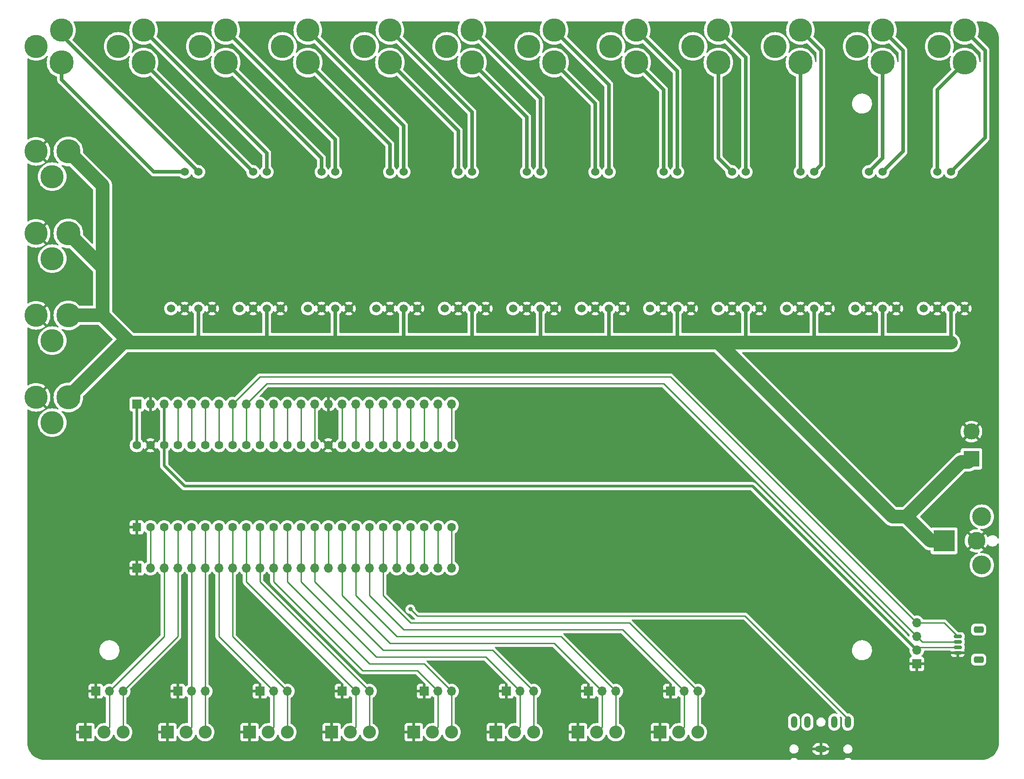
<source format=gbr>
%TF.GenerationSoftware,KiCad,Pcbnew,7.0.7*%
%TF.CreationDate,2023-08-30T11:58:42-04:00*%
%TF.ProjectId,Datta-OpenField-PCB,44617474-612d-44f7-9065-6e4669656c64,rev?*%
%TF.SameCoordinates,Original*%
%TF.FileFunction,Copper,L1,Top*%
%TF.FilePolarity,Positive*%
%FSLAX46Y46*%
G04 Gerber Fmt 4.6, Leading zero omitted, Abs format (unit mm)*
G04 Created by KiCad (PCBNEW 7.0.7) date 2023-08-30 11:58:42*
%MOMM*%
%LPD*%
G01*
G04 APERTURE LIST*
G04 Aperture macros list*
%AMRoundRect*
0 Rectangle with rounded corners*
0 $1 Rounding radius*
0 $2 $3 $4 $5 $6 $7 $8 $9 X,Y pos of 4 corners*
0 Add a 4 corners polygon primitive as box body*
4,1,4,$2,$3,$4,$5,$6,$7,$8,$9,$2,$3,0*
0 Add four circle primitives for the rounded corners*
1,1,$1+$1,$2,$3*
1,1,$1+$1,$4,$5*
1,1,$1+$1,$6,$7*
1,1,$1+$1,$8,$9*
0 Add four rect primitives between the rounded corners*
20,1,$1+$1,$2,$3,$4,$5,0*
20,1,$1+$1,$4,$5,$6,$7,0*
20,1,$1+$1,$6,$7,$8,$9,0*
20,1,$1+$1,$8,$9,$2,$3,0*%
G04 Aperture macros list end*
%TA.AperFunction,ComponentPad*%
%ADD10C,1.524000*%
%TD*%
%TA.AperFunction,ComponentPad*%
%ADD11R,1.700000X1.700000*%
%TD*%
%TA.AperFunction,ComponentPad*%
%ADD12O,1.700000X1.700000*%
%TD*%
%TA.AperFunction,ComponentPad*%
%ADD13C,4.500000*%
%TD*%
%TA.AperFunction,ComponentPad*%
%ADD14C,4.318000*%
%TD*%
%TA.AperFunction,ComponentPad*%
%ADD15R,2.413000X2.413000*%
%TD*%
%TA.AperFunction,ComponentPad*%
%ADD16C,2.413000*%
%TD*%
%TA.AperFunction,ComponentPad*%
%ADD17R,1.600000X1.600000*%
%TD*%
%TA.AperFunction,ComponentPad*%
%ADD18C,1.600000*%
%TD*%
%TA.AperFunction,ComponentPad*%
%ADD19R,3.000000X3.000000*%
%TD*%
%TA.AperFunction,ComponentPad*%
%ADD20C,3.000000*%
%TD*%
%TA.AperFunction,SMDPad,CuDef*%
%ADD21RoundRect,0.150000X0.625000X-0.150000X0.625000X0.150000X-0.625000X0.150000X-0.625000X-0.150000X0*%
%TD*%
%TA.AperFunction,SMDPad,CuDef*%
%ADD22RoundRect,0.250000X0.650000X-0.350000X0.650000X0.350000X-0.650000X0.350000X-0.650000X-0.350000X0*%
%TD*%
%TA.AperFunction,ComponentPad*%
%ADD23O,1.200000X2.200000*%
%TD*%
%TA.AperFunction,ComponentPad*%
%ADD24O,2.200000X1.200000*%
%TD*%
%TA.AperFunction,ComponentPad*%
%ADD25R,4.000000X4.000000*%
%TD*%
%TA.AperFunction,ComponentPad*%
%ADD26C,3.300000*%
%TD*%
%TA.AperFunction,ComponentPad*%
%ADD27C,3.500000*%
%TD*%
%TA.AperFunction,ViaPad*%
%ADD28C,0.800000*%
%TD*%
%TA.AperFunction,Conductor*%
%ADD29C,0.635000*%
%TD*%
%TA.AperFunction,Conductor*%
%ADD30C,2.540000*%
%TD*%
%TA.AperFunction,Conductor*%
%ADD31C,0.254000*%
%TD*%
%TA.AperFunction,Conductor*%
%ADD32C,0.508000*%
%TD*%
G04 APERTURE END LIST*
D10*
%TO.P,U9,1,V-*%
%TO.N,GND*%
X120650000Y-78740000D03*
%TO.P,U9,2,V+*%
%TO.N,+24V*%
X118110000Y-78740000D03*
%TO.P,U9,3,DGnd*%
%TO.N,GND*%
X115570000Y-78740000D03*
%TO.P,U9,4,Ctrl*%
%TO.N,/LED-8*%
X113030000Y-78740000D03*
%TO.P,U9,5,LED+*%
%TO.N,Net-(U9-LED+)*%
X115570000Y-53340000D03*
%TO.P,U9,6,LED-*%
%TO.N,Net-(U9-LED-)*%
X118110000Y-53340000D03*
%TD*%
D11*
%TO.P,J2,1,Pin_1*%
%TO.N,Net-(J2-Pin_1)*%
X55880000Y-96520000D03*
D12*
%TO.P,J2,2,Pin_2*%
%TO.N,GND*%
X58420000Y-96520000D03*
%TO.P,J2,3,Pin_3*%
%TO.N,/3V3*%
X60960000Y-96520000D03*
%TO.P,J2,4,Pin_4*%
%TO.N,/LED-12*%
X63500000Y-96520000D03*
%TO.P,J2,5,Pin_5*%
%TO.N,/LED-11*%
X66040000Y-96520000D03*
%TO.P,J2,6,Pin_6*%
%TO.N,/LED-10*%
X68580000Y-96520000D03*
%TO.P,J2,7,Pin_7*%
%TO.N,/LED-9*%
X71120000Y-96520000D03*
%TO.P,J2,8,Pin_8*%
%TO.N,/SCL*%
X73660000Y-96520000D03*
%TO.P,J2,9,Pin_9*%
%TO.N,/SDA*%
X76200000Y-96520000D03*
%TO.P,J2,10,Pin_10*%
%TO.N,/LED-8*%
X78740000Y-96520000D03*
%TO.P,J2,11,Pin_11*%
%TO.N,/LED-7*%
X81280000Y-96520000D03*
%TO.P,J2,12,Pin_12*%
%TO.N,/LED-6*%
X83820000Y-96520000D03*
%TO.P,J2,13,Pin_13*%
%TO.N,/LED-5*%
X86360000Y-96520000D03*
%TO.P,J2,14,Pin_14*%
%TO.N,Net-(J2-Pin_14)*%
X88900000Y-96520000D03*
%TO.P,J2,15,Pin_15*%
%TO.N,GND*%
X91440000Y-96520000D03*
%TO.P,J2,16,Pin_16*%
%TO.N,/LED-4*%
X93980000Y-96520000D03*
%TO.P,J2,17,Pin_17*%
%TO.N,/LED-3*%
X96520000Y-96520000D03*
%TO.P,J2,18,Pin_18*%
%TO.N,/LED-2*%
X99060000Y-96520000D03*
%TO.P,J2,19,Pin_19*%
%TO.N,/LED-1*%
X101600000Y-96520000D03*
%TO.P,J2,20,Pin_20*%
%TO.N,Net-(J2-Pin_20)*%
X104140000Y-96520000D03*
%TO.P,J2,21,Pin_21*%
%TO.N,Net-(J2-Pin_21)*%
X106680000Y-96520000D03*
%TO.P,J2,22,Pin_22*%
%TO.N,Net-(J2-Pin_22)*%
X109220000Y-96520000D03*
%TO.P,J2,23,Pin_23*%
%TO.N,Net-(J2-Pin_23)*%
X111760000Y-96520000D03*
%TO.P,J2,24,Pin_24*%
%TO.N,Net-(J2-Pin_24)*%
X114300000Y-96520000D03*
%TD*%
D10*
%TO.P,U8,1,V-*%
%TO.N,GND*%
X133350000Y-78740000D03*
%TO.P,U8,2,V+*%
%TO.N,+24V*%
X130810000Y-78740000D03*
%TO.P,U8,3,DGnd*%
%TO.N,GND*%
X128270000Y-78740000D03*
%TO.P,U8,4,Ctrl*%
%TO.N,/LED-7*%
X125730000Y-78740000D03*
%TO.P,U8,5,LED+*%
%TO.N,Net-(U8-LED+)*%
X128270000Y-53340000D03*
%TO.P,U8,6,LED-*%
%TO.N,Net-(U8-LED-)*%
X130810000Y-53340000D03*
%TD*%
D11*
%TO.P,J17,1,Pin_1*%
%TO.N,GND*%
X154940000Y-149860000D03*
D12*
%TO.P,J17,2,Pin_2*%
%TO.N,/Bas8-Trig*%
X157480000Y-149860000D03*
%TO.P,J17,3,Pin_3*%
%TO.N,/Bas8-Aux*%
X160020000Y-149860000D03*
%TD*%
D13*
%TO.P,J35,1*%
%TO.N,Net-(U11-LED+)*%
X72390000Y-33020000D03*
D14*
%TO.P,J35,2*%
%TO.N,Net-(U11-LED-)*%
X72390000Y-27020520D03*
%TO.P,J35,3*%
%TO.N,N/C*%
X67691000Y-30020260D03*
%TD*%
D13*
%TO.P,J33,1*%
%TO.N,Net-(U9-LED+)*%
X102870000Y-33020000D03*
D14*
%TO.P,J33,2*%
%TO.N,Net-(U9-LED-)*%
X102870000Y-27020520D03*
%TO.P,J33,3*%
%TO.N,N/C*%
X98171000Y-30020260D03*
%TD*%
D13*
%TO.P,J30,1*%
%TO.N,Net-(U6-LED+)*%
X148590000Y-33020000D03*
D14*
%TO.P,J30,2*%
%TO.N,Net-(U6-LED-)*%
X148590000Y-27020520D03*
%TO.P,J30,3*%
%TO.N,N/C*%
X143891000Y-30020260D03*
%TD*%
D15*
%TO.P,J12,1,Pin_1*%
%TO.N,GND*%
X107302300Y-157480000D03*
D16*
%TO.P,J12,2,Pin_2*%
%TO.N,/Bas5-Trig*%
X110799880Y-157480000D03*
%TO.P,J12,3,Pin_3*%
%TO.N,/Bas5-Aux*%
X114300000Y-157480000D03*
%TD*%
D11*
%TO.P,J13,1,Pin_1*%
%TO.N,GND*%
X124460000Y-149860000D03*
D12*
%TO.P,J13,2,Pin_2*%
%TO.N,/Bas6-Trig*%
X127000000Y-149860000D03*
%TO.P,J13,3,Pin_3*%
%TO.N,/Bas6-Aux*%
X129540000Y-149860000D03*
%TD*%
D10*
%TO.P,U2,1,V-*%
%TO.N,GND*%
X209550000Y-78740000D03*
%TO.P,U2,2,V+*%
%TO.N,+24V*%
X207010000Y-78740000D03*
%TO.P,U2,3,DGnd*%
%TO.N,GND*%
X204470000Y-78740000D03*
%TO.P,U2,4,Ctrl*%
%TO.N,/LED-1*%
X201930000Y-78740000D03*
%TO.P,U2,5,LED+*%
%TO.N,Net-(U2-LED+)*%
X204470000Y-53340000D03*
%TO.P,U2,6,LED-*%
%TO.N,Net-(U2-LED-)*%
X207010000Y-53340000D03*
%TD*%
%TO.P,U11,1,V-*%
%TO.N,GND*%
X95250000Y-78740000D03*
%TO.P,U11,2,V+*%
%TO.N,+24V*%
X92710000Y-78740000D03*
%TO.P,U11,3,DGnd*%
%TO.N,GND*%
X90170000Y-78740000D03*
%TO.P,U11,4,Ctrl*%
%TO.N,/LED-10*%
X87630000Y-78740000D03*
%TO.P,U11,5,LED+*%
%TO.N,Net-(U11-LED+)*%
X90170000Y-53340000D03*
%TO.P,U11,6,LED-*%
%TO.N,Net-(U11-LED-)*%
X92710000Y-53340000D03*
%TD*%
D11*
%TO.P,J11,1,Pin_1*%
%TO.N,GND*%
X109220000Y-149860000D03*
D12*
%TO.P,J11,2,Pin_2*%
%TO.N,/Bas5-Trig*%
X111760000Y-149860000D03*
%TO.P,J11,3,Pin_3*%
%TO.N,/Bas5-Aux*%
X114300000Y-149860000D03*
%TD*%
D13*
%TO.P,J31,1*%
%TO.N,Net-(U7-LED+)*%
X133350000Y-33020000D03*
D14*
%TO.P,J31,2*%
%TO.N,Net-(U7-LED-)*%
X133350000Y-27020520D03*
%TO.P,J31,3*%
%TO.N,N/C*%
X128651000Y-30020260D03*
%TD*%
D10*
%TO.P,U6,1,V-*%
%TO.N,GND*%
X158750000Y-78740000D03*
%TO.P,U6,2,V+*%
%TO.N,+24V*%
X156210000Y-78740000D03*
%TO.P,U6,3,DGnd*%
%TO.N,GND*%
X153670000Y-78740000D03*
%TO.P,U6,4,Ctrl*%
%TO.N,/LED-5*%
X151130000Y-78740000D03*
%TO.P,U6,5,LED+*%
%TO.N,Net-(U6-LED+)*%
X153670000Y-53340000D03*
%TO.P,U6,6,LED-*%
%TO.N,Net-(U6-LED-)*%
X156210000Y-53340000D03*
%TD*%
D13*
%TO.P,J22,1*%
%TO.N,+24V*%
X43180000Y-80010000D03*
D14*
%TO.P,J22,2*%
%TO.N,GND*%
X37180520Y-80010000D03*
%TO.P,J22,3*%
%TO.N,N/C*%
X40180260Y-84709000D03*
%TD*%
D11*
%TO.P,J9,1,Pin_1*%
%TO.N,GND*%
X93980000Y-149860000D03*
D12*
%TO.P,J9,2,Pin_2*%
%TO.N,/Bas4-Trig*%
X96520000Y-149860000D03*
%TO.P,J9,3,Pin_3*%
%TO.N,/Bas4-Aux*%
X99060000Y-149860000D03*
%TD*%
D13*
%TO.P,J23,1*%
%TO.N,+24V*%
X43180000Y-95250000D03*
D14*
%TO.P,J23,2*%
%TO.N,GND*%
X37180520Y-95250000D03*
%TO.P,J23,3*%
%TO.N,N/C*%
X40180260Y-99949000D03*
%TD*%
D17*
%TO.P,U1,1,GND*%
%TO.N,GND*%
X55880000Y-119380000D03*
D18*
%TO.P,U1,2,0_RX1_CRX2_CS1*%
%TO.N,/Azure-Trigger*%
X58420000Y-119380000D03*
%TO.P,U1,3,1_TX1_CTX2_MISO1*%
%TO.N,/Bas1-Trig*%
X60960000Y-119380000D03*
%TO.P,U1,4,2_OUT2*%
%TO.N,/Bas1-Aux*%
X63500000Y-119380000D03*
%TO.P,U1,5,3_LRCLK2*%
%TO.N,/Bas2-Trig*%
X66040000Y-119380000D03*
%TO.P,U1,6,4_BCLK2*%
%TO.N,/Bas2-Aux*%
X68580000Y-119380000D03*
%TO.P,U1,7,5_IN2*%
%TO.N,/Bas3-Trig*%
X71120000Y-119380000D03*
%TO.P,U1,8,6_OUT1D*%
%TO.N,/Bas3-Aux*%
X73660000Y-119380000D03*
%TO.P,U1,9,7_RX2_OUT1A*%
%TO.N,/Bas4-Trig*%
X76200000Y-119380000D03*
%TO.P,U1,10,8_TX2_IN1*%
%TO.N,/Bas4-Aux*%
X78740000Y-119380000D03*
%TO.P,U1,11,9_OUT1C*%
%TO.N,/Bas5-Trig*%
X81280000Y-119380000D03*
%TO.P,U1,12,10_CS_MQSR*%
%TO.N,/Bas5-Aux*%
X83820000Y-119380000D03*
%TO.P,U1,13,11_MOSI_CTX1*%
%TO.N,/Bas6-Trig*%
X86360000Y-119380000D03*
%TO.P,U1,14,12_MISO_MQSL*%
%TO.N,/Bas6-Aux*%
X88900000Y-119380000D03*
%TO.P,U1,15,3V3*%
%TO.N,Net-(J1-Pin_15)*%
X91440000Y-119380000D03*
%TO.P,U1,16,24_A10_TX6_SCL2*%
%TO.N,/Bas7-Trig*%
X93980000Y-119380000D03*
%TO.P,U1,17,25_A11_RX6_SDA2*%
%TO.N,/Bas7-Aux*%
X96520000Y-119380000D03*
%TO.P,U1,18,26_A12_MOSI1*%
%TO.N,/Bas8-Trig*%
X99060000Y-119380000D03*
%TO.P,U1,19,27_A13_SCK1*%
%TO.N,/Bas8-Aux*%
X101600000Y-119380000D03*
%TO.P,U1,20,28_RX7*%
%TO.N,Net-(J1-Pin_20)*%
X104140000Y-119380000D03*
%TO.P,U1,21,29_TX7*%
%TO.N,Net-(J1-Pin_21)*%
X106680000Y-119380000D03*
%TO.P,U1,22,30_CRX3*%
%TO.N,Net-(J1-Pin_22)*%
X109220000Y-119380000D03*
%TO.P,U1,23,31_CTX3*%
%TO.N,Net-(J1-Pin_23)*%
X111760000Y-119380000D03*
%TO.P,U1,24,32_OUT1B*%
%TO.N,Net-(J1-Pin_24)*%
X114300000Y-119380000D03*
%TO.P,U1,25,33_MCLK2*%
%TO.N,Net-(J2-Pin_24)*%
X114300000Y-104140000D03*
%TO.P,U1,26,34_RX8*%
%TO.N,Net-(J2-Pin_23)*%
X111760000Y-104140000D03*
%TO.P,U1,27,35_TX8*%
%TO.N,Net-(J2-Pin_22)*%
X109220000Y-104140000D03*
%TO.P,U1,28,36_CS*%
%TO.N,Net-(J2-Pin_21)*%
X106680000Y-104140000D03*
%TO.P,U1,29,37_CS*%
%TO.N,Net-(J2-Pin_20)*%
X104140000Y-104140000D03*
%TO.P,U1,30,38_CS1_IN1*%
%TO.N,/LED-1*%
X101600000Y-104140000D03*
%TO.P,U1,31,39_MISO1_OUT1A*%
%TO.N,/LED-2*%
X99060000Y-104140000D03*
%TO.P,U1,32,40_A16*%
%TO.N,/LED-3*%
X96520000Y-104140000D03*
%TO.P,U1,33,41_A17*%
%TO.N,/LED-4*%
X93980000Y-104140000D03*
%TO.P,U1,34,GND*%
%TO.N,GND*%
X91440000Y-104140000D03*
%TO.P,U1,35,13_SCK_LED*%
%TO.N,Net-(J2-Pin_14)*%
X88900000Y-104140000D03*
%TO.P,U1,36,14_A0_TX3_SPDIF_OUT*%
%TO.N,/LED-5*%
X86360000Y-104140000D03*
%TO.P,U1,37,15_A1_RX3_SPDIF_IN*%
%TO.N,/LED-6*%
X83820000Y-104140000D03*
%TO.P,U1,38,16_A2_RX4_SCL1*%
%TO.N,/LED-7*%
X81280000Y-104140000D03*
%TO.P,U1,39,17_A3_TX4_SDA1*%
%TO.N,/LED-8*%
X78740000Y-104140000D03*
%TO.P,U1,40,18_A4_SDA*%
%TO.N,/SDA*%
X76200000Y-104140000D03*
%TO.P,U1,41,19_A5_SCL*%
%TO.N,/SCL*%
X73660000Y-104140000D03*
%TO.P,U1,42,20_A6_TX5_LRCLK1*%
%TO.N,/LED-9*%
X71120000Y-104140000D03*
%TO.P,U1,43,21_A7_RX5_BCLK1*%
%TO.N,/LED-10*%
X68580000Y-104140000D03*
%TO.P,U1,44,22_A8_CTX1*%
%TO.N,/LED-11*%
X66040000Y-104140000D03*
%TO.P,U1,45,23_A9_CRX1_MCLK1*%
%TO.N,/LED-12*%
X63500000Y-104140000D03*
%TO.P,U1,46,3V3*%
%TO.N,/3V3*%
X60960000Y-104140000D03*
%TO.P,U1,47,GND*%
%TO.N,GND*%
X58420000Y-104140000D03*
%TO.P,U1,48,VIN*%
%TO.N,Net-(J2-Pin_1)*%
X55880000Y-104140000D03*
%TD*%
D13*
%TO.P,J26,1*%
%TO.N,Net-(U2-LED+)*%
X209550000Y-33020000D03*
D14*
%TO.P,J26,2*%
%TO.N,Net-(U2-LED-)*%
X209550000Y-27020520D03*
%TO.P,J26,3*%
%TO.N,N/C*%
X204851000Y-30020260D03*
%TD*%
D15*
%TO.P,J10,1,Pin_1*%
%TO.N,GND*%
X92062300Y-157480000D03*
D16*
%TO.P,J10,2,Pin_2*%
%TO.N,/Bas4-Trig*%
X95559880Y-157480000D03*
%TO.P,J10,3,Pin_3*%
%TO.N,/Bas4-Aux*%
X99060000Y-157480000D03*
%TD*%
D15*
%TO.P,J8,1,Pin_1*%
%TO.N,GND*%
X76822300Y-157480000D03*
D16*
%TO.P,J8,2,Pin_2*%
%TO.N,/Bas3-Trig*%
X80319880Y-157480000D03*
%TO.P,J8,3,Pin_3*%
%TO.N,/Bas3-Aux*%
X83820000Y-157480000D03*
%TD*%
D10*
%TO.P,U12,1,V-*%
%TO.N,GND*%
X82550000Y-78740000D03*
%TO.P,U12,2,V+*%
%TO.N,+24V*%
X80010000Y-78740000D03*
%TO.P,U12,3,DGnd*%
%TO.N,GND*%
X77470000Y-78740000D03*
%TO.P,U12,4,Ctrl*%
%TO.N,/LED-11*%
X74930000Y-78740000D03*
%TO.P,U12,5,LED+*%
%TO.N,Net-(U12-LED+)*%
X77470000Y-53340000D03*
%TO.P,U12,6,LED-*%
%TO.N,Net-(U12-LED-)*%
X80010000Y-53340000D03*
%TD*%
D11*
%TO.P,J5,1,Pin_1*%
%TO.N,GND*%
X63500000Y-149860000D03*
D12*
%TO.P,J5,2,Pin_2*%
%TO.N,/Bas2-Trig*%
X66040000Y-149860000D03*
%TO.P,J5,3,Pin_3*%
%TO.N,/Bas2-Aux*%
X68580000Y-149860000D03*
%TD*%
D13*
%TO.P,J20,1*%
%TO.N,+24V*%
X43180000Y-49530000D03*
D14*
%TO.P,J20,2*%
%TO.N,GND*%
X37180520Y-49530000D03*
%TO.P,J20,3*%
%TO.N,N/C*%
X40180260Y-54229000D03*
%TD*%
D19*
%TO.P,J25,1,Pin_1*%
%TO.N,+24V*%
X210820000Y-106680000D03*
D20*
%TO.P,J25,2,Pin_2*%
%TO.N,GND*%
X210820000Y-101600000D03*
%TD*%
D13*
%TO.P,J36,1*%
%TO.N,Net-(U12-LED+)*%
X57150000Y-33020000D03*
D14*
%TO.P,J36,2*%
%TO.N,Net-(U12-LED-)*%
X57150000Y-27020520D03*
%TO.P,J36,3*%
%TO.N,N/C*%
X52451000Y-30020260D03*
%TD*%
D13*
%TO.P,J29,1*%
%TO.N,Net-(U5-LED+)*%
X163830000Y-33020000D03*
D14*
%TO.P,J29,2*%
%TO.N,Net-(U5-LED-)*%
X163830000Y-27020520D03*
%TO.P,J29,3*%
%TO.N,N/C*%
X159131000Y-30020260D03*
%TD*%
D15*
%TO.P,J6,1,Pin_1*%
%TO.N,GND*%
X61582300Y-157480000D03*
D16*
%TO.P,J6,2,Pin_2*%
%TO.N,/Bas2-Trig*%
X65079880Y-157480000D03*
%TO.P,J6,3,Pin_3*%
%TO.N,/Bas2-Aux*%
X68580000Y-157480000D03*
%TD*%
D15*
%TO.P,J14,1,Pin_1*%
%TO.N,GND*%
X122542300Y-157480000D03*
D16*
%TO.P,J14,2,Pin_2*%
%TO.N,/Bas6-Trig*%
X126039880Y-157480000D03*
%TO.P,J14,3,Pin_3*%
%TO.N,/Bas6-Aux*%
X129540000Y-157480000D03*
%TD*%
D15*
%TO.P,J18,1,Pin_1*%
%TO.N,GND*%
X153022300Y-157480000D03*
D16*
%TO.P,J18,2,Pin_2*%
%TO.N,/Bas8-Trig*%
X156519880Y-157480000D03*
%TO.P,J18,3,Pin_3*%
%TO.N,/Bas8-Aux*%
X160020000Y-157480000D03*
%TD*%
D13*
%TO.P,J27,1*%
%TO.N,Net-(U3-LED+)*%
X194310000Y-33020000D03*
D14*
%TO.P,J27,2*%
%TO.N,Net-(U3-LED-)*%
X194310000Y-27020520D03*
%TO.P,J27,3*%
%TO.N,N/C*%
X189611000Y-30020260D03*
%TD*%
D21*
%TO.P,J39,1,Pin_1*%
%TO.N,GND*%
X208280000Y-142700000D03*
%TO.P,J39,2,Pin_2*%
%TO.N,/3V3*%
X208280000Y-141700000D03*
%TO.P,J39,3,Pin_3*%
%TO.N,/SDA*%
X208280000Y-140700000D03*
%TO.P,J39,4,Pin_4*%
%TO.N,/SCL*%
X208280000Y-139700000D03*
D22*
%TO.P,J39,MP*%
%TO.N,N/C*%
X212155000Y-144000000D03*
X212155000Y-138400000D03*
%TD*%
D15*
%TO.P,J16,1,Pin_1*%
%TO.N,GND*%
X137782300Y-157480000D03*
D16*
%TO.P,J16,2,Pin_2*%
%TO.N,/Bas7-Trig*%
X141279880Y-157480000D03*
%TO.P,J16,3,Pin_3*%
%TO.N,/Bas7-Aux*%
X144780000Y-157480000D03*
%TD*%
D15*
%TO.P,J4,1,Pin_1*%
%TO.N,GND*%
X46342300Y-157480000D03*
D16*
%TO.P,J4,2,Pin_2*%
%TO.N,/Bas1-Trig*%
X49839880Y-157480000D03*
%TO.P,J4,3,Pin_3*%
%TO.N,/Bas1-Aux*%
X53340000Y-157480000D03*
%TD*%
D13*
%TO.P,J21,1*%
%TO.N,+24V*%
X43180000Y-64770000D03*
D14*
%TO.P,J21,2*%
%TO.N,GND*%
X37180520Y-64770000D03*
%TO.P,J21,3*%
%TO.N,N/C*%
X40180260Y-69469000D03*
%TD*%
D10*
%TO.P,U7,1,V-*%
%TO.N,GND*%
X146050000Y-78740000D03*
%TO.P,U7,2,V+*%
%TO.N,+24V*%
X143510000Y-78740000D03*
%TO.P,U7,3,DGnd*%
%TO.N,GND*%
X140970000Y-78740000D03*
%TO.P,U7,4,Ctrl*%
%TO.N,/LED-6*%
X138430000Y-78740000D03*
%TO.P,U7,5,LED+*%
%TO.N,Net-(U7-LED+)*%
X140970000Y-53340000D03*
%TO.P,U7,6,LED-*%
%TO.N,Net-(U7-LED-)*%
X143510000Y-53340000D03*
%TD*%
D13*
%TO.P,J34,1*%
%TO.N,Net-(U10-LED+)*%
X87630000Y-33020000D03*
D14*
%TO.P,J34,2*%
%TO.N,Net-(U10-LED-)*%
X87630000Y-27020520D03*
%TO.P,J34,3*%
%TO.N,N/C*%
X82931000Y-30020260D03*
%TD*%
D11*
%TO.P,J38,1,Pin_1*%
%TO.N,GND*%
X200660000Y-144780000D03*
D12*
%TO.P,J38,2,Pin_2*%
%TO.N,/3V3*%
X200660000Y-142240000D03*
%TO.P,J38,3,Pin_3*%
%TO.N,/SDA*%
X200660000Y-139700000D03*
%TO.P,J38,4,Pin_4*%
%TO.N,/SCL*%
X200660000Y-137160000D03*
%TD*%
D11*
%TO.P,J15,1,Pin_1*%
%TO.N,GND*%
X139700000Y-149860000D03*
D12*
%TO.P,J15,2,Pin_2*%
%TO.N,/Bas7-Trig*%
X142240000Y-149860000D03*
%TO.P,J15,3,Pin_3*%
%TO.N,/Bas7-Aux*%
X144780000Y-149860000D03*
%TD*%
D23*
%TO.P,J19,R*%
%TO.N,N/C*%
X177866809Y-155599120D03*
%TO.P,J19,RN*%
X180366809Y-155599120D03*
D24*
%TO.P,J19,S*%
%TO.N,GND*%
X182866809Y-160599120D03*
D23*
%TO.P,J19,T*%
%TO.N,/Azure-Trigger*%
X187866809Y-155599120D03*
%TO.P,J19,TN*%
%TO.N,N/C*%
X185366809Y-155599120D03*
%TD*%
D10*
%TO.P,U3,1,V-*%
%TO.N,GND*%
X196850000Y-78740000D03*
%TO.P,U3,2,V+*%
%TO.N,+24V*%
X194310000Y-78740000D03*
%TO.P,U3,3,DGnd*%
%TO.N,GND*%
X191770000Y-78740000D03*
%TO.P,U3,4,Ctrl*%
%TO.N,/LED-2*%
X189230000Y-78740000D03*
%TO.P,U3,5,LED+*%
%TO.N,Net-(U3-LED+)*%
X191770000Y-53340000D03*
%TO.P,U3,6,LED-*%
%TO.N,Net-(U3-LED-)*%
X194310000Y-53340000D03*
%TD*%
D11*
%TO.P,J7,1,Pin_1*%
%TO.N,GND*%
X78740000Y-149860000D03*
D12*
%TO.P,J7,2,Pin_2*%
%TO.N,/Bas3-Trig*%
X81280000Y-149860000D03*
%TO.P,J7,3,Pin_3*%
%TO.N,/Bas3-Aux*%
X83820000Y-149860000D03*
%TD*%
D10*
%TO.P,U10,1,V-*%
%TO.N,GND*%
X107950000Y-78740000D03*
%TO.P,U10,2,V+*%
%TO.N,+24V*%
X105410000Y-78740000D03*
%TO.P,U10,3,DGnd*%
%TO.N,GND*%
X102870000Y-78740000D03*
%TO.P,U10,4,Ctrl*%
%TO.N,/LED-9*%
X100330000Y-78740000D03*
%TO.P,U10,5,LED+*%
%TO.N,Net-(U10-LED+)*%
X102870000Y-53340000D03*
%TO.P,U10,6,LED-*%
%TO.N,Net-(U10-LED-)*%
X105410000Y-53340000D03*
%TD*%
D11*
%TO.P,J1,1,Pin_1*%
%TO.N,GND*%
X55880000Y-127000000D03*
D12*
%TO.P,J1,2,Pin_2*%
%TO.N,/Azure-Trigger*%
X58420000Y-127000000D03*
%TO.P,J1,3,Pin_3*%
%TO.N,/Bas1-Trig*%
X60960000Y-127000000D03*
%TO.P,J1,4,Pin_4*%
%TO.N,/Bas1-Aux*%
X63500000Y-127000000D03*
%TO.P,J1,5,Pin_5*%
%TO.N,/Bas2-Trig*%
X66040000Y-127000000D03*
%TO.P,J1,6,Pin_6*%
%TO.N,/Bas2-Aux*%
X68580000Y-127000000D03*
%TO.P,J1,7,Pin_7*%
%TO.N,/Bas3-Trig*%
X71120000Y-127000000D03*
%TO.P,J1,8,Pin_8*%
%TO.N,/Bas3-Aux*%
X73660000Y-127000000D03*
%TO.P,J1,9,Pin_9*%
%TO.N,/Bas4-Trig*%
X76200000Y-127000000D03*
%TO.P,J1,10,Pin_10*%
%TO.N,/Bas4-Aux*%
X78740000Y-127000000D03*
%TO.P,J1,11,Pin_11*%
%TO.N,/Bas5-Trig*%
X81280000Y-127000000D03*
%TO.P,J1,12,Pin_12*%
%TO.N,/Bas5-Aux*%
X83820000Y-127000000D03*
%TO.P,J1,13,Pin_13*%
%TO.N,/Bas6-Trig*%
X86360000Y-127000000D03*
%TO.P,J1,14,Pin_14*%
%TO.N,/Bas6-Aux*%
X88900000Y-127000000D03*
%TO.P,J1,15,Pin_15*%
%TO.N,Net-(J1-Pin_15)*%
X91440000Y-127000000D03*
%TO.P,J1,16,Pin_16*%
%TO.N,/Bas7-Trig*%
X93980000Y-127000000D03*
%TO.P,J1,17,Pin_17*%
%TO.N,/Bas7-Aux*%
X96520000Y-127000000D03*
%TO.P,J1,18,Pin_18*%
%TO.N,/Bas8-Trig*%
X99060000Y-127000000D03*
%TO.P,J1,19,Pin_19*%
%TO.N,/Bas8-Aux*%
X101600000Y-127000000D03*
%TO.P,J1,20,Pin_20*%
%TO.N,Net-(J1-Pin_20)*%
X104140000Y-127000000D03*
%TO.P,J1,21,Pin_21*%
%TO.N,Net-(J1-Pin_21)*%
X106680000Y-127000000D03*
%TO.P,J1,22,Pin_22*%
%TO.N,Net-(J1-Pin_22)*%
X109220000Y-127000000D03*
%TO.P,J1,23,Pin_23*%
%TO.N,Net-(J1-Pin_23)*%
X111760000Y-127000000D03*
%TO.P,J1,24,Pin_24*%
%TO.N,Net-(J1-Pin_24)*%
X114300000Y-127000000D03*
%TD*%
D13*
%TO.P,J37,1*%
%TO.N,Net-(U13-LED+)*%
X41910000Y-33020000D03*
D14*
%TO.P,J37,2*%
%TO.N,Net-(U13-LED-)*%
X41910000Y-27020520D03*
%TO.P,J37,3*%
%TO.N,N/C*%
X37211000Y-30020260D03*
%TD*%
D10*
%TO.P,U13,1,V-*%
%TO.N,GND*%
X69850000Y-78740000D03*
%TO.P,U13,2,V+*%
%TO.N,+24V*%
X67310000Y-78740000D03*
%TO.P,U13,3,DGnd*%
%TO.N,GND*%
X64770000Y-78740000D03*
%TO.P,U13,4,Ctrl*%
%TO.N,/LED-12*%
X62230000Y-78740000D03*
%TO.P,U13,5,LED+*%
%TO.N,Net-(U13-LED+)*%
X64770000Y-53340000D03*
%TO.P,U13,6,LED-*%
%TO.N,Net-(U13-LED-)*%
X67310000Y-53340000D03*
%TD*%
%TO.P,U5,1,V-*%
%TO.N,GND*%
X171450000Y-78740000D03*
%TO.P,U5,2,V+*%
%TO.N,+24V*%
X168910000Y-78740000D03*
%TO.P,U5,3,DGnd*%
%TO.N,GND*%
X166370000Y-78740000D03*
%TO.P,U5,4,Ctrl*%
%TO.N,/LED-4*%
X163830000Y-78740000D03*
%TO.P,U5,5,LED+*%
%TO.N,Net-(U5-LED+)*%
X166370000Y-53340000D03*
%TO.P,U5,6,LED-*%
%TO.N,Net-(U5-LED-)*%
X168910000Y-53340000D03*
%TD*%
D11*
%TO.P,J3,1,Pin_1*%
%TO.N,GND*%
X48260000Y-149860000D03*
D12*
%TO.P,J3,2,Pin_2*%
%TO.N,/Bas1-Trig*%
X50800000Y-149860000D03*
%TO.P,J3,3,Pin_3*%
%TO.N,/Bas1-Aux*%
X53340000Y-149860000D03*
%TD*%
D13*
%TO.P,J28,1*%
%TO.N,Net-(U4-LED+)*%
X179070000Y-33020000D03*
D14*
%TO.P,J28,2*%
%TO.N,Net-(U4-LED-)*%
X179070000Y-27020520D03*
%TO.P,J28,3*%
%TO.N,N/C*%
X174371000Y-30020260D03*
%TD*%
D13*
%TO.P,J32,1*%
%TO.N,Net-(U8-LED+)*%
X118110000Y-33020000D03*
D14*
%TO.P,J32,2*%
%TO.N,Net-(U8-LED-)*%
X118110000Y-27020520D03*
%TO.P,J32,3*%
%TO.N,N/C*%
X113411000Y-30020260D03*
%TD*%
D25*
%TO.P,J24,1*%
%TO.N,+24V*%
X205740000Y-121920000D03*
D26*
%TO.P,J24,2*%
%TO.N,GND*%
X211740000Y-121920000D03*
D27*
%TO.P,J24,MP*%
%TO.N,N/C*%
X212740000Y-126420000D03*
X212740000Y-117420000D03*
%TD*%
D10*
%TO.P,U4,1,V-*%
%TO.N,GND*%
X184150000Y-78740000D03*
%TO.P,U4,2,V+*%
%TO.N,+24V*%
X181610000Y-78740000D03*
%TO.P,U4,3,DGnd*%
%TO.N,GND*%
X179070000Y-78740000D03*
%TO.P,U4,4,Ctrl*%
%TO.N,/LED-3*%
X176530000Y-78740000D03*
%TO.P,U4,5,LED+*%
%TO.N,Net-(U4-LED+)*%
X179070000Y-53340000D03*
%TO.P,U4,6,LED-*%
%TO.N,Net-(U4-LED-)*%
X181610000Y-53340000D03*
%TD*%
D28*
%TO.N,/Azure-Trigger*%
X106680000Y-134620000D03*
%TD*%
D29*
%TO.N,Net-(U2-LED+)*%
X204470000Y-53340000D02*
X204470000Y-38100000D01*
X204470000Y-38100000D02*
X209550000Y-33020000D01*
%TO.N,+24V*%
X130810000Y-78740000D02*
X130810000Y-85090000D01*
X67310000Y-83820000D02*
X66040000Y-85090000D01*
D30*
X43180000Y-64770000D02*
X49530000Y-71120000D01*
X203240000Y-121920000D02*
X205740000Y-121920000D01*
D29*
X181610000Y-78740000D02*
X181610000Y-85090000D01*
D30*
X210240000Y-107260000D02*
X210820000Y-106680000D01*
X143510000Y-85090000D02*
X130810000Y-85090000D01*
X198740000Y-117420000D02*
X203240000Y-121920000D01*
X66040000Y-85090000D02*
X54610000Y-85090000D01*
X196160000Y-117420000D02*
X198740000Y-117420000D01*
X130810000Y-85090000D02*
X118110000Y-85090000D01*
X92710000Y-85090000D02*
X80010000Y-85090000D01*
D29*
X67310000Y-78740000D02*
X67310000Y-83820000D01*
X118110000Y-78740000D02*
X118110000Y-85090000D01*
D30*
X194310000Y-85090000D02*
X207010000Y-85090000D01*
X53340000Y-85090000D02*
X54610000Y-85090000D01*
D29*
X105410000Y-78740000D02*
X105410000Y-85090000D01*
D30*
X43180000Y-49530000D02*
X49530000Y-55880000D01*
D29*
X207010000Y-78740000D02*
X207010000Y-85090000D01*
D30*
X49530000Y-71120000D02*
X49530000Y-80010000D01*
X208900000Y-107260000D02*
X198740000Y-117420000D01*
D29*
X156210000Y-78740000D02*
X156210000Y-85090000D01*
D30*
X163830000Y-85090000D02*
X196160000Y-117420000D01*
X49530000Y-55880000D02*
X49530000Y-71120000D01*
X43180000Y-95250000D02*
X53340000Y-85090000D01*
X163830000Y-85090000D02*
X156210000Y-85090000D01*
X118110000Y-85090000D02*
X105410000Y-85090000D01*
X163830000Y-85090000D02*
X168910000Y-85090000D01*
X181610000Y-85090000D02*
X194310000Y-85090000D01*
X54610000Y-85090000D02*
X49530000Y-80010000D01*
D29*
X92710000Y-78740000D02*
X92710000Y-85090000D01*
D30*
X105410000Y-85090000D02*
X92710000Y-85090000D01*
X208900000Y-107260000D02*
X210240000Y-107260000D01*
D29*
X168910000Y-78740000D02*
X168910000Y-85090000D01*
X143510000Y-78740000D02*
X143510000Y-85090000D01*
X80010000Y-78740000D02*
X80010000Y-85090000D01*
X194310000Y-78740000D02*
X194310000Y-85090000D01*
D30*
X168910000Y-85090000D02*
X181610000Y-85090000D01*
X43180000Y-80010000D02*
X49530000Y-80010000D01*
X80010000Y-85090000D02*
X66040000Y-85090000D01*
X156210000Y-85090000D02*
X143510000Y-85090000D01*
D29*
%TO.N,Net-(U4-LED+)*%
X179070000Y-53340000D02*
X179070000Y-33020000D01*
%TO.N,Net-(U6-LED+)*%
X148590000Y-33020000D02*
X153670000Y-38100000D01*
X153670000Y-38100000D02*
X153670000Y-53340000D01*
D31*
%TO.N,/Bas1-Trig*%
X60960000Y-127000000D02*
X60960000Y-119380000D01*
X60960000Y-139700000D02*
X50800000Y-149860000D01*
X60960000Y-127000000D02*
X60960000Y-139700000D01*
X49839880Y-157480000D02*
X50800000Y-156519880D01*
X50800000Y-156519880D02*
X50800000Y-149860000D01*
D29*
%TO.N,Net-(U8-LED+)*%
X128270000Y-53340000D02*
X128270000Y-43180000D01*
X128270000Y-43180000D02*
X118110000Y-33020000D01*
D31*
%TO.N,/Bas1-Aux*%
X63500000Y-119380000D02*
X63500000Y-127000000D01*
X63500000Y-139700000D02*
X53340000Y-149860000D01*
X53340000Y-149860000D02*
X53340000Y-157480000D01*
X63500000Y-127000000D02*
X63500000Y-139700000D01*
%TO.N,/Bas2-Trig*%
X65079880Y-157480000D02*
X66040000Y-156519880D01*
X66040000Y-156519880D02*
X66040000Y-149860000D01*
X66040000Y-127000000D02*
X66040000Y-119380000D01*
X66040000Y-127000000D02*
X66040000Y-149860000D01*
D29*
%TO.N,Net-(U2-LED-)*%
X209550000Y-27020520D02*
X213360000Y-30830520D01*
X213360000Y-46990000D02*
X207010000Y-53340000D01*
X213360000Y-30830520D02*
X213360000Y-46990000D01*
D31*
%TO.N,/Bas2-Aux*%
X68580000Y-149860000D02*
X68580000Y-127000000D01*
X68580000Y-119380000D02*
X68580000Y-127000000D01*
X68580000Y-149860000D02*
X68580000Y-157480000D01*
D29*
%TO.N,Net-(U4-LED-)*%
X182880000Y-52070000D02*
X182880000Y-30830520D01*
X181610000Y-53340000D02*
X182880000Y-52070000D01*
X182880000Y-30830520D02*
X179070000Y-27020520D01*
D31*
%TO.N,/Bas3-Trig*%
X81280000Y-156519880D02*
X81280000Y-149860000D01*
X80319880Y-157480000D02*
X81280000Y-156519880D01*
X71120000Y-127000000D02*
X71120000Y-139700000D01*
X71120000Y-139700000D02*
X81280000Y-149860000D01*
X71120000Y-127000000D02*
X71120000Y-119380000D01*
D29*
%TO.N,Net-(U6-LED-)*%
X156210000Y-34640520D02*
X148590000Y-27020520D01*
X156210000Y-53340000D02*
X156210000Y-34640520D01*
D31*
%TO.N,/Bas3-Aux*%
X73660000Y-127000000D02*
X73660000Y-139700000D01*
X73660000Y-139700000D02*
X83820000Y-149860000D01*
X73660000Y-119380000D02*
X73660000Y-127000000D01*
X83820000Y-149860000D02*
X83820000Y-157480000D01*
D29*
%TO.N,Net-(U8-LED-)*%
X118110000Y-27020520D02*
X130810000Y-39720520D01*
X130810000Y-39720520D02*
X130810000Y-53340000D01*
D31*
%TO.N,/Bas4-Trig*%
X76200000Y-127000000D02*
X76200000Y-129540000D01*
X76200000Y-129540000D02*
X96520000Y-149860000D01*
X96520000Y-156519880D02*
X96520000Y-149860000D01*
X95559880Y-157480000D02*
X96520000Y-156519880D01*
X76200000Y-127000000D02*
X76200000Y-119380000D01*
%TO.N,/Bas4-Aux*%
X99060000Y-149860000D02*
X99060000Y-157480000D01*
X78740000Y-127000000D02*
X78740000Y-129540000D01*
X78740000Y-129540000D02*
X99060000Y-149860000D01*
X78740000Y-119380000D02*
X78740000Y-127000000D01*
%TO.N,/Bas5-Trig*%
X111760000Y-156519880D02*
X111760000Y-149860000D01*
X107950000Y-146050000D02*
X111760000Y-149860000D01*
X110799880Y-157480000D02*
X111760000Y-156519880D01*
X81280000Y-129540000D02*
X97790000Y-146050000D01*
X81280000Y-119380000D02*
X81280000Y-127000000D01*
X81280000Y-127000000D02*
X81280000Y-129540000D01*
X97790000Y-146050000D02*
X107950000Y-146050000D01*
%TO.N,/Bas5-Aux*%
X83820000Y-129540000D02*
X99060000Y-144780000D01*
X114300000Y-149860000D02*
X114300000Y-157480000D01*
X109220000Y-144780000D02*
X114300000Y-149860000D01*
X99060000Y-144780000D02*
X109220000Y-144780000D01*
X83820000Y-127000000D02*
X83820000Y-119380000D01*
X83820000Y-127000000D02*
X83820000Y-129540000D01*
%TO.N,/Bas6-Trig*%
X86360000Y-119380000D02*
X86360000Y-127000000D01*
X120650000Y-143510000D02*
X127000000Y-149860000D01*
X86360000Y-129540000D02*
X88900000Y-132080000D01*
X126039880Y-157480000D02*
X127000000Y-156519880D01*
X127000000Y-156519880D02*
X127000000Y-149860000D01*
X87630000Y-130810000D02*
X100330000Y-143510000D01*
X100330000Y-143510000D02*
X120650000Y-143510000D01*
X86360000Y-127000000D02*
X86360000Y-129540000D01*
%TO.N,/Bas6-Aux*%
X121920000Y-142240000D02*
X129540000Y-149860000D01*
X88900000Y-129540000D02*
X101600000Y-142240000D01*
X88900000Y-127000000D02*
X88900000Y-129540000D01*
X88900000Y-127000000D02*
X88900000Y-119380000D01*
X101600000Y-142240000D02*
X121920000Y-142240000D01*
X129540000Y-149860000D02*
X129540000Y-157480000D01*
%TO.N,Net-(J1-Pin_15)*%
X91440000Y-119380000D02*
X91440000Y-127000000D01*
%TO.N,/Bas7-Trig*%
X142240000Y-156519880D02*
X142240000Y-149860000D01*
X141279880Y-157480000D02*
X142240000Y-156519880D01*
X93980000Y-119380000D02*
X93980000Y-127000000D01*
X93980000Y-127000000D02*
X93980000Y-132080000D01*
X133350000Y-140970000D02*
X142240000Y-149860000D01*
X93980000Y-132080000D02*
X102870000Y-140970000D01*
X102870000Y-140970000D02*
X133350000Y-140970000D01*
%TO.N,/Bas7-Aux*%
X144780000Y-149860000D02*
X144780000Y-157480000D01*
X134620000Y-139700000D02*
X144780000Y-149860000D01*
X104140000Y-139700000D02*
X134620000Y-139700000D01*
X96520000Y-132080000D02*
X104140000Y-139700000D01*
X96520000Y-119380000D02*
X96520000Y-127000000D01*
X96520000Y-127000000D02*
X96520000Y-132080000D01*
%TO.N,/Bas8-Trig*%
X99060000Y-132080000D02*
X105410000Y-138430000D01*
X146050000Y-138430000D02*
X157480000Y-149860000D01*
X99060000Y-127000000D02*
X99060000Y-119380000D01*
X99060000Y-127000000D02*
X99060000Y-132080000D01*
X156519880Y-157480000D02*
X157480000Y-156519880D01*
X157480000Y-156519880D02*
X157480000Y-149860000D01*
X105410000Y-138430000D02*
X146050000Y-138430000D01*
%TO.N,/Bas8-Aux*%
X160020000Y-149860000D02*
X160020000Y-157480000D01*
X101600000Y-132080000D02*
X106680000Y-137160000D01*
X101600000Y-119380000D02*
X101600000Y-127000000D01*
X101600000Y-127000000D02*
X101600000Y-132080000D01*
X147320000Y-137160000D02*
X160020000Y-149860000D01*
X106680000Y-137160000D02*
X147320000Y-137160000D01*
%TO.N,Net-(J1-Pin_20)*%
X104140000Y-127000000D02*
X104140000Y-119380000D01*
%TO.N,Net-(J1-Pin_23)*%
X111760000Y-119380000D02*
X111760000Y-127000000D01*
%TO.N,/SCL*%
X154940000Y-91440000D02*
X78740000Y-91440000D01*
X78740000Y-91440000D02*
X73660000Y-96520000D01*
X73660000Y-104140000D02*
X73660000Y-96520000D01*
X208280000Y-139700000D02*
X205740000Y-137160000D01*
X200660000Y-137160000D02*
X154940000Y-91440000D01*
X205740000Y-137160000D02*
X200660000Y-137160000D01*
%TO.N,/SDA*%
X153670000Y-92710000D02*
X200660000Y-139700000D01*
X201660000Y-140700000D02*
X208280000Y-140700000D01*
X76200000Y-96520000D02*
X80010000Y-92710000D01*
X200660000Y-139700000D02*
X201660000Y-140700000D01*
X76200000Y-96520000D02*
X76200000Y-104140000D01*
X80010000Y-92710000D02*
X153670000Y-92710000D01*
D32*
%TO.N,/3V3*%
X60960000Y-96520000D02*
X60960000Y-104140000D01*
D31*
X208280000Y-141700000D02*
X201200000Y-141700000D01*
D32*
X64770000Y-111760000D02*
X60960000Y-107950000D01*
X60960000Y-107950000D02*
X60960000Y-104140000D01*
X170180000Y-111760000D02*
X64770000Y-111760000D01*
X200660000Y-142240000D02*
X170180000Y-111760000D01*
D31*
X201200000Y-141700000D02*
X200660000Y-142240000D01*
%TO.N,/Azure-Trigger*%
X58420000Y-119380000D02*
X58420000Y-127000000D01*
X187866809Y-154966809D02*
X187866809Y-155571126D01*
X168790000Y-135890000D02*
X187866809Y-154966809D01*
X106680000Y-134620000D02*
X107950000Y-135890000D01*
X107950000Y-135890000D02*
X168790000Y-135890000D01*
%TO.N,Net-(J1-Pin_24)*%
X114300000Y-119380000D02*
X114300000Y-127000000D01*
%TO.N,Net-(J1-Pin_22)*%
X109220000Y-127000000D02*
X109220000Y-119380000D01*
%TO.N,Net-(J1-Pin_21)*%
X106680000Y-119380000D02*
X106680000Y-127000000D01*
D29*
%TO.N,Net-(U10-LED+)*%
X102870000Y-53340000D02*
X102870000Y-48260000D01*
X102870000Y-48260000D02*
X87630000Y-33020000D01*
%TO.N,Net-(U10-LED-)*%
X105410000Y-44800520D02*
X105410000Y-53340000D01*
X87630000Y-27020520D02*
X105410000Y-44800520D01*
%TO.N,Net-(U12-LED+)*%
X57150000Y-33020000D02*
X77470000Y-53340000D01*
%TO.N,Net-(U12-LED-)*%
X80010000Y-49880520D02*
X57150000Y-27020520D01*
X80010000Y-53340000D02*
X80010000Y-49880520D01*
D31*
%TO.N,/LED-1*%
X101600000Y-96520000D02*
X101600000Y-104140000D01*
%TO.N,/LED-2*%
X99060000Y-104140000D02*
X99060000Y-96520000D01*
%TO.N,/LED-3*%
X96520000Y-96520000D02*
X96520000Y-104140000D01*
%TO.N,/LED-4*%
X93980000Y-104140000D02*
X93980000Y-96520000D01*
%TO.N,/LED-5*%
X86360000Y-96520000D02*
X86360000Y-104140000D01*
%TO.N,/LED-6*%
X83820000Y-104140000D02*
X83820000Y-96520000D01*
%TO.N,/LED-7*%
X81280000Y-96520000D02*
X81280000Y-104140000D01*
%TO.N,/LED-8*%
X78740000Y-104140000D02*
X78740000Y-96520000D01*
%TO.N,/LED-9*%
X71120000Y-96520000D02*
X71120000Y-104140000D01*
%TO.N,/LED-10*%
X68580000Y-104140000D02*
X68580000Y-96520000D01*
%TO.N,/LED-11*%
X66040000Y-96520000D02*
X66040000Y-104140000D01*
%TO.N,/LED-12*%
X63500000Y-96520000D02*
X63500000Y-104140000D01*
D29*
%TO.N,Net-(U3-LED+)*%
X194310000Y-50800000D02*
X194310000Y-33020000D01*
X191770000Y-53340000D02*
X194310000Y-50800000D01*
%TO.N,Net-(U3-LED-)*%
X198120000Y-30830520D02*
X198120000Y-49530000D01*
X194310000Y-27020520D02*
X198120000Y-30830520D01*
X198120000Y-49530000D02*
X194310000Y-53340000D01*
%TO.N,Net-(U5-LED+)*%
X163830000Y-50800000D02*
X166370000Y-53340000D01*
X163830000Y-33020000D02*
X163830000Y-50800000D01*
%TO.N,Net-(U5-LED-)*%
X168910000Y-32100520D02*
X163830000Y-27020520D01*
X168910000Y-53340000D02*
X168910000Y-32100520D01*
%TO.N,Net-(U7-LED+)*%
X133350000Y-33020000D02*
X140970000Y-40640000D01*
X140970000Y-40640000D02*
X140970000Y-53340000D01*
%TO.N,Net-(U7-LED-)*%
X143510000Y-53340000D02*
X143510000Y-37180520D01*
X143510000Y-37180520D02*
X133350000Y-27020520D01*
%TO.N,Net-(U9-LED+)*%
X115570000Y-45720000D02*
X102870000Y-33020000D01*
X115570000Y-53340000D02*
X115570000Y-45720000D01*
%TO.N,Net-(U9-LED-)*%
X118110000Y-42260520D02*
X118110000Y-53340000D01*
X102870000Y-27020520D02*
X118110000Y-42260520D01*
%TO.N,Net-(U11-LED+)*%
X90170000Y-53340000D02*
X90170000Y-50800000D01*
X90170000Y-50800000D02*
X72390000Y-33020000D01*
%TO.N,Net-(U11-LED-)*%
X92710000Y-47340520D02*
X92710000Y-53340000D01*
X72390000Y-27020520D02*
X92710000Y-47340520D01*
%TO.N,Net-(U13-LED+)*%
X41910000Y-36201980D02*
X59048020Y-53340000D01*
X59048020Y-53340000D02*
X64770000Y-53340000D01*
X41910000Y-33020000D02*
X41910000Y-36201980D01*
%TO.N,Net-(U13-LED-)*%
X41910000Y-27940000D02*
X41910000Y-27020520D01*
X67310000Y-53340000D02*
X41910000Y-27940000D01*
D32*
%TO.N,Net-(J2-Pin_1)*%
X55880000Y-96520000D02*
X55880000Y-104140000D01*
D31*
%TO.N,Net-(J2-Pin_14)*%
X88900000Y-104140000D02*
X88900000Y-96520000D01*
%TO.N,Net-(J2-Pin_20)*%
X104140000Y-104140000D02*
X104140000Y-96520000D01*
%TO.N,Net-(J2-Pin_21)*%
X106680000Y-96520000D02*
X106680000Y-104140000D01*
%TO.N,Net-(J2-Pin_22)*%
X109220000Y-104140000D02*
X109220000Y-96520000D01*
%TO.N,Net-(J2-Pin_23)*%
X111760000Y-96520000D02*
X111760000Y-104140000D01*
%TO.N,Net-(J2-Pin_24)*%
X114300000Y-104140000D02*
X114300000Y-96520000D01*
%TD*%
%TA.AperFunction,Conductor*%
%TO.N,GND*%
G36*
X153425758Y-93357185D02*
G01*
X153446400Y-93373819D01*
X199319164Y-139246583D01*
X199352649Y-139307906D01*
X199351258Y-139366356D01*
X199324939Y-139464583D01*
X199324936Y-139464596D01*
X199318079Y-139542973D01*
X199292626Y-139608042D01*
X199236035Y-139649020D01*
X199166273Y-139652898D01*
X199106870Y-139619846D01*
X170758766Y-111271742D01*
X170746984Y-111258109D01*
X170743604Y-111253569D01*
X170732539Y-111238706D01*
X170732537Y-111238704D01*
X170732538Y-111238704D01*
X170704932Y-111215541D01*
X170692285Y-111204928D01*
X170688310Y-111201286D01*
X170682441Y-111195417D01*
X170682440Y-111195416D01*
X170682438Y-111195414D01*
X170656584Y-111174972D01*
X170597427Y-111125333D01*
X170591394Y-111121365D01*
X170591422Y-111121321D01*
X170584961Y-111117204D01*
X170584934Y-111117250D01*
X170578790Y-111113460D01*
X170508808Y-111080827D01*
X170439815Y-111046177D01*
X170433031Y-111043708D01*
X170433049Y-111043658D01*
X170425807Y-111041141D01*
X170425791Y-111041191D01*
X170418938Y-111038920D01*
X170343311Y-111023304D01*
X170268181Y-111005498D01*
X170261014Y-111004661D01*
X170261020Y-111004607D01*
X170253405Y-111003829D01*
X170253401Y-111003883D01*
X170246210Y-111003253D01*
X170169018Y-111005500D01*
X65133887Y-111005500D01*
X65066848Y-110985815D01*
X65046206Y-110969181D01*
X61750819Y-107673794D01*
X61717334Y-107612471D01*
X61714500Y-107586113D01*
X61714500Y-105263861D01*
X61734185Y-105196822D01*
X61767375Y-105162287D01*
X61799139Y-105140047D01*
X61960047Y-104979139D01*
X62090568Y-104792734D01*
X62117618Y-104734724D01*
X62163790Y-104682285D01*
X62230983Y-104663133D01*
X62297865Y-104683348D01*
X62342381Y-104734724D01*
X62356517Y-104765038D01*
X62369429Y-104792728D01*
X62369432Y-104792734D01*
X62499954Y-104979141D01*
X62660858Y-105140045D01*
X62660861Y-105140047D01*
X62847266Y-105270568D01*
X63053504Y-105366739D01*
X63273308Y-105425635D01*
X63435230Y-105439801D01*
X63499998Y-105445468D01*
X63500000Y-105445468D01*
X63500002Y-105445468D01*
X63556672Y-105440509D01*
X63726692Y-105425635D01*
X63946496Y-105366739D01*
X64152734Y-105270568D01*
X64339139Y-105140047D01*
X64500047Y-104979139D01*
X64630568Y-104792734D01*
X64657618Y-104734724D01*
X64703790Y-104682285D01*
X64770983Y-104663133D01*
X64837865Y-104683348D01*
X64882381Y-104734724D01*
X64896517Y-104765038D01*
X64909429Y-104792728D01*
X64909432Y-104792734D01*
X65039954Y-104979141D01*
X65200858Y-105140045D01*
X65200861Y-105140047D01*
X65387266Y-105270568D01*
X65593504Y-105366739D01*
X65813308Y-105425635D01*
X65975230Y-105439801D01*
X66039998Y-105445468D01*
X66040000Y-105445468D01*
X66040002Y-105445468D01*
X66096672Y-105440509D01*
X66266692Y-105425635D01*
X66486496Y-105366739D01*
X66692734Y-105270568D01*
X66879139Y-105140047D01*
X67040047Y-104979139D01*
X67170568Y-104792734D01*
X67197618Y-104734724D01*
X67243790Y-104682285D01*
X67310983Y-104663133D01*
X67377865Y-104683348D01*
X67422381Y-104734724D01*
X67436517Y-104765038D01*
X67449429Y-104792728D01*
X67449432Y-104792734D01*
X67579954Y-104979141D01*
X67740858Y-105140045D01*
X67740861Y-105140047D01*
X67927266Y-105270568D01*
X68133504Y-105366739D01*
X68353308Y-105425635D01*
X68515230Y-105439801D01*
X68579998Y-105445468D01*
X68580000Y-105445468D01*
X68580002Y-105445468D01*
X68636673Y-105440509D01*
X68806692Y-105425635D01*
X69026496Y-105366739D01*
X69232734Y-105270568D01*
X69419139Y-105140047D01*
X69580047Y-104979139D01*
X69710568Y-104792734D01*
X69737618Y-104734724D01*
X69783790Y-104682285D01*
X69850983Y-104663133D01*
X69917865Y-104683348D01*
X69962381Y-104734724D01*
X69976517Y-104765038D01*
X69989429Y-104792728D01*
X69989432Y-104792734D01*
X70119954Y-104979141D01*
X70280858Y-105140045D01*
X70280861Y-105140047D01*
X70467266Y-105270568D01*
X70673504Y-105366739D01*
X70893308Y-105425635D01*
X71055230Y-105439801D01*
X71119998Y-105445468D01*
X71120000Y-105445468D01*
X71120002Y-105445468D01*
X71176673Y-105440509D01*
X71346692Y-105425635D01*
X71566496Y-105366739D01*
X71772734Y-105270568D01*
X71959139Y-105140047D01*
X72120047Y-104979139D01*
X72250568Y-104792734D01*
X72277618Y-104734724D01*
X72323790Y-104682285D01*
X72390983Y-104663133D01*
X72457865Y-104683348D01*
X72502381Y-104734724D01*
X72516517Y-104765038D01*
X72529429Y-104792728D01*
X72529432Y-104792734D01*
X72659954Y-104979141D01*
X72820858Y-105140045D01*
X72820861Y-105140047D01*
X73007266Y-105270568D01*
X73213504Y-105366739D01*
X73433308Y-105425635D01*
X73595230Y-105439801D01*
X73659998Y-105445468D01*
X73660000Y-105445468D01*
X73660002Y-105445468D01*
X73716673Y-105440509D01*
X73886692Y-105425635D01*
X74106496Y-105366739D01*
X74312734Y-105270568D01*
X74499139Y-105140047D01*
X74660047Y-104979139D01*
X74790568Y-104792734D01*
X74817618Y-104734724D01*
X74863790Y-104682285D01*
X74930983Y-104663133D01*
X74997865Y-104683348D01*
X75042381Y-104734724D01*
X75056517Y-104765038D01*
X75069429Y-104792728D01*
X75069432Y-104792734D01*
X75199954Y-104979141D01*
X75360858Y-105140045D01*
X75360861Y-105140047D01*
X75547266Y-105270568D01*
X75753504Y-105366739D01*
X75973308Y-105425635D01*
X76135230Y-105439801D01*
X76199998Y-105445468D01*
X76200000Y-105445468D01*
X76200002Y-105445468D01*
X76256673Y-105440509D01*
X76426692Y-105425635D01*
X76646496Y-105366739D01*
X76852734Y-105270568D01*
X77039139Y-105140047D01*
X77200047Y-104979139D01*
X77330568Y-104792734D01*
X77357618Y-104734724D01*
X77403790Y-104682285D01*
X77470983Y-104663133D01*
X77537865Y-104683348D01*
X77582381Y-104734724D01*
X77596517Y-104765038D01*
X77609429Y-104792728D01*
X77609432Y-104792734D01*
X77739954Y-104979141D01*
X77900858Y-105140045D01*
X77900861Y-105140047D01*
X78087266Y-105270568D01*
X78293504Y-105366739D01*
X78513308Y-105425635D01*
X78675230Y-105439801D01*
X78739998Y-105445468D01*
X78740000Y-105445468D01*
X78740002Y-105445468D01*
X78796673Y-105440509D01*
X78966692Y-105425635D01*
X79186496Y-105366739D01*
X79392734Y-105270568D01*
X79579139Y-105140047D01*
X79740047Y-104979139D01*
X79870568Y-104792734D01*
X79897618Y-104734724D01*
X79943790Y-104682285D01*
X80010983Y-104663133D01*
X80077865Y-104683348D01*
X80122381Y-104734724D01*
X80136517Y-104765038D01*
X80149429Y-104792728D01*
X80149432Y-104792734D01*
X80279954Y-104979141D01*
X80440858Y-105140045D01*
X80440861Y-105140047D01*
X80627266Y-105270568D01*
X80833504Y-105366739D01*
X81053308Y-105425635D01*
X81215230Y-105439801D01*
X81279998Y-105445468D01*
X81280000Y-105445468D01*
X81280002Y-105445468D01*
X81336672Y-105440509D01*
X81506692Y-105425635D01*
X81726496Y-105366739D01*
X81932734Y-105270568D01*
X82119139Y-105140047D01*
X82280047Y-104979139D01*
X82410568Y-104792734D01*
X82437618Y-104734724D01*
X82483790Y-104682285D01*
X82550983Y-104663133D01*
X82617865Y-104683348D01*
X82662381Y-104734724D01*
X82676517Y-104765038D01*
X82689429Y-104792728D01*
X82689432Y-104792734D01*
X82819954Y-104979141D01*
X82980858Y-105140045D01*
X82980861Y-105140047D01*
X83167266Y-105270568D01*
X83373504Y-105366739D01*
X83593308Y-105425635D01*
X83755230Y-105439801D01*
X83819998Y-105445468D01*
X83820000Y-105445468D01*
X83820002Y-105445468D01*
X83876672Y-105440509D01*
X84046692Y-105425635D01*
X84266496Y-105366739D01*
X84472734Y-105270568D01*
X84659139Y-105140047D01*
X84820047Y-104979139D01*
X84950568Y-104792734D01*
X84977619Y-104734721D01*
X85023788Y-104682286D01*
X85090981Y-104663133D01*
X85157862Y-104683348D01*
X85202380Y-104734722D01*
X85229432Y-104792734D01*
X85250241Y-104822452D01*
X85359954Y-104979141D01*
X85520858Y-105140045D01*
X85520861Y-105140047D01*
X85707266Y-105270568D01*
X85913504Y-105366739D01*
X86133308Y-105425635D01*
X86295230Y-105439801D01*
X86359998Y-105445468D01*
X86360000Y-105445468D01*
X86360002Y-105445468D01*
X86416672Y-105440509D01*
X86586692Y-105425635D01*
X86806496Y-105366739D01*
X87012734Y-105270568D01*
X87199139Y-105140047D01*
X87360047Y-104979139D01*
X87490568Y-104792734D01*
X87517619Y-104734721D01*
X87563788Y-104682286D01*
X87630981Y-104663133D01*
X87697862Y-104683348D01*
X87742380Y-104734722D01*
X87769432Y-104792734D01*
X87790241Y-104822452D01*
X87899954Y-104979141D01*
X88060858Y-105140045D01*
X88060861Y-105140047D01*
X88247266Y-105270568D01*
X88453504Y-105366739D01*
X88673308Y-105425635D01*
X88835230Y-105439801D01*
X88899998Y-105445468D01*
X88900000Y-105445468D01*
X88900002Y-105445468D01*
X88956673Y-105440509D01*
X89126692Y-105425635D01*
X89346496Y-105366739D01*
X89552734Y-105270568D01*
X89739139Y-105140047D01*
X89900047Y-104979139D01*
X90030568Y-104792734D01*
X90057895Y-104734129D01*
X90104064Y-104681695D01*
X90171257Y-104662542D01*
X90238139Y-104682757D01*
X90282657Y-104734133D01*
X90309865Y-104792481D01*
X90309866Y-104792483D01*
X90360973Y-104865471D01*
X90360973Y-104865472D01*
X90791481Y-104434963D01*
X90852804Y-104401478D01*
X90922495Y-104406462D01*
X90978429Y-104448333D01*
X90981514Y-104453249D01*
X90981549Y-104453225D01*
X90986441Y-104460156D01*
X91089637Y-104570651D01*
X91089638Y-104570652D01*
X91124698Y-104591973D01*
X91171749Y-104643623D01*
X91183407Y-104712513D01*
X91155970Y-104776770D01*
X91147950Y-104785601D01*
X90714526Y-105219025D01*
X90714526Y-105219026D01*
X90787512Y-105270131D01*
X90787516Y-105270133D01*
X90993673Y-105366265D01*
X90993682Y-105366269D01*
X91213389Y-105425139D01*
X91213400Y-105425141D01*
X91439998Y-105444966D01*
X91440002Y-105444966D01*
X91666599Y-105425141D01*
X91666610Y-105425139D01*
X91886317Y-105366269D01*
X91886331Y-105366264D01*
X92092478Y-105270136D01*
X92165472Y-105219025D01*
X91733165Y-104786719D01*
X91699680Y-104725396D01*
X91704664Y-104655705D01*
X91742589Y-104602852D01*
X91845739Y-104518934D01*
X91896052Y-104447655D01*
X91950793Y-104404239D01*
X92020318Y-104397309D01*
X92082553Y-104429067D01*
X92085037Y-104431483D01*
X92519025Y-104865472D01*
X92570133Y-104792482D01*
X92597341Y-104734135D01*
X92643513Y-104681696D01*
X92710707Y-104662543D01*
X92777588Y-104682758D01*
X92822105Y-104734132D01*
X92849432Y-104792734D01*
X92870241Y-104822452D01*
X92979954Y-104979141D01*
X93140858Y-105140045D01*
X93140861Y-105140047D01*
X93327266Y-105270568D01*
X93533504Y-105366739D01*
X93753308Y-105425635D01*
X93915230Y-105439801D01*
X93979998Y-105445468D01*
X93980000Y-105445468D01*
X93980002Y-105445468D01*
X94036673Y-105440509D01*
X94206692Y-105425635D01*
X94426496Y-105366739D01*
X94632734Y-105270568D01*
X94819139Y-105140047D01*
X94980047Y-104979139D01*
X95110568Y-104792734D01*
X95137618Y-104734724D01*
X95183790Y-104682285D01*
X95250983Y-104663133D01*
X95317865Y-104683348D01*
X95362381Y-104734724D01*
X95376517Y-104765038D01*
X95389429Y-104792728D01*
X95389432Y-104792734D01*
X95519954Y-104979141D01*
X95680858Y-105140045D01*
X95680861Y-105140047D01*
X95867266Y-105270568D01*
X96073504Y-105366739D01*
X96293308Y-105425635D01*
X96455230Y-105439801D01*
X96519998Y-105445468D01*
X96520000Y-105445468D01*
X96520002Y-105445468D01*
X96576673Y-105440509D01*
X96746692Y-105425635D01*
X96966496Y-105366739D01*
X97172734Y-105270568D01*
X97359139Y-105140047D01*
X97520047Y-104979139D01*
X97650568Y-104792734D01*
X97677618Y-104734724D01*
X97723790Y-104682285D01*
X97790983Y-104663133D01*
X97857865Y-104683348D01*
X97902381Y-104734724D01*
X97916517Y-104765038D01*
X97929429Y-104792728D01*
X97929432Y-104792734D01*
X98059954Y-104979141D01*
X98220858Y-105140045D01*
X98220861Y-105140047D01*
X98407266Y-105270568D01*
X98613504Y-105366739D01*
X98833308Y-105425635D01*
X98995230Y-105439801D01*
X99059998Y-105445468D01*
X99060000Y-105445468D01*
X99060002Y-105445468D01*
X99116673Y-105440509D01*
X99286692Y-105425635D01*
X99506496Y-105366739D01*
X99712734Y-105270568D01*
X99899139Y-105140047D01*
X100060047Y-104979139D01*
X100190568Y-104792734D01*
X100217618Y-104734724D01*
X100263790Y-104682285D01*
X100330983Y-104663133D01*
X100397865Y-104683348D01*
X100442381Y-104734724D01*
X100456517Y-104765038D01*
X100469429Y-104792728D01*
X100469432Y-104792734D01*
X100599954Y-104979141D01*
X100760858Y-105140045D01*
X100760861Y-105140047D01*
X100947266Y-105270568D01*
X101153504Y-105366739D01*
X101373308Y-105425635D01*
X101535230Y-105439801D01*
X101599998Y-105445468D01*
X101600000Y-105445468D01*
X101600002Y-105445468D01*
X101656672Y-105440509D01*
X101826692Y-105425635D01*
X102046496Y-105366739D01*
X102252734Y-105270568D01*
X102439139Y-105140047D01*
X102600047Y-104979139D01*
X102730568Y-104792734D01*
X102757618Y-104734724D01*
X102803790Y-104682285D01*
X102870983Y-104663133D01*
X102937865Y-104683348D01*
X102982381Y-104734724D01*
X102996517Y-104765038D01*
X103009429Y-104792728D01*
X103009432Y-104792734D01*
X103139954Y-104979141D01*
X103300858Y-105140045D01*
X103300861Y-105140047D01*
X103487266Y-105270568D01*
X103693504Y-105366739D01*
X103913308Y-105425635D01*
X104075230Y-105439801D01*
X104139998Y-105445468D01*
X104140000Y-105445468D01*
X104140002Y-105445468D01*
X104196672Y-105440509D01*
X104366692Y-105425635D01*
X104586496Y-105366739D01*
X104792734Y-105270568D01*
X104979139Y-105140047D01*
X105140047Y-104979139D01*
X105270568Y-104792734D01*
X105297618Y-104734724D01*
X105343790Y-104682285D01*
X105410983Y-104663133D01*
X105477865Y-104683348D01*
X105522381Y-104734724D01*
X105536517Y-104765038D01*
X105549429Y-104792728D01*
X105549432Y-104792734D01*
X105679954Y-104979141D01*
X105840858Y-105140045D01*
X105840861Y-105140047D01*
X106027266Y-105270568D01*
X106233504Y-105366739D01*
X106453308Y-105425635D01*
X106615230Y-105439801D01*
X106679998Y-105445468D01*
X106680000Y-105445468D01*
X106680002Y-105445468D01*
X106736672Y-105440509D01*
X106906692Y-105425635D01*
X107126496Y-105366739D01*
X107332734Y-105270568D01*
X107519139Y-105140047D01*
X107680047Y-104979139D01*
X107810568Y-104792734D01*
X107837619Y-104734721D01*
X107883788Y-104682286D01*
X107950981Y-104663133D01*
X108017862Y-104683348D01*
X108062380Y-104734722D01*
X108089432Y-104792734D01*
X108110241Y-104822452D01*
X108219954Y-104979141D01*
X108380858Y-105140045D01*
X108380861Y-105140047D01*
X108567266Y-105270568D01*
X108773504Y-105366739D01*
X108993308Y-105425635D01*
X109155230Y-105439801D01*
X109219998Y-105445468D01*
X109220000Y-105445468D01*
X109220002Y-105445468D01*
X109276673Y-105440509D01*
X109446692Y-105425635D01*
X109666496Y-105366739D01*
X109872734Y-105270568D01*
X110059139Y-105140047D01*
X110220047Y-104979139D01*
X110350568Y-104792734D01*
X110377618Y-104734724D01*
X110423790Y-104682285D01*
X110490983Y-104663133D01*
X110557865Y-104683348D01*
X110602381Y-104734724D01*
X110616517Y-104765038D01*
X110629429Y-104792728D01*
X110629432Y-104792734D01*
X110759954Y-104979141D01*
X110920858Y-105140045D01*
X110920861Y-105140047D01*
X111107266Y-105270568D01*
X111313504Y-105366739D01*
X111533308Y-105425635D01*
X111695230Y-105439801D01*
X111759998Y-105445468D01*
X111760000Y-105445468D01*
X111760002Y-105445468D01*
X111816673Y-105440509D01*
X111986692Y-105425635D01*
X112206496Y-105366739D01*
X112412734Y-105270568D01*
X112599139Y-105140047D01*
X112760047Y-104979139D01*
X112890568Y-104792734D01*
X112917618Y-104734724D01*
X112963790Y-104682285D01*
X113030983Y-104663133D01*
X113097865Y-104683348D01*
X113142381Y-104734724D01*
X113156517Y-104765038D01*
X113169429Y-104792728D01*
X113169432Y-104792734D01*
X113299954Y-104979141D01*
X113460858Y-105140045D01*
X113460861Y-105140047D01*
X113647266Y-105270568D01*
X113853504Y-105366739D01*
X114073308Y-105425635D01*
X114235230Y-105439801D01*
X114299998Y-105445468D01*
X114300000Y-105445468D01*
X114300002Y-105445468D01*
X114356673Y-105440509D01*
X114526692Y-105425635D01*
X114746496Y-105366739D01*
X114952734Y-105270568D01*
X115139139Y-105140047D01*
X115300047Y-104979139D01*
X115430568Y-104792734D01*
X115526739Y-104586496D01*
X115585635Y-104366692D01*
X115605468Y-104140000D01*
X115585635Y-103913308D01*
X115526739Y-103693504D01*
X115430568Y-103487266D01*
X115300047Y-103300861D01*
X115300045Y-103300858D01*
X115139141Y-103139954D01*
X114980377Y-103028787D01*
X114936752Y-102974210D01*
X114927500Y-102927212D01*
X114927500Y-97793826D01*
X114947185Y-97726787D01*
X114980375Y-97692252D01*
X115171401Y-97558495D01*
X115338495Y-97391401D01*
X115474035Y-97197830D01*
X115573903Y-96983663D01*
X115635063Y-96755408D01*
X115655659Y-96520000D01*
X115635063Y-96284592D01*
X115573903Y-96056337D01*
X115474035Y-95842171D01*
X115468731Y-95834595D01*
X115338494Y-95648597D01*
X115171402Y-95481506D01*
X115171395Y-95481501D01*
X114977834Y-95345967D01*
X114977830Y-95345965D01*
X114977829Y-95345964D01*
X114763663Y-95246097D01*
X114763659Y-95246096D01*
X114763655Y-95246094D01*
X114535413Y-95184938D01*
X114535403Y-95184936D01*
X114300001Y-95164341D01*
X114299999Y-95164341D01*
X114064596Y-95184936D01*
X114064586Y-95184938D01*
X113836344Y-95246094D01*
X113836335Y-95246098D01*
X113622171Y-95345964D01*
X113622169Y-95345965D01*
X113428597Y-95481505D01*
X113261505Y-95648597D01*
X113131575Y-95834158D01*
X113076998Y-95877783D01*
X113007500Y-95884977D01*
X112945145Y-95853454D01*
X112928425Y-95834158D01*
X112798494Y-95648597D01*
X112631402Y-95481506D01*
X112631395Y-95481501D01*
X112437834Y-95345967D01*
X112437830Y-95345965D01*
X112437830Y-95345964D01*
X112223663Y-95246097D01*
X112223659Y-95246096D01*
X112223655Y-95246094D01*
X111995413Y-95184938D01*
X111995403Y-95184936D01*
X111760001Y-95164341D01*
X111759999Y-95164341D01*
X111524596Y-95184936D01*
X111524586Y-95184938D01*
X111296344Y-95246094D01*
X111296335Y-95246098D01*
X111082171Y-95345964D01*
X111082169Y-95345965D01*
X110888597Y-95481505D01*
X110721505Y-95648597D01*
X110591575Y-95834158D01*
X110536998Y-95877783D01*
X110467500Y-95884977D01*
X110405145Y-95853454D01*
X110388425Y-95834158D01*
X110258494Y-95648597D01*
X110091402Y-95481506D01*
X110091395Y-95481501D01*
X109897834Y-95345967D01*
X109897830Y-95345965D01*
X109897829Y-95345964D01*
X109683663Y-95246097D01*
X109683659Y-95246096D01*
X109683655Y-95246094D01*
X109455413Y-95184938D01*
X109455403Y-95184936D01*
X109220001Y-95164341D01*
X109219999Y-95164341D01*
X108984596Y-95184936D01*
X108984586Y-95184938D01*
X108756344Y-95246094D01*
X108756335Y-95246098D01*
X108542171Y-95345964D01*
X108542169Y-95345965D01*
X108348597Y-95481505D01*
X108181505Y-95648597D01*
X108051575Y-95834158D01*
X107996998Y-95877783D01*
X107927500Y-95884977D01*
X107865145Y-95853454D01*
X107848425Y-95834158D01*
X107718494Y-95648597D01*
X107551402Y-95481506D01*
X107551395Y-95481501D01*
X107357834Y-95345967D01*
X107357830Y-95345965D01*
X107357829Y-95345964D01*
X107143663Y-95246097D01*
X107143659Y-95246096D01*
X107143655Y-95246094D01*
X106915413Y-95184938D01*
X106915403Y-95184936D01*
X106680001Y-95164341D01*
X106679999Y-95164341D01*
X106444596Y-95184936D01*
X106444586Y-95184938D01*
X106216344Y-95246094D01*
X106216335Y-95246098D01*
X106002171Y-95345964D01*
X106002169Y-95345965D01*
X105808597Y-95481505D01*
X105641508Y-95648594D01*
X105511574Y-95834159D01*
X105456997Y-95877784D01*
X105387498Y-95884976D01*
X105325144Y-95853454D01*
X105308424Y-95834158D01*
X105178494Y-95648597D01*
X105011402Y-95481506D01*
X105011395Y-95481501D01*
X104817834Y-95345967D01*
X104817830Y-95345965D01*
X104817830Y-95345964D01*
X104603663Y-95246097D01*
X104603659Y-95246096D01*
X104603655Y-95246094D01*
X104375413Y-95184938D01*
X104375403Y-95184936D01*
X104140001Y-95164341D01*
X104139999Y-95164341D01*
X103904596Y-95184936D01*
X103904586Y-95184938D01*
X103676344Y-95246094D01*
X103676335Y-95246098D01*
X103462171Y-95345964D01*
X103462169Y-95345965D01*
X103268597Y-95481505D01*
X103101505Y-95648597D01*
X102971575Y-95834158D01*
X102916998Y-95877783D01*
X102847500Y-95884977D01*
X102785145Y-95853454D01*
X102768425Y-95834158D01*
X102638494Y-95648597D01*
X102471402Y-95481506D01*
X102471395Y-95481501D01*
X102277834Y-95345967D01*
X102277830Y-95345965D01*
X102277829Y-95345964D01*
X102063663Y-95246097D01*
X102063659Y-95246096D01*
X102063655Y-95246094D01*
X101835413Y-95184938D01*
X101835403Y-95184936D01*
X101600001Y-95164341D01*
X101599999Y-95164341D01*
X101364596Y-95184936D01*
X101364586Y-95184938D01*
X101136344Y-95246094D01*
X101136335Y-95246098D01*
X100922171Y-95345964D01*
X100922169Y-95345965D01*
X100728597Y-95481505D01*
X100561505Y-95648597D01*
X100431575Y-95834158D01*
X100376998Y-95877783D01*
X100307500Y-95884977D01*
X100245145Y-95853454D01*
X100228425Y-95834158D01*
X100098494Y-95648597D01*
X99931402Y-95481506D01*
X99931395Y-95481501D01*
X99737834Y-95345967D01*
X99737830Y-95345965D01*
X99737830Y-95345964D01*
X99523663Y-95246097D01*
X99523659Y-95246096D01*
X99523655Y-95246094D01*
X99295413Y-95184938D01*
X99295403Y-95184936D01*
X99060001Y-95164341D01*
X99059999Y-95164341D01*
X98824596Y-95184936D01*
X98824586Y-95184938D01*
X98596344Y-95246094D01*
X98596335Y-95246098D01*
X98382171Y-95345964D01*
X98382169Y-95345965D01*
X98188597Y-95481505D01*
X98021505Y-95648597D01*
X97891575Y-95834158D01*
X97836998Y-95877783D01*
X97767500Y-95884977D01*
X97705145Y-95853454D01*
X97688425Y-95834158D01*
X97558494Y-95648597D01*
X97391402Y-95481506D01*
X97391395Y-95481501D01*
X97197834Y-95345967D01*
X97197830Y-95345965D01*
X97197830Y-95345964D01*
X96983663Y-95246097D01*
X96983659Y-95246096D01*
X96983655Y-95246094D01*
X96755413Y-95184938D01*
X96755403Y-95184936D01*
X96520001Y-95164341D01*
X96519999Y-95164341D01*
X96284596Y-95184936D01*
X96284586Y-95184938D01*
X96056344Y-95246094D01*
X96056335Y-95246098D01*
X95842171Y-95345964D01*
X95842169Y-95345965D01*
X95648597Y-95481505D01*
X95481505Y-95648597D01*
X95351575Y-95834158D01*
X95296998Y-95877783D01*
X95227500Y-95884977D01*
X95165145Y-95853454D01*
X95148425Y-95834158D01*
X95018494Y-95648597D01*
X94851402Y-95481506D01*
X94851395Y-95481501D01*
X94657834Y-95345967D01*
X94657830Y-95345965D01*
X94657830Y-95345964D01*
X94443663Y-95246097D01*
X94443659Y-95246096D01*
X94443655Y-95246094D01*
X94215413Y-95184938D01*
X94215403Y-95184936D01*
X93980001Y-95164341D01*
X93979999Y-95164341D01*
X93744596Y-95184936D01*
X93744586Y-95184938D01*
X93516344Y-95246094D01*
X93516335Y-95246098D01*
X93302171Y-95345964D01*
X93302169Y-95345965D01*
X93108597Y-95481505D01*
X92941508Y-95648594D01*
X92811269Y-95834595D01*
X92756692Y-95878219D01*
X92687193Y-95885412D01*
X92624839Y-95853890D01*
X92608119Y-95834594D01*
X92478113Y-95648926D01*
X92478108Y-95648920D01*
X92311082Y-95481894D01*
X92117578Y-95346399D01*
X91903492Y-95246570D01*
X91903486Y-95246567D01*
X91690000Y-95189364D01*
X91690000Y-95907698D01*
X91670315Y-95974737D01*
X91617511Y-96020492D01*
X91548355Y-96030436D01*
X91475766Y-96020000D01*
X91475763Y-96020000D01*
X91404237Y-96020000D01*
X91404233Y-96020000D01*
X91331645Y-96030436D01*
X91262487Y-96020492D01*
X91209684Y-95974736D01*
X91190000Y-95907698D01*
X91190000Y-95189364D01*
X91189999Y-95189364D01*
X90976513Y-95246567D01*
X90976507Y-95246570D01*
X90762422Y-95346399D01*
X90762420Y-95346400D01*
X90568926Y-95481886D01*
X90568920Y-95481891D01*
X90401891Y-95648920D01*
X90401890Y-95648922D01*
X90271880Y-95834595D01*
X90217303Y-95878219D01*
X90147804Y-95885412D01*
X90085450Y-95853890D01*
X90068730Y-95834594D01*
X89938494Y-95648597D01*
X89771402Y-95481506D01*
X89771395Y-95481501D01*
X89577834Y-95345967D01*
X89577830Y-95345965D01*
X89577829Y-95345964D01*
X89363663Y-95246097D01*
X89363659Y-95246096D01*
X89363655Y-95246094D01*
X89135413Y-95184938D01*
X89135403Y-95184936D01*
X88900001Y-95164341D01*
X88899999Y-95164341D01*
X88664596Y-95184936D01*
X88664586Y-95184938D01*
X88436344Y-95246094D01*
X88436335Y-95246098D01*
X88222171Y-95345964D01*
X88222169Y-95345965D01*
X88028597Y-95481505D01*
X87861505Y-95648597D01*
X87731575Y-95834158D01*
X87676998Y-95877783D01*
X87607500Y-95884977D01*
X87545145Y-95853454D01*
X87528425Y-95834158D01*
X87398494Y-95648597D01*
X87231402Y-95481506D01*
X87231395Y-95481501D01*
X87037834Y-95345967D01*
X87037830Y-95345965D01*
X87037828Y-95345964D01*
X86823663Y-95246097D01*
X86823659Y-95246096D01*
X86823655Y-95246094D01*
X86595413Y-95184938D01*
X86595403Y-95184936D01*
X86360001Y-95164341D01*
X86359999Y-95164341D01*
X86124596Y-95184936D01*
X86124586Y-95184938D01*
X85896344Y-95246094D01*
X85896335Y-95246098D01*
X85682171Y-95345964D01*
X85682169Y-95345965D01*
X85488597Y-95481505D01*
X85321505Y-95648597D01*
X85191575Y-95834158D01*
X85136998Y-95877783D01*
X85067500Y-95884977D01*
X85005145Y-95853454D01*
X84988425Y-95834158D01*
X84858494Y-95648597D01*
X84691402Y-95481506D01*
X84691395Y-95481501D01*
X84497834Y-95345967D01*
X84497830Y-95345965D01*
X84497828Y-95345964D01*
X84283663Y-95246097D01*
X84283659Y-95246096D01*
X84283655Y-95246094D01*
X84055413Y-95184938D01*
X84055403Y-95184936D01*
X83820001Y-95164341D01*
X83819999Y-95164341D01*
X83584596Y-95184936D01*
X83584586Y-95184938D01*
X83356344Y-95246094D01*
X83356335Y-95246098D01*
X83142171Y-95345964D01*
X83142169Y-95345965D01*
X82948597Y-95481505D01*
X82781505Y-95648597D01*
X82651575Y-95834158D01*
X82596998Y-95877783D01*
X82527500Y-95884977D01*
X82465145Y-95853454D01*
X82448425Y-95834158D01*
X82318494Y-95648597D01*
X82151402Y-95481506D01*
X82151395Y-95481501D01*
X81957834Y-95345967D01*
X81957830Y-95345965D01*
X81957828Y-95345964D01*
X81743663Y-95246097D01*
X81743659Y-95246096D01*
X81743655Y-95246094D01*
X81515413Y-95184938D01*
X81515403Y-95184936D01*
X81280001Y-95164341D01*
X81279999Y-95164341D01*
X81044596Y-95184936D01*
X81044586Y-95184938D01*
X80816344Y-95246094D01*
X80816335Y-95246098D01*
X80602171Y-95345964D01*
X80602169Y-95345965D01*
X80408597Y-95481505D01*
X80241505Y-95648597D01*
X80111575Y-95834158D01*
X80056998Y-95877783D01*
X79987500Y-95884977D01*
X79925145Y-95853454D01*
X79908425Y-95834158D01*
X79778494Y-95648597D01*
X79611402Y-95481506D01*
X79611395Y-95481501D01*
X79417834Y-95345967D01*
X79417830Y-95345965D01*
X79417828Y-95345964D01*
X79203663Y-95246097D01*
X79203659Y-95246096D01*
X79203655Y-95246094D01*
X78975413Y-95184938D01*
X78975403Y-95184936D01*
X78734606Y-95163869D01*
X78734761Y-95162086D01*
X78675400Y-95144656D01*
X78629645Y-95091852D01*
X78619701Y-95022694D01*
X78648726Y-94959138D01*
X78654758Y-94952660D01*
X79334524Y-94272895D01*
X80233599Y-93373819D01*
X80294923Y-93340334D01*
X80321281Y-93337500D01*
X153358719Y-93337500D01*
X153425758Y-93357185D01*
G37*
%TD.AperFunction*%
%TA.AperFunction,Conductor*%
G36*
X58384237Y-97020000D02*
G01*
X58384240Y-97020000D01*
X58455762Y-97020000D01*
X58455763Y-97020000D01*
X58528353Y-97009563D01*
X58597512Y-97019507D01*
X58650315Y-97065262D01*
X58670000Y-97132301D01*
X58670000Y-97850633D01*
X58883483Y-97793433D01*
X58883492Y-97793429D01*
X59097578Y-97693600D01*
X59291082Y-97558105D01*
X59458105Y-97391082D01*
X59588119Y-97205405D01*
X59642696Y-97161781D01*
X59712195Y-97154588D01*
X59774549Y-97186110D01*
X59791269Y-97205405D01*
X59921505Y-97391401D01*
X60088599Y-97558495D01*
X60133343Y-97589825D01*
X60152623Y-97603325D01*
X60196247Y-97657902D01*
X60205499Y-97704900D01*
X60205499Y-103016138D01*
X60185814Y-103083177D01*
X60152624Y-103117712D01*
X60120863Y-103139951D01*
X59959951Y-103300862D01*
X59873795Y-103423908D01*
X59829432Y-103487266D01*
X59802383Y-103545274D01*
X59802106Y-103545867D01*
X59755933Y-103598306D01*
X59688739Y-103617457D01*
X59621858Y-103597241D01*
X59577342Y-103545865D01*
X59550135Y-103487520D01*
X59550131Y-103487512D01*
X59499025Y-103414526D01*
X59068517Y-103845035D01*
X59007194Y-103878520D01*
X58937502Y-103873536D01*
X58881569Y-103831664D01*
X58878486Y-103826750D01*
X58878451Y-103826775D01*
X58873558Y-103819843D01*
X58770360Y-103709346D01*
X58770358Y-103709345D01*
X58735300Y-103688026D01*
X58688248Y-103636375D01*
X58676590Y-103567485D01*
X58704027Y-103503228D01*
X58712047Y-103494397D01*
X59145472Y-103060973D01*
X59072483Y-103009866D01*
X59072481Y-103009865D01*
X58866326Y-102913734D01*
X58866317Y-102913730D01*
X58646610Y-102854860D01*
X58646599Y-102854858D01*
X58420002Y-102835034D01*
X58419998Y-102835034D01*
X58193400Y-102854858D01*
X58193389Y-102854860D01*
X57973682Y-102913730D01*
X57973673Y-102913734D01*
X57767513Y-103009868D01*
X57694527Y-103060972D01*
X57694526Y-103060973D01*
X58126834Y-103493280D01*
X58160319Y-103554603D01*
X58155335Y-103624294D01*
X58117408Y-103677149D01*
X58014261Y-103761066D01*
X58014260Y-103761067D01*
X58014258Y-103761069D01*
X57963947Y-103832344D01*
X57909205Y-103875761D01*
X57839680Y-103882690D01*
X57777445Y-103850931D01*
X57774962Y-103848516D01*
X57340973Y-103414526D01*
X57340972Y-103414527D01*
X57289869Y-103487511D01*
X57262657Y-103545867D01*
X57216484Y-103598306D01*
X57149290Y-103617457D01*
X57082409Y-103597241D01*
X57037893Y-103545865D01*
X57037617Y-103545274D01*
X57010568Y-103487266D01*
X56880047Y-103300861D01*
X56719139Y-103139953D01*
X56687374Y-103117710D01*
X56643751Y-103063135D01*
X56634500Y-103016138D01*
X56634500Y-97994499D01*
X56654185Y-97927460D01*
X56706989Y-97881705D01*
X56758500Y-97870499D01*
X56777871Y-97870499D01*
X56777872Y-97870499D01*
X56837483Y-97864091D01*
X56972331Y-97813796D01*
X57087546Y-97727546D01*
X57173796Y-97612331D01*
X57223002Y-97480401D01*
X57264872Y-97424468D01*
X57330337Y-97400050D01*
X57398610Y-97414901D01*
X57426865Y-97436053D01*
X57548917Y-97558105D01*
X57742421Y-97693600D01*
X57956507Y-97793429D01*
X57956516Y-97793433D01*
X58169998Y-97850635D01*
X58169999Y-97850634D01*
X58169999Y-97132300D01*
X58189684Y-97065261D01*
X58242488Y-97019506D01*
X58311642Y-97009562D01*
X58384237Y-97020000D01*
G37*
%TD.AperFunction*%
%TA.AperFunction,Conductor*%
G36*
X91617512Y-97019507D02*
G01*
X91670315Y-97065262D01*
X91690000Y-97132301D01*
X91690000Y-97850633D01*
X91903483Y-97793433D01*
X91903492Y-97793429D01*
X92117578Y-97693600D01*
X92311082Y-97558105D01*
X92478105Y-97391082D01*
X92608119Y-97205405D01*
X92662696Y-97161781D01*
X92732195Y-97154588D01*
X92794549Y-97186110D01*
X92811269Y-97205405D01*
X92941505Y-97391401D01*
X92941506Y-97391402D01*
X93108597Y-97558493D01*
X93108603Y-97558498D01*
X93299622Y-97692251D01*
X93343247Y-97746828D01*
X93352499Y-97793826D01*
X93352499Y-102927212D01*
X93332814Y-102994251D01*
X93299622Y-103028787D01*
X93140859Y-103139953D01*
X92979954Y-103300858D01*
X92893795Y-103423908D01*
X92849432Y-103487266D01*
X92822383Y-103545274D01*
X92822106Y-103545867D01*
X92775933Y-103598306D01*
X92708739Y-103617457D01*
X92641858Y-103597241D01*
X92597342Y-103545865D01*
X92570135Y-103487520D01*
X92570131Y-103487512D01*
X92519025Y-103414526D01*
X92088517Y-103845035D01*
X92027194Y-103878520D01*
X91957502Y-103873536D01*
X91901569Y-103831664D01*
X91898486Y-103826750D01*
X91898451Y-103826775D01*
X91893558Y-103819843D01*
X91790360Y-103709346D01*
X91790358Y-103709345D01*
X91755300Y-103688026D01*
X91708248Y-103636375D01*
X91696590Y-103567485D01*
X91724027Y-103503228D01*
X91732047Y-103494397D01*
X92165472Y-103060973D01*
X92092483Y-103009866D01*
X92092481Y-103009865D01*
X91886326Y-102913734D01*
X91886317Y-102913730D01*
X91666610Y-102854860D01*
X91666599Y-102854858D01*
X91440002Y-102835034D01*
X91439998Y-102835034D01*
X91213400Y-102854858D01*
X91213389Y-102854860D01*
X90993682Y-102913730D01*
X90993673Y-102913734D01*
X90787513Y-103009868D01*
X90714527Y-103060972D01*
X90714526Y-103060973D01*
X91146834Y-103493280D01*
X91180319Y-103554603D01*
X91175335Y-103624294D01*
X91137408Y-103677149D01*
X91034261Y-103761066D01*
X91034260Y-103761067D01*
X91034258Y-103761069D01*
X90983947Y-103832344D01*
X90929205Y-103875761D01*
X90859680Y-103882690D01*
X90797445Y-103850931D01*
X90794962Y-103848516D01*
X90360973Y-103414526D01*
X90360972Y-103414527D01*
X90309869Y-103487511D01*
X90282657Y-103545867D01*
X90236484Y-103598306D01*
X90169290Y-103617457D01*
X90102409Y-103597241D01*
X90057893Y-103545865D01*
X90057617Y-103545274D01*
X90030568Y-103487266D01*
X89900047Y-103300861D01*
X89900045Y-103300858D01*
X89739141Y-103139954D01*
X89580376Y-103028787D01*
X89536751Y-102974211D01*
X89527499Y-102927217D01*
X89527499Y-97793825D01*
X89547184Y-97726787D01*
X89580372Y-97692254D01*
X89771401Y-97558495D01*
X89938495Y-97391401D01*
X90068730Y-97205405D01*
X90123307Y-97161781D01*
X90192805Y-97154587D01*
X90255160Y-97186110D01*
X90271879Y-97205405D01*
X90401890Y-97391078D01*
X90568917Y-97558105D01*
X90762421Y-97693600D01*
X90976507Y-97793429D01*
X90976516Y-97793433D01*
X91190000Y-97850634D01*
X91190000Y-97132301D01*
X91209685Y-97065262D01*
X91262489Y-97019507D01*
X91331647Y-97009563D01*
X91404237Y-97020000D01*
X91404238Y-97020000D01*
X91475762Y-97020000D01*
X91475763Y-97020000D01*
X91548353Y-97009563D01*
X91617512Y-97019507D01*
G37*
%TD.AperFunction*%
%TA.AperFunction,Conductor*%
G36*
X54869134Y-25419685D02*
G01*
X54914889Y-25472489D01*
X54924833Y-25541647D01*
X54908213Y-25588146D01*
X54790825Y-25782330D01*
X54790824Y-25782332D01*
X54790823Y-25782334D01*
X54658776Y-26075732D01*
X54658772Y-26075743D01*
X54563062Y-26382888D01*
X54505064Y-26699372D01*
X54485639Y-27020520D01*
X54505064Y-27341667D01*
X54505064Y-27341672D01*
X54505065Y-27341673D01*
X54563060Y-27658143D01*
X54563061Y-27658147D01*
X54563062Y-27658151D01*
X54658772Y-27965296D01*
X54658776Y-27965307D01*
X54658777Y-27965310D01*
X54658779Y-27965315D01*
X54790825Y-28258710D01*
X54940759Y-28506731D01*
X54957273Y-28534048D01*
X54957279Y-28534057D01*
X55155699Y-28787321D01*
X55383198Y-29014820D01*
X55460628Y-29075483D01*
X55636470Y-29213246D01*
X55911810Y-29379695D01*
X56205205Y-29511741D01*
X56205215Y-29511744D01*
X56205223Y-29511747D01*
X56409986Y-29575553D01*
X56512377Y-29607460D01*
X56828847Y-29665455D01*
X57150000Y-29684881D01*
X57471153Y-29665455D01*
X57787623Y-29607460D01*
X58094795Y-29511741D01*
X58285424Y-29425945D01*
X58354635Y-29416383D01*
X58418030Y-29445757D01*
X58423994Y-29451340D01*
X79155682Y-50183028D01*
X79189166Y-50244349D01*
X79192000Y-50270707D01*
X79192000Y-52321191D01*
X79172315Y-52388230D01*
X79155681Y-52408872D01*
X79039175Y-52525377D01*
X78912466Y-52706338D01*
X78912465Y-52706340D01*
X78852382Y-52835189D01*
X78806209Y-52887628D01*
X78739016Y-52906780D01*
X78672135Y-52886564D01*
X78627618Y-52835189D01*
X78609059Y-52795390D01*
X78567534Y-52706339D01*
X78440826Y-52525380D01*
X78284620Y-52369174D01*
X78284616Y-52369171D01*
X78284615Y-52369170D01*
X78103666Y-52242468D01*
X78103662Y-52242466D01*
X78103662Y-52242465D01*
X77903450Y-52149106D01*
X77903447Y-52149105D01*
X77903445Y-52149104D01*
X77690070Y-52091930D01*
X77690062Y-52091929D01*
X77470002Y-52072677D01*
X77469995Y-52072677D01*
X77425992Y-52076526D01*
X77357492Y-52062758D01*
X77327506Y-52040679D01*
X59649639Y-34362813D01*
X59616154Y-34301490D01*
X59621138Y-34231798D01*
X59624245Y-34224241D01*
X59726463Y-33997123D01*
X59825456Y-33679441D01*
X59885436Y-33352142D01*
X59905527Y-33020000D01*
X59885436Y-32687858D01*
X59825456Y-32360559D01*
X59779469Y-32212980D01*
X59726469Y-32042895D01*
X59726467Y-32042890D01*
X59726463Y-32042877D01*
X59589898Y-31739443D01*
X59417754Y-31454682D01*
X59417751Y-31454678D01*
X59417748Y-31454673D01*
X59212539Y-31192744D01*
X58977255Y-30957460D01*
X58715326Y-30752251D01*
X58715318Y-30752246D01*
X58430557Y-30580102D01*
X58127123Y-30443537D01*
X58127116Y-30443534D01*
X58127104Y-30443530D01*
X57809449Y-30344546D01*
X57809445Y-30344545D01*
X57809441Y-30344544D01*
X57482142Y-30284564D01*
X57482141Y-30284563D01*
X57482136Y-30284563D01*
X57150000Y-30264473D01*
X56817863Y-30284563D01*
X56817857Y-30284564D01*
X56817858Y-30284564D01*
X56490559Y-30344544D01*
X56490556Y-30344544D01*
X56490550Y-30344546D01*
X56172895Y-30443530D01*
X56172879Y-30443536D01*
X56172877Y-30443537D01*
X55869443Y-30580102D01*
X55777823Y-30635487D01*
X55584673Y-30752251D01*
X55322744Y-30957460D01*
X55115478Y-31164726D01*
X55054155Y-31198211D01*
X54984463Y-31193227D01*
X54928530Y-31151355D01*
X54904113Y-31085891D01*
X54914721Y-31026157D01*
X54942221Y-30965055D01*
X55037940Y-30657883D01*
X55095935Y-30341413D01*
X55115361Y-30020260D01*
X55095935Y-29699107D01*
X55037940Y-29382637D01*
X55006033Y-29280246D01*
X54942227Y-29075483D01*
X54942223Y-29075472D01*
X54942221Y-29075465D01*
X54810175Y-28782070D01*
X54643726Y-28506730D01*
X54445303Y-28253462D01*
X54445300Y-28253458D01*
X54217801Y-28025959D01*
X53964537Y-27827539D01*
X53964532Y-27827536D01*
X53964530Y-27827534D01*
X53689190Y-27661085D01*
X53395795Y-27529039D01*
X53395790Y-27529037D01*
X53395787Y-27529036D01*
X53395776Y-27529032D01*
X53088631Y-27433322D01*
X53088627Y-27433321D01*
X53088623Y-27433320D01*
X52772153Y-27375325D01*
X52772152Y-27375324D01*
X52772147Y-27375324D01*
X52451000Y-27355899D01*
X52129852Y-27375324D01*
X52129846Y-27375325D01*
X52129847Y-27375325D01*
X51813377Y-27433320D01*
X51813374Y-27433320D01*
X51813368Y-27433322D01*
X51506223Y-27529032D01*
X51506212Y-27529036D01*
X51506206Y-27529038D01*
X51506205Y-27529039D01*
X51504712Y-27529711D01*
X51219347Y-27658143D01*
X51212810Y-27661085D01*
X51123139Y-27715293D01*
X50937471Y-27827533D01*
X50937462Y-27827539D01*
X50684198Y-28025959D01*
X50456699Y-28253458D01*
X50258279Y-28506722D01*
X50258273Y-28506731D01*
X50091824Y-28782072D01*
X50091823Y-28782074D01*
X49959776Y-29075472D01*
X49959772Y-29075483D01*
X49864062Y-29382628D01*
X49864060Y-29382634D01*
X49864060Y-29382637D01*
X49852493Y-29445756D01*
X49806064Y-29699112D01*
X49786639Y-30020260D01*
X49806064Y-30341407D01*
X49806064Y-30341412D01*
X49806065Y-30341413D01*
X49864060Y-30657883D01*
X49864061Y-30657887D01*
X49864062Y-30657891D01*
X49959772Y-30965036D01*
X49959776Y-30965047D01*
X49959777Y-30965050D01*
X49959779Y-30965055D01*
X50091825Y-31258450D01*
X50258273Y-31533788D01*
X50258279Y-31533797D01*
X50456699Y-31787061D01*
X50684198Y-32014560D01*
X50684202Y-32014563D01*
X50937470Y-32212986D01*
X51212810Y-32379435D01*
X51506205Y-32511481D01*
X51506215Y-32511484D01*
X51506223Y-32511487D01*
X51710986Y-32575293D01*
X51813377Y-32607200D01*
X52129847Y-32665195D01*
X52451000Y-32684621D01*
X52772153Y-32665195D01*
X53088623Y-32607200D01*
X53395795Y-32511481D01*
X53689190Y-32379435D01*
X53964530Y-32212986D01*
X54217798Y-32014563D01*
X54409381Y-31822978D01*
X54470705Y-31789494D01*
X54540396Y-31794478D01*
X54596330Y-31836349D01*
X54620747Y-31901814D01*
X54610139Y-31961550D01*
X54573538Y-32042873D01*
X54573530Y-32042895D01*
X54474546Y-32360550D01*
X54474544Y-32360556D01*
X54474544Y-32360559D01*
X54446886Y-32511483D01*
X54414563Y-32687863D01*
X54394473Y-33020000D01*
X54414563Y-33352136D01*
X54414563Y-33352141D01*
X54414564Y-33352142D01*
X54474544Y-33679441D01*
X54474545Y-33679445D01*
X54474546Y-33679449D01*
X54573530Y-33997104D01*
X54573534Y-33997116D01*
X54573537Y-33997123D01*
X54710102Y-34300557D01*
X54859900Y-34548353D01*
X54882251Y-34585326D01*
X55087460Y-34847255D01*
X55322744Y-35082539D01*
X55584673Y-35287748D01*
X55584678Y-35287751D01*
X55584682Y-35287754D01*
X55869443Y-35459898D01*
X56172877Y-35596463D01*
X56172890Y-35596467D01*
X56172895Y-35596469D01*
X56369199Y-35657639D01*
X56490559Y-35695456D01*
X56817858Y-35755436D01*
X57150000Y-35775527D01*
X57482142Y-35755436D01*
X57809441Y-35695456D01*
X58127123Y-35596463D01*
X58354241Y-35494244D01*
X58423453Y-35484681D01*
X58486848Y-35514054D01*
X58492813Y-35519639D01*
X76170679Y-53197506D01*
X76204164Y-53258829D01*
X76206526Y-53295992D01*
X76202677Y-53339994D01*
X76202677Y-53340002D01*
X76221929Y-53560062D01*
X76221930Y-53560070D01*
X76279104Y-53773445D01*
X76279105Y-53773447D01*
X76279106Y-53773450D01*
X76372464Y-53973658D01*
X76372466Y-53973662D01*
X76372468Y-53973666D01*
X76499170Y-54154615D01*
X76499175Y-54154621D01*
X76655378Y-54310824D01*
X76655384Y-54310829D01*
X76836333Y-54437531D01*
X76836335Y-54437532D01*
X76836338Y-54437534D01*
X77036550Y-54530894D01*
X77249932Y-54588070D01*
X77407123Y-54601822D01*
X77469998Y-54607323D01*
X77470000Y-54607323D01*
X77470002Y-54607323D01*
X77525017Y-54602509D01*
X77690068Y-54588070D01*
X77903450Y-54530894D01*
X78103662Y-54437534D01*
X78284620Y-54310826D01*
X78440826Y-54154620D01*
X78567534Y-53973662D01*
X78627617Y-53844811D01*
X78673790Y-53792371D01*
X78740983Y-53773219D01*
X78807865Y-53793435D01*
X78852382Y-53844811D01*
X78912464Y-53973658D01*
X78912468Y-53973666D01*
X79039170Y-54154615D01*
X79039175Y-54154621D01*
X79195378Y-54310824D01*
X79195384Y-54310829D01*
X79376333Y-54437531D01*
X79376335Y-54437532D01*
X79376338Y-54437534D01*
X79576550Y-54530894D01*
X79789932Y-54588070D01*
X79947123Y-54601822D01*
X80009998Y-54607323D01*
X80010000Y-54607323D01*
X80010002Y-54607323D01*
X80065016Y-54602509D01*
X80230068Y-54588070D01*
X80443450Y-54530894D01*
X80643662Y-54437534D01*
X80824620Y-54310826D01*
X80980826Y-54154620D01*
X81107534Y-53973662D01*
X81200894Y-53773450D01*
X81258070Y-53560068D01*
X81277323Y-53340000D01*
X81277322Y-53339994D01*
X81266216Y-53213042D01*
X81258070Y-53119932D01*
X81200894Y-52906550D01*
X81107534Y-52706339D01*
X80980826Y-52525380D01*
X80980824Y-52525377D01*
X80864319Y-52408872D01*
X80830834Y-52347549D01*
X80828000Y-52321191D01*
X80828000Y-49788357D01*
X80828000Y-49788354D01*
X80821573Y-49760198D01*
X80818488Y-49746679D01*
X80817322Y-49739819D01*
X80816553Y-49732997D01*
X80812537Y-49697346D01*
X80798419Y-49657001D01*
X80796493Y-49650314D01*
X80786982Y-49608641D01*
X80768436Y-49570131D01*
X80765772Y-49563701D01*
X80751658Y-49523363D01*
X80751656Y-49523357D01*
X80728910Y-49487157D01*
X80725547Y-49481073D01*
X80707002Y-49442562D01*
X80693259Y-49425329D01*
X80680347Y-49409139D01*
X80676325Y-49403469D01*
X80653587Y-49367281D01*
X80653586Y-49367280D01*
X80653585Y-49367278D01*
X80523242Y-49236935D01*
X80523241Y-49236934D01*
X80520909Y-49234602D01*
X80520898Y-49234592D01*
X59580820Y-28294514D01*
X59547336Y-28233192D01*
X59552320Y-28163500D01*
X59555426Y-28155943D01*
X59641221Y-27965315D01*
X59736940Y-27658143D01*
X59794935Y-27341673D01*
X59814361Y-27020520D01*
X59794935Y-26699367D01*
X59736940Y-26382897D01*
X59705033Y-26280506D01*
X59641227Y-26075743D01*
X59641223Y-26075732D01*
X59641221Y-26075725D01*
X59509175Y-25782330D01*
X59391787Y-25588147D01*
X59373952Y-25520595D01*
X59395470Y-25454122D01*
X59449510Y-25409834D01*
X59497905Y-25400000D01*
X70042095Y-25400000D01*
X70109134Y-25419685D01*
X70154889Y-25472489D01*
X70164833Y-25541647D01*
X70148213Y-25588146D01*
X70030825Y-25782330D01*
X70030824Y-25782332D01*
X70030823Y-25782334D01*
X69898776Y-26075732D01*
X69898772Y-26075743D01*
X69803062Y-26382888D01*
X69745064Y-26699372D01*
X69725639Y-27020520D01*
X69745064Y-27341667D01*
X69745064Y-27341672D01*
X69745065Y-27341673D01*
X69803060Y-27658143D01*
X69803061Y-27658147D01*
X69803062Y-27658151D01*
X69898772Y-27965296D01*
X69898776Y-27965307D01*
X69898777Y-27965310D01*
X69898779Y-27965315D01*
X70030825Y-28258710D01*
X70180759Y-28506731D01*
X70197273Y-28534048D01*
X70197279Y-28534057D01*
X70395699Y-28787321D01*
X70623198Y-29014820D01*
X70700628Y-29075483D01*
X70876470Y-29213246D01*
X71151810Y-29379695D01*
X71445205Y-29511741D01*
X71445215Y-29511744D01*
X71445223Y-29511747D01*
X71649986Y-29575553D01*
X71752377Y-29607460D01*
X72068847Y-29665455D01*
X72390000Y-29684881D01*
X72711153Y-29665455D01*
X73027623Y-29607460D01*
X73334795Y-29511741D01*
X73525424Y-29425945D01*
X73594635Y-29416383D01*
X73658030Y-29445757D01*
X73663995Y-29451341D01*
X91855681Y-47643027D01*
X91889166Y-47704350D01*
X91892000Y-47730708D01*
X91892000Y-52321191D01*
X91872315Y-52388230D01*
X91855681Y-52408872D01*
X91739175Y-52525377D01*
X91612466Y-52706338D01*
X91612465Y-52706340D01*
X91552382Y-52835189D01*
X91506209Y-52887628D01*
X91439016Y-52906780D01*
X91372135Y-52886564D01*
X91327618Y-52835189D01*
X91309059Y-52795390D01*
X91267534Y-52706339D01*
X91140826Y-52525380D01*
X91140824Y-52525377D01*
X91024319Y-52408872D01*
X90990834Y-52347549D01*
X90988000Y-52321191D01*
X90988000Y-50707836D01*
X90988000Y-50707834D01*
X90988000Y-50707833D01*
X90978488Y-50666160D01*
X90977322Y-50659299D01*
X90976632Y-50653183D01*
X90972537Y-50616826D01*
X90958416Y-50576471D01*
X90956496Y-50569808D01*
X90946982Y-50528122D01*
X90928430Y-50489600D01*
X90925772Y-50483181D01*
X90922773Y-50474610D01*
X90911656Y-50442837D01*
X90888910Y-50406637D01*
X90885547Y-50400553D01*
X90867002Y-50362042D01*
X90853259Y-50344809D01*
X90840347Y-50328619D01*
X90836325Y-50322949D01*
X90813587Y-50286761D01*
X90813586Y-50286760D01*
X90813585Y-50286758D01*
X90683242Y-50156415D01*
X90683241Y-50156414D01*
X90680909Y-50154082D01*
X90680898Y-50154072D01*
X74889638Y-34362812D01*
X74856154Y-34301490D01*
X74861138Y-34231798D01*
X74864245Y-34224241D01*
X74966463Y-33997123D01*
X75065456Y-33679441D01*
X75125436Y-33352142D01*
X75145527Y-33020000D01*
X75125436Y-32687858D01*
X75065456Y-32360559D01*
X75019469Y-32212980D01*
X74966469Y-32042895D01*
X74966467Y-32042890D01*
X74966463Y-32042877D01*
X74829898Y-31739443D01*
X74657754Y-31454682D01*
X74657751Y-31454678D01*
X74657748Y-31454673D01*
X74452539Y-31192744D01*
X74217255Y-30957460D01*
X73955326Y-30752251D01*
X73955318Y-30752246D01*
X73670557Y-30580102D01*
X73367123Y-30443537D01*
X73367116Y-30443534D01*
X73367104Y-30443530D01*
X73049449Y-30344546D01*
X73049445Y-30344545D01*
X73049441Y-30344544D01*
X72722142Y-30284564D01*
X72722141Y-30284563D01*
X72722136Y-30284563D01*
X72418800Y-30266215D01*
X72390000Y-30264473D01*
X72389999Y-30264473D01*
X72057863Y-30284563D01*
X72057857Y-30284564D01*
X72057858Y-30284564D01*
X71730559Y-30344544D01*
X71730556Y-30344544D01*
X71730550Y-30344546D01*
X71412895Y-30443530D01*
X71412879Y-30443536D01*
X71412877Y-30443537D01*
X71109443Y-30580102D01*
X71017823Y-30635487D01*
X70824673Y-30752251D01*
X70562744Y-30957460D01*
X70355478Y-31164726D01*
X70294155Y-31198211D01*
X70224463Y-31193227D01*
X70168530Y-31151355D01*
X70144113Y-31085891D01*
X70154721Y-31026157D01*
X70182221Y-30965055D01*
X70277940Y-30657883D01*
X70335935Y-30341413D01*
X70355361Y-30020260D01*
X70335935Y-29699107D01*
X70277940Y-29382637D01*
X70246033Y-29280246D01*
X70182227Y-29075483D01*
X70182223Y-29075472D01*
X70182221Y-29075465D01*
X70050175Y-28782070D01*
X69883726Y-28506730D01*
X69685303Y-28253462D01*
X69685300Y-28253458D01*
X69457801Y-28025959D01*
X69204537Y-27827539D01*
X69204532Y-27827536D01*
X69204530Y-27827534D01*
X68929190Y-27661085D01*
X68635795Y-27529039D01*
X68635790Y-27529037D01*
X68635787Y-27529036D01*
X68635776Y-27529032D01*
X68328631Y-27433322D01*
X68328627Y-27433321D01*
X68328623Y-27433320D01*
X68012153Y-27375325D01*
X68012152Y-27375324D01*
X68012147Y-27375324D01*
X67718847Y-27357583D01*
X67691000Y-27355899D01*
X67690999Y-27355899D01*
X67369852Y-27375324D01*
X67369846Y-27375325D01*
X67369847Y-27375325D01*
X67053377Y-27433320D01*
X67053374Y-27433320D01*
X67053368Y-27433322D01*
X66746223Y-27529032D01*
X66746212Y-27529036D01*
X66746206Y-27529038D01*
X66746205Y-27529039D01*
X66744712Y-27529711D01*
X66459347Y-27658143D01*
X66452810Y-27661085D01*
X66363139Y-27715293D01*
X66177471Y-27827533D01*
X66177462Y-27827539D01*
X65924198Y-28025959D01*
X65696699Y-28253458D01*
X65498279Y-28506722D01*
X65498273Y-28506731D01*
X65331824Y-28782072D01*
X65331823Y-28782074D01*
X65199776Y-29075472D01*
X65199772Y-29075483D01*
X65104062Y-29382628D01*
X65104060Y-29382634D01*
X65104060Y-29382637D01*
X65092493Y-29445756D01*
X65046064Y-29699112D01*
X65026639Y-30020260D01*
X65046064Y-30341407D01*
X65046064Y-30341412D01*
X65046065Y-30341413D01*
X65104060Y-30657883D01*
X65104061Y-30657887D01*
X65104062Y-30657891D01*
X65199772Y-30965036D01*
X65199776Y-30965047D01*
X65199777Y-30965050D01*
X65199779Y-30965055D01*
X65331825Y-31258450D01*
X65498273Y-31533788D01*
X65498279Y-31533797D01*
X65696699Y-31787061D01*
X65924198Y-32014560D01*
X65924202Y-32014563D01*
X66177470Y-32212986D01*
X66452810Y-32379435D01*
X66746205Y-32511481D01*
X66746215Y-32511484D01*
X66746223Y-32511487D01*
X66950986Y-32575293D01*
X67053377Y-32607200D01*
X67369847Y-32665195D01*
X67691000Y-32684621D01*
X68012153Y-32665195D01*
X68328623Y-32607200D01*
X68635795Y-32511481D01*
X68929190Y-32379435D01*
X69204530Y-32212986D01*
X69457798Y-32014563D01*
X69649382Y-31822978D01*
X69710705Y-31789494D01*
X69780396Y-31794478D01*
X69836330Y-31836349D01*
X69860747Y-31901814D01*
X69850139Y-31961550D01*
X69813538Y-32042873D01*
X69813530Y-32042895D01*
X69714546Y-32360550D01*
X69714544Y-32360556D01*
X69714544Y-32360559D01*
X69686886Y-32511483D01*
X69654563Y-32687863D01*
X69634473Y-33020000D01*
X69654563Y-33352136D01*
X69654563Y-33352141D01*
X69654564Y-33352142D01*
X69714544Y-33679441D01*
X69714545Y-33679445D01*
X69714546Y-33679449D01*
X69813530Y-33997104D01*
X69813534Y-33997116D01*
X69813537Y-33997123D01*
X69950102Y-34300557D01*
X70099900Y-34548353D01*
X70122251Y-34585326D01*
X70327460Y-34847255D01*
X70562744Y-35082539D01*
X70824673Y-35287748D01*
X70824678Y-35287751D01*
X70824682Y-35287754D01*
X71109443Y-35459898D01*
X71412877Y-35596463D01*
X71412890Y-35596467D01*
X71412895Y-35596469D01*
X71609199Y-35657639D01*
X71730559Y-35695456D01*
X72057858Y-35755436D01*
X72390000Y-35775527D01*
X72722142Y-35755436D01*
X73049441Y-35695456D01*
X73367123Y-35596463D01*
X73594241Y-35494244D01*
X73663453Y-35484681D01*
X73726848Y-35514054D01*
X73732813Y-35519639D01*
X89315681Y-51102506D01*
X89349166Y-51163829D01*
X89352000Y-51190187D01*
X89352000Y-52321191D01*
X89332315Y-52388230D01*
X89315681Y-52408872D01*
X89199175Y-52525377D01*
X89072466Y-52706338D01*
X89072465Y-52706340D01*
X88979107Y-52906548D01*
X88979104Y-52906554D01*
X88921930Y-53119929D01*
X88921929Y-53119937D01*
X88902677Y-53339997D01*
X88902677Y-53340002D01*
X88921929Y-53560062D01*
X88921930Y-53560070D01*
X88979104Y-53773445D01*
X88979105Y-53773447D01*
X88979106Y-53773450D01*
X89072464Y-53973658D01*
X89072466Y-53973662D01*
X89072468Y-53973666D01*
X89199170Y-54154615D01*
X89199175Y-54154621D01*
X89355378Y-54310824D01*
X89355384Y-54310829D01*
X89536333Y-54437531D01*
X89536335Y-54437532D01*
X89536338Y-54437534D01*
X89736550Y-54530894D01*
X89949932Y-54588070D01*
X90107123Y-54601822D01*
X90169998Y-54607323D01*
X90170000Y-54607323D01*
X90170002Y-54607323D01*
X90225016Y-54602509D01*
X90390068Y-54588070D01*
X90603450Y-54530894D01*
X90803662Y-54437534D01*
X90984620Y-54310826D01*
X91140826Y-54154620D01*
X91267534Y-53973662D01*
X91327617Y-53844811D01*
X91373790Y-53792371D01*
X91440983Y-53773219D01*
X91507865Y-53793435D01*
X91552382Y-53844811D01*
X91612464Y-53973658D01*
X91612468Y-53973666D01*
X91739170Y-54154615D01*
X91739175Y-54154621D01*
X91895378Y-54310824D01*
X91895384Y-54310829D01*
X92076333Y-54437531D01*
X92076335Y-54437532D01*
X92076338Y-54437534D01*
X92276550Y-54530894D01*
X92489932Y-54588070D01*
X92647123Y-54601822D01*
X92709998Y-54607323D01*
X92710000Y-54607323D01*
X92710002Y-54607323D01*
X92765016Y-54602509D01*
X92930068Y-54588070D01*
X93143450Y-54530894D01*
X93343662Y-54437534D01*
X93524620Y-54310826D01*
X93680826Y-54154620D01*
X93807534Y-53973662D01*
X93900894Y-53773450D01*
X93958070Y-53560068D01*
X93977323Y-53340000D01*
X93977322Y-53339994D01*
X93966216Y-53213042D01*
X93958070Y-53119932D01*
X93900894Y-52906550D01*
X93807534Y-52706339D01*
X93680826Y-52525380D01*
X93680824Y-52525377D01*
X93564318Y-52408871D01*
X93530833Y-52347548D01*
X93527999Y-52321190D01*
X93527999Y-49923356D01*
X93527999Y-47440290D01*
X93528001Y-47440282D01*
X93528001Y-47248354D01*
X93528000Y-47248351D01*
X93518487Y-47206670D01*
X93517321Y-47199809D01*
X93514106Y-47171272D01*
X93512537Y-47157346D01*
X93502001Y-47127237D01*
X93498421Y-47117004D01*
X93496496Y-47110324D01*
X93486983Y-47068643D01*
X93468435Y-47030129D01*
X93465771Y-47023699D01*
X93451656Y-46983357D01*
X93428910Y-46947158D01*
X93425551Y-46941080D01*
X93407003Y-46902565D01*
X93393444Y-46885562D01*
X93380354Y-46869146D01*
X93376328Y-46863473D01*
X93353586Y-46827279D01*
X93223241Y-46696934D01*
X84045653Y-37519346D01*
X74820820Y-28294514D01*
X74787336Y-28233192D01*
X74792320Y-28163500D01*
X74795426Y-28155943D01*
X74881221Y-27965315D01*
X74976940Y-27658143D01*
X75034935Y-27341673D01*
X75054361Y-27020520D01*
X75034935Y-26699367D01*
X74976940Y-26382897D01*
X74945033Y-26280506D01*
X74881227Y-26075743D01*
X74881223Y-26075732D01*
X74881221Y-26075725D01*
X74749175Y-25782330D01*
X74631787Y-25588147D01*
X74613952Y-25520595D01*
X74635470Y-25454122D01*
X74689510Y-25409834D01*
X74737905Y-25400000D01*
X85282095Y-25400000D01*
X85349134Y-25419685D01*
X85394889Y-25472489D01*
X85404833Y-25541647D01*
X85388213Y-25588146D01*
X85270825Y-25782330D01*
X85270824Y-25782332D01*
X85270823Y-25782334D01*
X85138776Y-26075732D01*
X85138772Y-26075743D01*
X85043062Y-26382888D01*
X84985064Y-26699372D01*
X84965639Y-27020519D01*
X84985064Y-27341667D01*
X84985064Y-27341672D01*
X84985065Y-27341673D01*
X85043060Y-27658143D01*
X85043061Y-27658147D01*
X85043062Y-27658151D01*
X85138772Y-27965296D01*
X85138776Y-27965307D01*
X85138777Y-27965310D01*
X85138779Y-27965315D01*
X85270825Y-28258710D01*
X85420759Y-28506731D01*
X85437273Y-28534048D01*
X85437279Y-28534057D01*
X85635699Y-28787321D01*
X85863198Y-29014820D01*
X85940628Y-29075483D01*
X86116470Y-29213246D01*
X86391810Y-29379695D01*
X86685205Y-29511741D01*
X86685215Y-29511744D01*
X86685223Y-29511747D01*
X86889986Y-29575553D01*
X86992377Y-29607460D01*
X87308847Y-29665455D01*
X87630000Y-29684881D01*
X87951153Y-29665455D01*
X88267623Y-29607460D01*
X88574795Y-29511741D01*
X88765424Y-29425945D01*
X88834635Y-29416383D01*
X88898030Y-29445757D01*
X88903995Y-29451341D01*
X104555681Y-45103027D01*
X104589166Y-45164350D01*
X104592000Y-45190708D01*
X104592000Y-52321191D01*
X104572315Y-52388230D01*
X104555681Y-52408872D01*
X104439175Y-52525377D01*
X104312466Y-52706338D01*
X104312465Y-52706340D01*
X104252382Y-52835189D01*
X104206209Y-52887628D01*
X104139016Y-52906780D01*
X104072135Y-52886564D01*
X104027618Y-52835189D01*
X104009059Y-52795390D01*
X103967534Y-52706339D01*
X103840826Y-52525380D01*
X103840824Y-52525377D01*
X103724319Y-52408872D01*
X103690834Y-52347549D01*
X103688000Y-52321191D01*
X103688000Y-48167834D01*
X103678488Y-48126161D01*
X103677322Y-48119299D01*
X103676020Y-48107741D01*
X103672537Y-48076826D01*
X103658419Y-48036482D01*
X103656494Y-48029797D01*
X103646984Y-47988127D01*
X103646983Y-47988125D01*
X103646983Y-47988123D01*
X103635690Y-47964673D01*
X103628433Y-47949603D01*
X103625770Y-47943174D01*
X103611656Y-47902836D01*
X103611655Y-47902834D01*
X103588912Y-47866640D01*
X103585545Y-47860548D01*
X103567003Y-47822044D01*
X103567001Y-47822042D01*
X103540353Y-47788625D01*
X103536326Y-47782951D01*
X103513584Y-47746757D01*
X103383241Y-47616414D01*
X96770656Y-41003829D01*
X90129638Y-34362812D01*
X90096154Y-34301490D01*
X90101138Y-34231798D01*
X90104245Y-34224241D01*
X90206463Y-33997123D01*
X90305456Y-33679441D01*
X90365436Y-33352142D01*
X90385527Y-33020000D01*
X90365436Y-32687858D01*
X90305456Y-32360559D01*
X90259469Y-32212980D01*
X90206469Y-32042895D01*
X90206467Y-32042890D01*
X90206463Y-32042877D01*
X90069898Y-31739443D01*
X89897754Y-31454682D01*
X89897751Y-31454678D01*
X89897748Y-31454673D01*
X89692539Y-31192744D01*
X89457255Y-30957460D01*
X89195326Y-30752251D01*
X89195318Y-30752246D01*
X88910557Y-30580102D01*
X88607123Y-30443537D01*
X88607116Y-30443534D01*
X88607104Y-30443530D01*
X88289449Y-30344546D01*
X88289445Y-30344545D01*
X88289441Y-30344544D01*
X87962142Y-30284564D01*
X87962141Y-30284563D01*
X87962136Y-30284563D01*
X87658800Y-30266215D01*
X87630000Y-30264473D01*
X87629999Y-30264473D01*
X87297863Y-30284563D01*
X87297857Y-30284564D01*
X87297858Y-30284564D01*
X86970559Y-30344544D01*
X86970556Y-30344544D01*
X86970550Y-30344546D01*
X86652895Y-30443530D01*
X86652879Y-30443536D01*
X86652877Y-30443537D01*
X86349443Y-30580102D01*
X86257823Y-30635487D01*
X86064673Y-30752251D01*
X85802744Y-30957460D01*
X85595478Y-31164726D01*
X85534155Y-31198211D01*
X85464463Y-31193227D01*
X85408530Y-31151355D01*
X85384113Y-31085891D01*
X85394721Y-31026157D01*
X85422221Y-30965055D01*
X85517940Y-30657883D01*
X85575935Y-30341413D01*
X85595361Y-30020260D01*
X85575935Y-29699107D01*
X85517940Y-29382637D01*
X85486033Y-29280246D01*
X85422227Y-29075483D01*
X85422223Y-29075472D01*
X85422221Y-29075465D01*
X85290175Y-28782070D01*
X85123726Y-28506730D01*
X84925303Y-28253462D01*
X84925300Y-28253458D01*
X84697801Y-28025959D01*
X84444537Y-27827539D01*
X84444532Y-27827536D01*
X84444530Y-27827534D01*
X84169190Y-27661085D01*
X83875795Y-27529039D01*
X83875790Y-27529037D01*
X83875787Y-27529036D01*
X83875776Y-27529032D01*
X83568631Y-27433322D01*
X83568627Y-27433321D01*
X83568623Y-27433320D01*
X83252153Y-27375325D01*
X83252152Y-27375324D01*
X83252147Y-27375324D01*
X82931000Y-27355899D01*
X82609852Y-27375324D01*
X82609846Y-27375325D01*
X82609847Y-27375325D01*
X82293377Y-27433320D01*
X82293374Y-27433320D01*
X82293368Y-27433322D01*
X81986223Y-27529032D01*
X81986212Y-27529036D01*
X81986206Y-27529038D01*
X81986205Y-27529039D01*
X81984712Y-27529711D01*
X81699347Y-27658143D01*
X81692810Y-27661085D01*
X81603139Y-27715293D01*
X81417471Y-27827533D01*
X81417462Y-27827539D01*
X81164198Y-28025959D01*
X80936699Y-28253458D01*
X80738279Y-28506722D01*
X80738273Y-28506731D01*
X80571824Y-28782072D01*
X80571823Y-28782074D01*
X80439776Y-29075472D01*
X80439772Y-29075483D01*
X80344062Y-29382628D01*
X80344060Y-29382634D01*
X80344060Y-29382637D01*
X80332493Y-29445756D01*
X80286064Y-29699112D01*
X80266639Y-30020260D01*
X80286064Y-30341407D01*
X80286064Y-30341412D01*
X80286065Y-30341413D01*
X80344060Y-30657883D01*
X80344061Y-30657887D01*
X80344062Y-30657891D01*
X80439772Y-30965036D01*
X80439776Y-30965047D01*
X80439777Y-30965050D01*
X80439779Y-30965055D01*
X80571825Y-31258450D01*
X80738273Y-31533788D01*
X80738279Y-31533797D01*
X80936699Y-31787061D01*
X81164198Y-32014560D01*
X81164202Y-32014563D01*
X81417470Y-32212986D01*
X81692810Y-32379435D01*
X81986205Y-32511481D01*
X81986215Y-32511484D01*
X81986223Y-32511487D01*
X82190986Y-32575293D01*
X82293377Y-32607200D01*
X82609847Y-32665195D01*
X82931000Y-32684621D01*
X83252153Y-32665195D01*
X83568623Y-32607200D01*
X83875795Y-32511481D01*
X84169190Y-32379435D01*
X84444530Y-32212986D01*
X84697798Y-32014563D01*
X84889382Y-31822978D01*
X84950705Y-31789494D01*
X85020396Y-31794478D01*
X85076330Y-31836349D01*
X85100747Y-31901814D01*
X85090139Y-31961550D01*
X85053538Y-32042873D01*
X85053530Y-32042895D01*
X84954546Y-32360550D01*
X84954544Y-32360556D01*
X84954544Y-32360559D01*
X84926886Y-32511483D01*
X84894563Y-32687863D01*
X84874473Y-33020000D01*
X84894563Y-33352136D01*
X84894563Y-33352141D01*
X84894564Y-33352142D01*
X84954544Y-33679441D01*
X84954545Y-33679445D01*
X84954546Y-33679449D01*
X85053530Y-33997104D01*
X85053534Y-33997116D01*
X85053537Y-33997123D01*
X85190102Y-34300557D01*
X85339900Y-34548353D01*
X85362251Y-34585326D01*
X85567460Y-34847255D01*
X85802744Y-35082539D01*
X86064673Y-35287748D01*
X86064678Y-35287751D01*
X86064682Y-35287754D01*
X86349443Y-35459898D01*
X86652877Y-35596463D01*
X86652890Y-35596467D01*
X86652895Y-35596469D01*
X86849199Y-35657639D01*
X86970559Y-35695456D01*
X87297858Y-35755436D01*
X87630000Y-35775527D01*
X87962142Y-35755436D01*
X88289441Y-35695456D01*
X88607123Y-35596463D01*
X88834241Y-35494244D01*
X88903453Y-35484681D01*
X88966848Y-35514054D01*
X88972813Y-35519639D01*
X102015681Y-48562507D01*
X102049166Y-48623830D01*
X102052000Y-48650188D01*
X102052000Y-52321190D01*
X102032315Y-52388229D01*
X102015682Y-52408871D01*
X101899172Y-52525381D01*
X101772466Y-52706338D01*
X101772465Y-52706340D01*
X101679107Y-52906548D01*
X101679104Y-52906554D01*
X101621930Y-53119929D01*
X101621929Y-53119937D01*
X101602677Y-53339997D01*
X101602677Y-53340002D01*
X101621929Y-53560062D01*
X101621930Y-53560070D01*
X101679104Y-53773445D01*
X101679105Y-53773447D01*
X101679106Y-53773450D01*
X101772464Y-53973658D01*
X101772466Y-53973662D01*
X101772468Y-53973666D01*
X101899170Y-54154615D01*
X101899175Y-54154621D01*
X102055378Y-54310824D01*
X102055384Y-54310829D01*
X102236333Y-54437531D01*
X102236335Y-54437532D01*
X102236338Y-54437534D01*
X102436550Y-54530894D01*
X102649932Y-54588070D01*
X102807123Y-54601822D01*
X102869998Y-54607323D01*
X102870000Y-54607323D01*
X102870002Y-54607323D01*
X102925016Y-54602509D01*
X103090068Y-54588070D01*
X103303450Y-54530894D01*
X103503662Y-54437534D01*
X103684620Y-54310826D01*
X103840826Y-54154620D01*
X103967534Y-53973662D01*
X104027617Y-53844811D01*
X104073790Y-53792371D01*
X104140983Y-53773219D01*
X104207865Y-53793435D01*
X104252382Y-53844811D01*
X104312464Y-53973658D01*
X104312468Y-53973666D01*
X104439170Y-54154615D01*
X104439175Y-54154621D01*
X104595378Y-54310824D01*
X104595384Y-54310829D01*
X104776333Y-54437531D01*
X104776335Y-54437532D01*
X104776338Y-54437534D01*
X104976550Y-54530894D01*
X105189932Y-54588070D01*
X105347123Y-54601822D01*
X105409998Y-54607323D01*
X105410000Y-54607323D01*
X105410002Y-54607323D01*
X105465016Y-54602509D01*
X105630068Y-54588070D01*
X105843450Y-54530894D01*
X106043662Y-54437534D01*
X106224620Y-54310826D01*
X106380826Y-54154620D01*
X106507534Y-53973662D01*
X106600894Y-53773450D01*
X106658070Y-53560068D01*
X106677323Y-53340000D01*
X106677322Y-53339994D01*
X106666216Y-53213042D01*
X106658070Y-53119932D01*
X106600894Y-52906550D01*
X106507534Y-52706339D01*
X106380826Y-52525380D01*
X106380824Y-52525377D01*
X106264319Y-52408872D01*
X106230834Y-52347549D01*
X106228000Y-52321191D01*
X106228000Y-44708356D01*
X106228000Y-44708353D01*
X106218488Y-44666680D01*
X106217322Y-44659819D01*
X106216632Y-44653703D01*
X106212537Y-44617346D01*
X106198416Y-44576991D01*
X106196496Y-44570328D01*
X106186982Y-44528642D01*
X106168430Y-44490120D01*
X106165772Y-44483701D01*
X106151656Y-44443357D01*
X106128910Y-44407157D01*
X106125547Y-44401073D01*
X106107002Y-44362562D01*
X106093259Y-44345329D01*
X106080347Y-44329139D01*
X106076325Y-44323469D01*
X106053587Y-44287281D01*
X106053586Y-44287280D01*
X106053585Y-44287278D01*
X105923242Y-44156935D01*
X105923241Y-44156934D01*
X105920909Y-44154602D01*
X105920898Y-44154592D01*
X90060820Y-28294514D01*
X90027336Y-28233192D01*
X90032320Y-28163500D01*
X90035426Y-28155943D01*
X90121221Y-27965315D01*
X90216940Y-27658143D01*
X90274935Y-27341673D01*
X90294361Y-27020520D01*
X90274935Y-26699367D01*
X90216940Y-26382897D01*
X90185033Y-26280506D01*
X90121227Y-26075743D01*
X90121223Y-26075732D01*
X90121221Y-26075725D01*
X89989175Y-25782330D01*
X89871787Y-25588147D01*
X89853952Y-25520595D01*
X89875470Y-25454122D01*
X89929510Y-25409834D01*
X89977905Y-25400000D01*
X100522095Y-25400000D01*
X100589134Y-25419685D01*
X100634889Y-25472489D01*
X100644833Y-25541647D01*
X100628213Y-25588146D01*
X100510825Y-25782330D01*
X100510824Y-25782332D01*
X100510823Y-25782334D01*
X100378776Y-26075732D01*
X100378772Y-26075743D01*
X100283062Y-26382888D01*
X100225064Y-26699372D01*
X100205639Y-27020520D01*
X100225064Y-27341667D01*
X100225064Y-27341672D01*
X100225065Y-27341673D01*
X100283060Y-27658143D01*
X100283061Y-27658147D01*
X100283062Y-27658151D01*
X100378772Y-27965296D01*
X100378776Y-27965307D01*
X100378777Y-27965310D01*
X100378779Y-27965315D01*
X100510825Y-28258710D01*
X100660759Y-28506731D01*
X100677273Y-28534048D01*
X100677279Y-28534057D01*
X100875699Y-28787321D01*
X101103198Y-29014820D01*
X101180628Y-29075483D01*
X101356470Y-29213246D01*
X101631810Y-29379695D01*
X101925205Y-29511741D01*
X101925215Y-29511744D01*
X101925223Y-29511747D01*
X102129986Y-29575553D01*
X102232377Y-29607460D01*
X102548847Y-29665455D01*
X102870000Y-29684881D01*
X103191153Y-29665455D01*
X103507623Y-29607460D01*
X103814795Y-29511741D01*
X104005424Y-29425945D01*
X104074635Y-29416383D01*
X104138030Y-29445757D01*
X104143995Y-29451341D01*
X117255680Y-42563026D01*
X117289165Y-42624349D01*
X117291999Y-42650707D01*
X117291999Y-52321191D01*
X117272314Y-52388230D01*
X117255681Y-52408872D01*
X117139172Y-52525381D01*
X117012466Y-52706338D01*
X117012465Y-52706340D01*
X116952382Y-52835189D01*
X116906209Y-52887628D01*
X116839016Y-52906780D01*
X116772135Y-52886564D01*
X116727618Y-52835189D01*
X116709059Y-52795390D01*
X116667534Y-52706339D01*
X116540826Y-52525380D01*
X116484894Y-52469448D01*
X116424318Y-52408871D01*
X116390834Y-52347548D01*
X116388000Y-52321190D01*
X116388000Y-45627836D01*
X116388000Y-45627833D01*
X116378488Y-45586160D01*
X116377322Y-45579299D01*
X116376632Y-45573183D01*
X116372537Y-45536826D01*
X116358416Y-45496471D01*
X116356496Y-45489808D01*
X116346982Y-45448122D01*
X116328430Y-45409600D01*
X116325772Y-45403181D01*
X116311656Y-45362837D01*
X116288910Y-45326637D01*
X116285547Y-45320553D01*
X116267002Y-45282042D01*
X116253259Y-45264809D01*
X116240347Y-45248619D01*
X116236325Y-45242949D01*
X116213587Y-45206761D01*
X116213586Y-45206760D01*
X116213585Y-45206758D01*
X116083242Y-45076415D01*
X116083241Y-45076414D01*
X116080909Y-45074082D01*
X116080898Y-45074072D01*
X105369638Y-34362812D01*
X105336154Y-34301490D01*
X105341138Y-34231798D01*
X105344245Y-34224241D01*
X105446463Y-33997123D01*
X105545456Y-33679441D01*
X105605436Y-33352142D01*
X105625527Y-33020000D01*
X105605436Y-32687858D01*
X105545456Y-32360559D01*
X105499469Y-32212980D01*
X105446469Y-32042895D01*
X105446467Y-32042890D01*
X105446463Y-32042877D01*
X105309898Y-31739443D01*
X105137754Y-31454682D01*
X105137751Y-31454678D01*
X105137748Y-31454673D01*
X104932539Y-31192744D01*
X104697255Y-30957460D01*
X104435326Y-30752251D01*
X104435318Y-30752246D01*
X104150557Y-30580102D01*
X103847123Y-30443537D01*
X103847116Y-30443534D01*
X103847104Y-30443530D01*
X103529449Y-30344546D01*
X103529445Y-30344545D01*
X103529441Y-30344544D01*
X103202142Y-30284564D01*
X103202141Y-30284563D01*
X103202136Y-30284563D01*
X102870000Y-30264473D01*
X102537863Y-30284563D01*
X102537857Y-30284564D01*
X102537858Y-30284564D01*
X102210559Y-30344544D01*
X102210556Y-30344544D01*
X102210550Y-30344546D01*
X101892895Y-30443530D01*
X101892879Y-30443536D01*
X101892877Y-30443537D01*
X101589443Y-30580102D01*
X101497823Y-30635487D01*
X101304673Y-30752251D01*
X101042744Y-30957460D01*
X100835478Y-31164726D01*
X100774155Y-31198211D01*
X100704463Y-31193227D01*
X100648530Y-31151355D01*
X100624113Y-31085891D01*
X100634721Y-31026157D01*
X100662221Y-30965055D01*
X100757940Y-30657883D01*
X100815935Y-30341413D01*
X100835361Y-30020260D01*
X100815935Y-29699107D01*
X100757940Y-29382637D01*
X100726033Y-29280246D01*
X100662227Y-29075483D01*
X100662223Y-29075472D01*
X100662221Y-29075465D01*
X100530175Y-28782070D01*
X100363726Y-28506730D01*
X100165303Y-28253462D01*
X100165300Y-28253458D01*
X99937801Y-28025959D01*
X99684537Y-27827539D01*
X99684532Y-27827536D01*
X99684530Y-27827534D01*
X99409190Y-27661085D01*
X99115795Y-27529039D01*
X99115790Y-27529037D01*
X99115787Y-27529036D01*
X99115776Y-27529032D01*
X98808631Y-27433322D01*
X98808627Y-27433321D01*
X98808623Y-27433320D01*
X98492153Y-27375325D01*
X98492152Y-27375324D01*
X98492147Y-27375324D01*
X98171000Y-27355899D01*
X97849852Y-27375324D01*
X97849846Y-27375325D01*
X97849847Y-27375325D01*
X97533377Y-27433320D01*
X97533374Y-27433320D01*
X97533368Y-27433322D01*
X97226223Y-27529032D01*
X97226212Y-27529036D01*
X97226206Y-27529038D01*
X97226205Y-27529039D01*
X97224712Y-27529711D01*
X96939347Y-27658143D01*
X96932810Y-27661085D01*
X96843139Y-27715293D01*
X96657471Y-27827533D01*
X96657462Y-27827539D01*
X96404198Y-28025959D01*
X96176699Y-28253458D01*
X95978279Y-28506722D01*
X95978273Y-28506731D01*
X95811824Y-28782072D01*
X95811823Y-28782074D01*
X95679776Y-29075472D01*
X95679772Y-29075483D01*
X95584062Y-29382628D01*
X95584060Y-29382634D01*
X95584060Y-29382637D01*
X95572493Y-29445756D01*
X95526064Y-29699112D01*
X95506639Y-30020260D01*
X95526064Y-30341407D01*
X95526064Y-30341412D01*
X95526065Y-30341413D01*
X95584060Y-30657883D01*
X95584061Y-30657887D01*
X95584062Y-30657891D01*
X95679772Y-30965036D01*
X95679776Y-30965047D01*
X95679777Y-30965050D01*
X95679779Y-30965055D01*
X95811825Y-31258450D01*
X95978273Y-31533788D01*
X95978279Y-31533797D01*
X96176699Y-31787061D01*
X96404198Y-32014560D01*
X96404202Y-32014563D01*
X96657470Y-32212986D01*
X96932810Y-32379435D01*
X97226205Y-32511481D01*
X97226215Y-32511484D01*
X97226223Y-32511487D01*
X97430986Y-32575293D01*
X97533377Y-32607200D01*
X97849847Y-32665195D01*
X98171000Y-32684621D01*
X98492153Y-32665195D01*
X98808623Y-32607200D01*
X99115795Y-32511481D01*
X99409190Y-32379435D01*
X99684530Y-32212986D01*
X99937798Y-32014563D01*
X100129382Y-31822978D01*
X100190705Y-31789494D01*
X100260396Y-31794478D01*
X100316330Y-31836349D01*
X100340747Y-31901814D01*
X100330139Y-31961550D01*
X100293538Y-32042873D01*
X100293530Y-32042895D01*
X100194546Y-32360550D01*
X100194544Y-32360556D01*
X100194544Y-32360559D01*
X100166886Y-32511483D01*
X100134563Y-32687863D01*
X100114473Y-33019999D01*
X100134563Y-33352136D01*
X100134563Y-33352141D01*
X100134564Y-33352142D01*
X100194544Y-33679441D01*
X100194545Y-33679445D01*
X100194546Y-33679449D01*
X100293530Y-33997104D01*
X100293534Y-33997116D01*
X100293537Y-33997123D01*
X100430102Y-34300557D01*
X100579900Y-34548353D01*
X100602251Y-34585326D01*
X100807460Y-34847255D01*
X101042744Y-35082539D01*
X101304673Y-35287748D01*
X101304678Y-35287751D01*
X101304682Y-35287754D01*
X101589443Y-35459898D01*
X101892877Y-35596463D01*
X101892890Y-35596467D01*
X101892895Y-35596469D01*
X102089199Y-35657639D01*
X102210559Y-35695456D01*
X102537858Y-35755436D01*
X102870000Y-35775527D01*
X103202142Y-35755436D01*
X103529441Y-35695456D01*
X103847123Y-35596463D01*
X104074241Y-35494244D01*
X104143453Y-35484681D01*
X104206848Y-35514054D01*
X104212813Y-35519639D01*
X114715681Y-46022507D01*
X114749166Y-46083830D01*
X114752000Y-46110188D01*
X114751999Y-52321191D01*
X114732314Y-52388230D01*
X114715681Y-52408872D01*
X114599172Y-52525381D01*
X114472466Y-52706338D01*
X114472465Y-52706340D01*
X114379107Y-52906548D01*
X114379104Y-52906554D01*
X114321930Y-53119929D01*
X114321929Y-53119937D01*
X114302677Y-53339997D01*
X114302677Y-53340002D01*
X114321929Y-53560062D01*
X114321930Y-53560070D01*
X114379104Y-53773445D01*
X114379105Y-53773447D01*
X114379106Y-53773450D01*
X114472464Y-53973658D01*
X114472466Y-53973662D01*
X114472468Y-53973666D01*
X114599170Y-54154615D01*
X114599175Y-54154621D01*
X114755378Y-54310824D01*
X114755384Y-54310829D01*
X114936333Y-54437531D01*
X114936335Y-54437532D01*
X114936338Y-54437534D01*
X115136550Y-54530894D01*
X115349932Y-54588070D01*
X115507123Y-54601822D01*
X115569998Y-54607323D01*
X115570000Y-54607323D01*
X115570002Y-54607323D01*
X115625016Y-54602509D01*
X115790068Y-54588070D01*
X116003450Y-54530894D01*
X116203662Y-54437534D01*
X116384620Y-54310826D01*
X116540826Y-54154620D01*
X116667534Y-53973662D01*
X116727617Y-53844811D01*
X116773790Y-53792371D01*
X116840983Y-53773219D01*
X116907865Y-53793435D01*
X116952382Y-53844811D01*
X117012464Y-53973658D01*
X117012468Y-53973666D01*
X117139170Y-54154615D01*
X117139175Y-54154621D01*
X117295378Y-54310824D01*
X117295384Y-54310829D01*
X117476333Y-54437531D01*
X117476335Y-54437532D01*
X117476338Y-54437534D01*
X117676550Y-54530894D01*
X117889932Y-54588070D01*
X118047123Y-54601822D01*
X118109998Y-54607323D01*
X118110000Y-54607323D01*
X118110002Y-54607323D01*
X118165017Y-54602509D01*
X118330068Y-54588070D01*
X118543450Y-54530894D01*
X118743662Y-54437534D01*
X118924620Y-54310826D01*
X119080826Y-54154620D01*
X119207534Y-53973662D01*
X119300894Y-53773450D01*
X119358070Y-53560068D01*
X119377323Y-53340000D01*
X119377322Y-53339994D01*
X119366216Y-53213042D01*
X119358070Y-53119932D01*
X119300894Y-52906550D01*
X119207534Y-52706339D01*
X119080826Y-52525380D01*
X119080824Y-52525377D01*
X118964319Y-52408872D01*
X118930834Y-52347549D01*
X118928000Y-52321191D01*
X118928000Y-42168354D01*
X118918488Y-42126681D01*
X118917322Y-42119819D01*
X118916056Y-42108581D01*
X118912537Y-42077346D01*
X118898419Y-42037002D01*
X118896494Y-42030317D01*
X118886984Y-41988647D01*
X118886983Y-41988645D01*
X118886983Y-41988643D01*
X118876293Y-41966445D01*
X118868433Y-41950123D01*
X118865770Y-41943694D01*
X118851656Y-41903356D01*
X118851655Y-41903354D01*
X118828912Y-41867160D01*
X118825545Y-41861068D01*
X118807003Y-41822564D01*
X118807001Y-41822562D01*
X118780353Y-41789145D01*
X118776326Y-41783471D01*
X118753584Y-41747277D01*
X118623241Y-41616934D01*
X111985653Y-34979346D01*
X105300820Y-28294514D01*
X105267336Y-28233192D01*
X105272320Y-28163500D01*
X105275426Y-28155943D01*
X105361221Y-27965315D01*
X105456940Y-27658143D01*
X105514935Y-27341673D01*
X105534361Y-27020520D01*
X105514935Y-26699367D01*
X105456940Y-26382897D01*
X105425033Y-26280506D01*
X105361227Y-26075743D01*
X105361223Y-26075732D01*
X105361221Y-26075725D01*
X105229175Y-25782330D01*
X105111787Y-25588147D01*
X105093952Y-25520595D01*
X105115470Y-25454122D01*
X105169510Y-25409834D01*
X105217905Y-25400000D01*
X115762095Y-25400000D01*
X115829134Y-25419685D01*
X115874889Y-25472489D01*
X115884833Y-25541647D01*
X115868213Y-25588146D01*
X115750825Y-25782330D01*
X115750824Y-25782332D01*
X115750823Y-25782334D01*
X115618776Y-26075732D01*
X115618772Y-26075743D01*
X115523062Y-26382888D01*
X115465064Y-26699372D01*
X115445639Y-27020520D01*
X115465064Y-27341667D01*
X115465064Y-27341672D01*
X115465065Y-27341673D01*
X115523060Y-27658143D01*
X115523061Y-27658147D01*
X115523062Y-27658151D01*
X115618772Y-27965296D01*
X115618776Y-27965307D01*
X115618777Y-27965310D01*
X115618779Y-27965315D01*
X115750825Y-28258710D01*
X115900759Y-28506731D01*
X115917273Y-28534048D01*
X115917279Y-28534057D01*
X116115699Y-28787321D01*
X116343198Y-29014820D01*
X116420628Y-29075483D01*
X116596470Y-29213246D01*
X116871810Y-29379695D01*
X117165205Y-29511741D01*
X117165215Y-29511744D01*
X117165223Y-29511747D01*
X117369986Y-29575553D01*
X117472377Y-29607460D01*
X117788847Y-29665455D01*
X118110000Y-29684881D01*
X118431153Y-29665455D01*
X118747623Y-29607460D01*
X119054795Y-29511741D01*
X119245424Y-29425945D01*
X119314635Y-29416383D01*
X119378030Y-29445757D01*
X119383995Y-29451341D01*
X129955680Y-40023026D01*
X129989165Y-40084349D01*
X129991999Y-40110707D01*
X129991999Y-52321190D01*
X129972314Y-52388229D01*
X129955681Y-52408871D01*
X129839172Y-52525381D01*
X129712466Y-52706338D01*
X129712465Y-52706340D01*
X129652382Y-52835189D01*
X129606209Y-52887628D01*
X129539016Y-52906780D01*
X129472135Y-52886564D01*
X129427618Y-52835189D01*
X129409059Y-52795390D01*
X129367534Y-52706339D01*
X129240826Y-52525380D01*
X129240824Y-52525377D01*
X129124318Y-52408871D01*
X129090833Y-52347548D01*
X129087999Y-52321190D01*
X129088000Y-47746758D01*
X129088000Y-43134062D01*
X129088000Y-43087834D01*
X129078487Y-43046160D01*
X129077322Y-43039299D01*
X129077140Y-43037686D01*
X129072537Y-42996826D01*
X129058419Y-42956482D01*
X129056494Y-42949797D01*
X129046984Y-42908127D01*
X129046983Y-42908125D01*
X129046983Y-42908123D01*
X129036293Y-42885925D01*
X129028433Y-42869603D01*
X129025770Y-42863174D01*
X129011656Y-42822836D01*
X129011655Y-42822834D01*
X128988912Y-42786640D01*
X128985545Y-42780548D01*
X128967003Y-42742044D01*
X128967001Y-42742042D01*
X128940353Y-42708625D01*
X128936326Y-42702951D01*
X128913584Y-42666757D01*
X128783241Y-42536414D01*
X124710657Y-38463830D01*
X120609638Y-34362812D01*
X120576154Y-34301490D01*
X120581138Y-34231798D01*
X120584245Y-34224241D01*
X120686463Y-33997123D01*
X120785456Y-33679441D01*
X120845436Y-33352142D01*
X120865527Y-33020000D01*
X120845436Y-32687858D01*
X120785456Y-32360559D01*
X120739469Y-32212980D01*
X120686469Y-32042895D01*
X120686467Y-32042890D01*
X120686463Y-32042877D01*
X120549898Y-31739443D01*
X120377754Y-31454682D01*
X120377751Y-31454678D01*
X120377748Y-31454673D01*
X120172539Y-31192744D01*
X119937255Y-30957460D01*
X119675326Y-30752251D01*
X119675318Y-30752246D01*
X119390557Y-30580102D01*
X119087123Y-30443537D01*
X119087116Y-30443534D01*
X119087104Y-30443530D01*
X118769449Y-30344546D01*
X118769445Y-30344545D01*
X118769441Y-30344544D01*
X118442142Y-30284564D01*
X118442141Y-30284563D01*
X118442136Y-30284563D01*
X118110000Y-30264473D01*
X117777863Y-30284563D01*
X117777857Y-30284564D01*
X117777858Y-30284564D01*
X117450559Y-30344544D01*
X117450556Y-30344544D01*
X117450550Y-30344546D01*
X117132895Y-30443530D01*
X117132879Y-30443536D01*
X117132877Y-30443537D01*
X116829443Y-30580102D01*
X116737823Y-30635487D01*
X116544673Y-30752251D01*
X116282744Y-30957460D01*
X116075478Y-31164726D01*
X116014155Y-31198211D01*
X115944463Y-31193227D01*
X115888530Y-31151355D01*
X115864113Y-31085891D01*
X115874721Y-31026157D01*
X115902221Y-30965055D01*
X115997940Y-30657883D01*
X116055935Y-30341413D01*
X116075361Y-30020260D01*
X116055935Y-29699107D01*
X115997940Y-29382637D01*
X115966033Y-29280246D01*
X115902227Y-29075483D01*
X115902223Y-29075472D01*
X115902221Y-29075465D01*
X115770175Y-28782070D01*
X115603726Y-28506730D01*
X115405303Y-28253462D01*
X115405300Y-28253458D01*
X115177801Y-28025959D01*
X114924537Y-27827539D01*
X114924532Y-27827536D01*
X114924530Y-27827534D01*
X114649190Y-27661085D01*
X114355795Y-27529039D01*
X114355790Y-27529037D01*
X114355787Y-27529036D01*
X114355776Y-27529032D01*
X114048631Y-27433322D01*
X114048627Y-27433321D01*
X114048623Y-27433320D01*
X113732153Y-27375325D01*
X113732152Y-27375324D01*
X113732147Y-27375324D01*
X113411000Y-27355899D01*
X113089852Y-27375324D01*
X113089846Y-27375325D01*
X113089847Y-27375325D01*
X112773377Y-27433320D01*
X112773374Y-27433320D01*
X112773368Y-27433322D01*
X112466223Y-27529032D01*
X112466212Y-27529036D01*
X112466206Y-27529038D01*
X112466205Y-27529039D01*
X112464712Y-27529711D01*
X112179347Y-27658143D01*
X112172810Y-27661085D01*
X112083139Y-27715293D01*
X111897471Y-27827533D01*
X111897462Y-27827539D01*
X111644198Y-28025959D01*
X111416699Y-28253458D01*
X111218279Y-28506722D01*
X111218273Y-28506731D01*
X111051824Y-28782072D01*
X111051823Y-28782074D01*
X110919776Y-29075472D01*
X110919772Y-29075483D01*
X110824062Y-29382628D01*
X110824060Y-29382634D01*
X110824060Y-29382637D01*
X110812493Y-29445756D01*
X110766064Y-29699112D01*
X110746639Y-30020260D01*
X110766064Y-30341407D01*
X110766064Y-30341412D01*
X110766065Y-30341413D01*
X110824060Y-30657883D01*
X110824061Y-30657887D01*
X110824062Y-30657891D01*
X110919772Y-30965036D01*
X110919776Y-30965047D01*
X110919777Y-30965050D01*
X110919779Y-30965055D01*
X111051825Y-31258450D01*
X111218273Y-31533788D01*
X111218279Y-31533797D01*
X111416699Y-31787061D01*
X111644198Y-32014560D01*
X111644202Y-32014563D01*
X111897470Y-32212986D01*
X112172810Y-32379435D01*
X112466205Y-32511481D01*
X112466215Y-32511484D01*
X112466223Y-32511487D01*
X112670986Y-32575293D01*
X112773377Y-32607200D01*
X113089847Y-32665195D01*
X113411000Y-32684621D01*
X113732153Y-32665195D01*
X114048623Y-32607200D01*
X114355795Y-32511481D01*
X114649190Y-32379435D01*
X114924530Y-32212986D01*
X115177798Y-32014563D01*
X115369382Y-31822978D01*
X115430705Y-31789494D01*
X115500396Y-31794478D01*
X115556330Y-31836349D01*
X115580747Y-31901814D01*
X115570139Y-31961550D01*
X115533538Y-32042873D01*
X115533530Y-32042895D01*
X115434546Y-32360550D01*
X115434544Y-32360556D01*
X115434544Y-32360559D01*
X115406886Y-32511483D01*
X115374563Y-32687863D01*
X115354473Y-33020000D01*
X115374563Y-33352136D01*
X115374563Y-33352141D01*
X115374564Y-33352142D01*
X115434544Y-33679441D01*
X115434545Y-33679445D01*
X115434546Y-33679449D01*
X115533530Y-33997104D01*
X115533534Y-33997116D01*
X115533537Y-33997123D01*
X115670102Y-34300557D01*
X115819900Y-34548353D01*
X115842251Y-34585326D01*
X116047460Y-34847255D01*
X116282744Y-35082539D01*
X116544673Y-35287748D01*
X116544678Y-35287751D01*
X116544682Y-35287754D01*
X116829443Y-35459898D01*
X117132877Y-35596463D01*
X117132890Y-35596467D01*
X117132895Y-35596469D01*
X117329199Y-35657639D01*
X117450559Y-35695456D01*
X117777858Y-35755436D01*
X118110000Y-35775527D01*
X118442142Y-35755436D01*
X118769441Y-35695456D01*
X119087123Y-35596463D01*
X119314241Y-35494244D01*
X119383453Y-35484681D01*
X119446848Y-35514054D01*
X119452813Y-35519639D01*
X127415681Y-43482507D01*
X127449166Y-43543830D01*
X127452000Y-43570188D01*
X127452000Y-52321191D01*
X127432315Y-52388230D01*
X127415681Y-52408872D01*
X127299175Y-52525377D01*
X127172466Y-52706338D01*
X127172465Y-52706340D01*
X127079107Y-52906548D01*
X127079104Y-52906554D01*
X127021930Y-53119929D01*
X127021929Y-53119937D01*
X127002677Y-53339997D01*
X127002677Y-53340002D01*
X127021929Y-53560062D01*
X127021930Y-53560070D01*
X127079104Y-53773445D01*
X127079105Y-53773447D01*
X127079106Y-53773450D01*
X127172464Y-53973658D01*
X127172466Y-53973662D01*
X127172468Y-53973666D01*
X127299170Y-54154615D01*
X127299175Y-54154621D01*
X127455378Y-54310824D01*
X127455384Y-54310829D01*
X127636333Y-54437531D01*
X127636335Y-54437532D01*
X127636338Y-54437534D01*
X127836550Y-54530894D01*
X128049932Y-54588070D01*
X128207123Y-54601822D01*
X128269998Y-54607323D01*
X128270000Y-54607323D01*
X128270002Y-54607323D01*
X128325017Y-54602509D01*
X128490068Y-54588070D01*
X128703450Y-54530894D01*
X128903662Y-54437534D01*
X129084620Y-54310826D01*
X129240826Y-54154620D01*
X129367534Y-53973662D01*
X129427617Y-53844811D01*
X129473790Y-53792371D01*
X129540983Y-53773219D01*
X129607865Y-53793435D01*
X129652382Y-53844811D01*
X129712464Y-53973658D01*
X129712468Y-53973666D01*
X129839170Y-54154615D01*
X129839175Y-54154621D01*
X129995378Y-54310824D01*
X129995384Y-54310829D01*
X130176333Y-54437531D01*
X130176335Y-54437532D01*
X130176338Y-54437534D01*
X130376550Y-54530894D01*
X130589932Y-54588070D01*
X130747123Y-54601822D01*
X130809998Y-54607323D01*
X130810000Y-54607323D01*
X130810002Y-54607323D01*
X130865016Y-54602509D01*
X131030068Y-54588070D01*
X131243450Y-54530894D01*
X131443662Y-54437534D01*
X131624620Y-54310826D01*
X131780826Y-54154620D01*
X131907534Y-53973662D01*
X132000894Y-53773450D01*
X132058070Y-53560068D01*
X132077323Y-53340000D01*
X132077322Y-53339994D01*
X132066216Y-53213042D01*
X132058070Y-53119932D01*
X132000894Y-52906550D01*
X131907534Y-52706339D01*
X131780826Y-52525380D01*
X131780824Y-52525377D01*
X131664319Y-52408872D01*
X131630834Y-52347549D01*
X131628000Y-52321191D01*
X131628000Y-39628353D01*
X131618488Y-39586680D01*
X131617322Y-39579818D01*
X131612538Y-39537352D01*
X131612536Y-39537342D01*
X131606307Y-39519542D01*
X131598416Y-39496991D01*
X131596496Y-39490328D01*
X131586982Y-39448642D01*
X131568430Y-39410120D01*
X131565772Y-39403701D01*
X131551656Y-39363357D01*
X131528910Y-39327157D01*
X131525547Y-39321073D01*
X131507002Y-39282562D01*
X131487503Y-39258112D01*
X131480347Y-39249139D01*
X131476325Y-39243469D01*
X131453587Y-39207281D01*
X131453586Y-39207280D01*
X131453585Y-39207278D01*
X131323242Y-39076935D01*
X131323241Y-39076934D01*
X131320909Y-39074602D01*
X131320898Y-39074592D01*
X120540821Y-28294514D01*
X120507336Y-28233192D01*
X120512320Y-28163500D01*
X120515426Y-28155943D01*
X120601221Y-27965315D01*
X120696940Y-27658143D01*
X120754935Y-27341673D01*
X120774361Y-27020520D01*
X120754935Y-26699367D01*
X120696940Y-26382897D01*
X120665033Y-26280506D01*
X120601227Y-26075743D01*
X120601223Y-26075732D01*
X120601221Y-26075725D01*
X120469175Y-25782330D01*
X120351787Y-25588147D01*
X120333952Y-25520595D01*
X120355470Y-25454122D01*
X120409510Y-25409834D01*
X120457905Y-25400000D01*
X131002095Y-25400000D01*
X131069134Y-25419685D01*
X131114889Y-25472489D01*
X131124833Y-25541647D01*
X131108213Y-25588146D01*
X130990825Y-25782330D01*
X130990824Y-25782332D01*
X130990823Y-25782334D01*
X130858776Y-26075732D01*
X130858772Y-26075743D01*
X130763062Y-26382888D01*
X130705064Y-26699372D01*
X130685639Y-27020520D01*
X130705064Y-27341667D01*
X130705064Y-27341672D01*
X130705065Y-27341673D01*
X130763060Y-27658143D01*
X130763061Y-27658147D01*
X130763062Y-27658151D01*
X130858772Y-27965296D01*
X130858776Y-27965307D01*
X130858777Y-27965310D01*
X130858779Y-27965315D01*
X130990825Y-28258710D01*
X131140759Y-28506731D01*
X131157273Y-28534048D01*
X131157279Y-28534057D01*
X131355699Y-28787321D01*
X131583198Y-29014820D01*
X131660628Y-29075483D01*
X131836470Y-29213246D01*
X132111810Y-29379695D01*
X132405205Y-29511741D01*
X132405215Y-29511744D01*
X132405223Y-29511747D01*
X132609986Y-29575553D01*
X132712377Y-29607460D01*
X133028847Y-29665455D01*
X133350000Y-29684881D01*
X133671153Y-29665455D01*
X133987623Y-29607460D01*
X134294795Y-29511741D01*
X134485424Y-29425945D01*
X134554635Y-29416383D01*
X134618030Y-29445757D01*
X134623995Y-29451341D01*
X142655681Y-37483027D01*
X142689166Y-37544350D01*
X142692000Y-37570708D01*
X142692000Y-52321191D01*
X142672315Y-52388230D01*
X142655681Y-52408872D01*
X142539175Y-52525377D01*
X142412466Y-52706338D01*
X142412465Y-52706340D01*
X142352382Y-52835189D01*
X142306209Y-52887628D01*
X142239016Y-52906780D01*
X142172135Y-52886564D01*
X142127618Y-52835189D01*
X142109059Y-52795390D01*
X142067534Y-52706339D01*
X141940826Y-52525380D01*
X141884894Y-52469448D01*
X141824318Y-52408871D01*
X141790834Y-52347548D01*
X141788000Y-52321190D01*
X141788000Y-40547836D01*
X141788000Y-40547833D01*
X141778488Y-40506160D01*
X141777322Y-40499299D01*
X141776632Y-40493183D01*
X141772537Y-40456826D01*
X141758416Y-40416471D01*
X141756496Y-40409808D01*
X141746982Y-40368122D01*
X141728430Y-40329600D01*
X141725772Y-40323181D01*
X141718706Y-40302986D01*
X141711656Y-40282837D01*
X141688910Y-40246637D01*
X141685547Y-40240553D01*
X141667003Y-40202045D01*
X141667003Y-40202044D01*
X141640351Y-40168625D01*
X141636325Y-40162950D01*
X141613585Y-40126758D01*
X141483241Y-39996414D01*
X135849639Y-34362813D01*
X135816154Y-34301490D01*
X135821138Y-34231798D01*
X135824245Y-34224241D01*
X135926463Y-33997123D01*
X136025456Y-33679441D01*
X136085436Y-33352142D01*
X136105527Y-33020000D01*
X136085436Y-32687858D01*
X136025456Y-32360559D01*
X135979469Y-32212980D01*
X135926469Y-32042895D01*
X135926467Y-32042890D01*
X135926463Y-32042877D01*
X135789898Y-31739443D01*
X135617754Y-31454682D01*
X135617751Y-31454678D01*
X135617748Y-31454673D01*
X135412539Y-31192744D01*
X135177255Y-30957460D01*
X134915326Y-30752251D01*
X134915318Y-30752246D01*
X134630557Y-30580102D01*
X134327123Y-30443537D01*
X134327116Y-30443534D01*
X134327104Y-30443530D01*
X134009449Y-30344546D01*
X134009445Y-30344545D01*
X134009441Y-30344544D01*
X133682142Y-30284564D01*
X133682141Y-30284563D01*
X133682136Y-30284563D01*
X133378800Y-30266215D01*
X133350000Y-30264473D01*
X133349999Y-30264473D01*
X133017863Y-30284563D01*
X133017857Y-30284564D01*
X133017858Y-30284564D01*
X132690559Y-30344544D01*
X132690556Y-30344544D01*
X132690550Y-30344546D01*
X132372895Y-30443530D01*
X132372879Y-30443536D01*
X132372877Y-30443537D01*
X132069443Y-30580102D01*
X131977823Y-30635487D01*
X131784673Y-30752251D01*
X131522744Y-30957460D01*
X131315478Y-31164726D01*
X131254155Y-31198211D01*
X131184463Y-31193227D01*
X131128530Y-31151355D01*
X131104113Y-31085891D01*
X131114721Y-31026157D01*
X131142221Y-30965055D01*
X131237940Y-30657883D01*
X131295935Y-30341413D01*
X131315361Y-30020260D01*
X131295935Y-29699107D01*
X131237940Y-29382637D01*
X131206033Y-29280246D01*
X131142227Y-29075483D01*
X131142223Y-29075472D01*
X131142221Y-29075465D01*
X131010175Y-28782070D01*
X130843726Y-28506730D01*
X130645303Y-28253462D01*
X130645300Y-28253458D01*
X130417801Y-28025959D01*
X130164537Y-27827539D01*
X130164532Y-27827536D01*
X130164530Y-27827534D01*
X129889190Y-27661085D01*
X129595795Y-27529039D01*
X129595790Y-27529037D01*
X129595787Y-27529036D01*
X129595776Y-27529032D01*
X129288631Y-27433322D01*
X129288627Y-27433321D01*
X129288623Y-27433320D01*
X128972153Y-27375325D01*
X128972152Y-27375324D01*
X128972147Y-27375324D01*
X128678847Y-27357583D01*
X128651000Y-27355899D01*
X128650999Y-27355899D01*
X128329852Y-27375324D01*
X128329846Y-27375325D01*
X128329847Y-27375325D01*
X128013377Y-27433320D01*
X128013374Y-27433320D01*
X128013368Y-27433322D01*
X127706223Y-27529032D01*
X127706212Y-27529036D01*
X127706206Y-27529038D01*
X127706205Y-27529039D01*
X127704712Y-27529711D01*
X127419347Y-27658143D01*
X127412810Y-27661085D01*
X127323139Y-27715293D01*
X127137471Y-27827533D01*
X127137462Y-27827539D01*
X126884198Y-28025959D01*
X126656699Y-28253458D01*
X126458279Y-28506722D01*
X126458273Y-28506731D01*
X126291824Y-28782072D01*
X126291823Y-28782074D01*
X126159776Y-29075472D01*
X126159772Y-29075483D01*
X126064062Y-29382628D01*
X126064060Y-29382634D01*
X126064060Y-29382637D01*
X126052493Y-29445756D01*
X126006064Y-29699112D01*
X125986639Y-30020259D01*
X126006064Y-30341407D01*
X126006064Y-30341412D01*
X126006065Y-30341413D01*
X126064060Y-30657883D01*
X126064061Y-30657887D01*
X126064062Y-30657891D01*
X126159772Y-30965036D01*
X126159776Y-30965047D01*
X126159777Y-30965050D01*
X126159779Y-30965055D01*
X126291825Y-31258450D01*
X126458273Y-31533788D01*
X126458279Y-31533797D01*
X126656699Y-31787061D01*
X126884198Y-32014560D01*
X126884202Y-32014563D01*
X127137470Y-32212986D01*
X127412810Y-32379435D01*
X127706205Y-32511481D01*
X127706215Y-32511484D01*
X127706223Y-32511487D01*
X127910986Y-32575293D01*
X128013377Y-32607200D01*
X128329847Y-32665195D01*
X128651000Y-32684621D01*
X128972153Y-32665195D01*
X129288623Y-32607200D01*
X129595795Y-32511481D01*
X129889190Y-32379435D01*
X130164530Y-32212986D01*
X130417798Y-32014563D01*
X130609381Y-31822978D01*
X130670705Y-31789494D01*
X130740396Y-31794478D01*
X130796330Y-31836349D01*
X130820747Y-31901814D01*
X130810139Y-31961550D01*
X130773538Y-32042873D01*
X130773530Y-32042895D01*
X130674546Y-32360550D01*
X130674544Y-32360556D01*
X130674544Y-32360559D01*
X130646886Y-32511483D01*
X130614563Y-32687863D01*
X130594473Y-33019999D01*
X130614563Y-33352136D01*
X130614563Y-33352141D01*
X130614564Y-33352142D01*
X130674544Y-33679441D01*
X130674545Y-33679445D01*
X130674546Y-33679449D01*
X130773530Y-33997104D01*
X130773534Y-33997116D01*
X130773537Y-33997123D01*
X130910102Y-34300557D01*
X131059900Y-34548353D01*
X131082251Y-34585326D01*
X131287460Y-34847255D01*
X131522744Y-35082539D01*
X131784673Y-35287748D01*
X131784678Y-35287751D01*
X131784682Y-35287754D01*
X132069443Y-35459898D01*
X132372877Y-35596463D01*
X132372890Y-35596467D01*
X132372895Y-35596469D01*
X132569199Y-35657639D01*
X132690559Y-35695456D01*
X133017858Y-35755436D01*
X133350000Y-35775527D01*
X133682142Y-35755436D01*
X134009441Y-35695456D01*
X134327123Y-35596463D01*
X134554241Y-35494244D01*
X134623453Y-35484681D01*
X134686848Y-35514054D01*
X134692812Y-35519638D01*
X140115682Y-40942508D01*
X140149166Y-41003829D01*
X140152000Y-41030187D01*
X140152000Y-52321191D01*
X140132315Y-52388230D01*
X140115681Y-52408872D01*
X139999175Y-52525377D01*
X139872466Y-52706338D01*
X139872465Y-52706340D01*
X139779107Y-52906548D01*
X139779104Y-52906554D01*
X139721930Y-53119929D01*
X139721929Y-53119937D01*
X139702677Y-53339997D01*
X139702677Y-53340002D01*
X139721929Y-53560062D01*
X139721930Y-53560070D01*
X139779104Y-53773445D01*
X139779105Y-53773447D01*
X139779106Y-53773450D01*
X139872464Y-53973658D01*
X139872466Y-53973662D01*
X139872468Y-53973666D01*
X139999170Y-54154615D01*
X139999175Y-54154621D01*
X140155378Y-54310824D01*
X140155384Y-54310829D01*
X140336333Y-54437531D01*
X140336335Y-54437532D01*
X140336338Y-54437534D01*
X140536550Y-54530894D01*
X140749932Y-54588070D01*
X140907123Y-54601822D01*
X140969998Y-54607323D01*
X140970000Y-54607323D01*
X140970002Y-54607323D01*
X141025016Y-54602509D01*
X141190068Y-54588070D01*
X141403450Y-54530894D01*
X141603662Y-54437534D01*
X141784620Y-54310826D01*
X141940826Y-54154620D01*
X142067534Y-53973662D01*
X142127617Y-53844811D01*
X142173790Y-53792371D01*
X142240983Y-53773219D01*
X142307865Y-53793435D01*
X142352382Y-53844811D01*
X142412464Y-53973658D01*
X142412468Y-53973666D01*
X142539170Y-54154615D01*
X142539175Y-54154621D01*
X142695378Y-54310824D01*
X142695384Y-54310829D01*
X142876333Y-54437531D01*
X142876335Y-54437532D01*
X142876338Y-54437534D01*
X143076550Y-54530894D01*
X143289932Y-54588070D01*
X143447123Y-54601822D01*
X143509998Y-54607323D01*
X143510000Y-54607323D01*
X143510002Y-54607323D01*
X143565016Y-54602509D01*
X143730068Y-54588070D01*
X143943450Y-54530894D01*
X144143662Y-54437534D01*
X144324620Y-54310826D01*
X144480826Y-54154620D01*
X144607534Y-53973662D01*
X144700894Y-53773450D01*
X144758070Y-53560068D01*
X144777323Y-53340000D01*
X144777322Y-53339994D01*
X144766216Y-53213042D01*
X144758070Y-53119932D01*
X144700894Y-52906550D01*
X144607534Y-52706339D01*
X144480826Y-52525380D01*
X144424894Y-52469448D01*
X144364318Y-52408871D01*
X144330834Y-52347548D01*
X144328000Y-52321190D01*
X144328000Y-37088354D01*
X144318488Y-37046681D01*
X144317322Y-37039819D01*
X144317140Y-37038206D01*
X144312537Y-36997346D01*
X144298419Y-36957002D01*
X144296494Y-36950317D01*
X144286984Y-36908647D01*
X144286983Y-36908645D01*
X144286983Y-36908643D01*
X144276293Y-36886445D01*
X144268433Y-36870123D01*
X144265770Y-36863694D01*
X144251656Y-36823356D01*
X144251655Y-36823354D01*
X144228912Y-36787160D01*
X144225545Y-36781068D01*
X144207003Y-36742564D01*
X144207001Y-36742562D01*
X144180353Y-36709145D01*
X144176326Y-36703471D01*
X144160966Y-36679026D01*
X144153585Y-36667278D01*
X144023242Y-36536935D01*
X144023241Y-36536934D01*
X135780820Y-28294514D01*
X135747336Y-28233192D01*
X135752320Y-28163500D01*
X135755426Y-28155943D01*
X135841221Y-27965315D01*
X135936940Y-27658143D01*
X135994935Y-27341673D01*
X136014361Y-27020520D01*
X135994935Y-26699367D01*
X135936940Y-26382897D01*
X135905033Y-26280506D01*
X135841227Y-26075743D01*
X135841223Y-26075732D01*
X135841221Y-26075725D01*
X135709175Y-25782330D01*
X135591787Y-25588147D01*
X135573952Y-25520595D01*
X135595470Y-25454122D01*
X135649510Y-25409834D01*
X135697905Y-25400000D01*
X146242095Y-25400000D01*
X146309134Y-25419685D01*
X146354889Y-25472489D01*
X146364833Y-25541647D01*
X146348213Y-25588146D01*
X146230825Y-25782330D01*
X146230824Y-25782332D01*
X146230823Y-25782334D01*
X146098776Y-26075732D01*
X146098772Y-26075743D01*
X146003062Y-26382888D01*
X145945064Y-26699372D01*
X145925639Y-27020520D01*
X145945064Y-27341667D01*
X145945064Y-27341672D01*
X145945065Y-27341673D01*
X146003060Y-27658143D01*
X146003061Y-27658147D01*
X146003062Y-27658151D01*
X146098772Y-27965296D01*
X146098776Y-27965307D01*
X146098777Y-27965310D01*
X146098779Y-27965315D01*
X146230825Y-28258710D01*
X146380759Y-28506731D01*
X146397273Y-28534048D01*
X146397279Y-28534057D01*
X146595699Y-28787321D01*
X146823198Y-29014820D01*
X146900628Y-29075483D01*
X147076470Y-29213246D01*
X147351810Y-29379695D01*
X147645205Y-29511741D01*
X147645215Y-29511744D01*
X147645223Y-29511747D01*
X147849986Y-29575553D01*
X147952377Y-29607460D01*
X148268847Y-29665455D01*
X148590000Y-29684881D01*
X148911153Y-29665455D01*
X149227623Y-29607460D01*
X149401064Y-29553413D01*
X149534777Y-29511747D01*
X149534781Y-29511745D01*
X149534795Y-29511741D01*
X149725423Y-29425945D01*
X149794634Y-29416383D01*
X149858029Y-29445756D01*
X149863994Y-29451341D01*
X155355681Y-34943027D01*
X155389166Y-35004350D01*
X155392000Y-35030708D01*
X155392000Y-52321190D01*
X155372315Y-52388229D01*
X155355682Y-52408871D01*
X155239172Y-52525381D01*
X155112466Y-52706338D01*
X155112465Y-52706340D01*
X155052382Y-52835189D01*
X155006209Y-52887628D01*
X154939016Y-52906780D01*
X154872135Y-52886564D01*
X154827618Y-52835189D01*
X154809059Y-52795390D01*
X154767534Y-52706339D01*
X154640826Y-52525380D01*
X154584894Y-52469448D01*
X154524318Y-52408871D01*
X154490834Y-52347548D01*
X154488000Y-52321190D01*
X154488000Y-38007837D01*
X154488000Y-38007834D01*
X154484213Y-37991245D01*
X154478488Y-37966159D01*
X154477322Y-37959299D01*
X154476553Y-37952477D01*
X154472537Y-37916826D01*
X154458418Y-37876477D01*
X154456493Y-37869794D01*
X154446982Y-37828121D01*
X154428436Y-37789611D01*
X154425772Y-37783181D01*
X154411658Y-37742843D01*
X154411656Y-37742837D01*
X154388910Y-37706637D01*
X154385547Y-37700553D01*
X154367002Y-37662042D01*
X154353259Y-37644809D01*
X154340347Y-37628619D01*
X154336325Y-37622949D01*
X154313587Y-37586761D01*
X154313586Y-37586760D01*
X154313585Y-37586758D01*
X154183242Y-37456415D01*
X154183241Y-37456414D01*
X154180909Y-37454082D01*
X154180898Y-37454072D01*
X151089639Y-34362812D01*
X151056154Y-34301490D01*
X151061138Y-34231798D01*
X151064245Y-34224241D01*
X151166463Y-33997123D01*
X151265456Y-33679441D01*
X151325436Y-33352142D01*
X151345527Y-33020000D01*
X151325436Y-32687858D01*
X151265456Y-32360559D01*
X151219469Y-32212980D01*
X151166469Y-32042895D01*
X151166467Y-32042890D01*
X151166463Y-32042877D01*
X151029898Y-31739443D01*
X150857754Y-31454682D01*
X150857751Y-31454678D01*
X150857748Y-31454673D01*
X150652539Y-31192744D01*
X150417255Y-30957460D01*
X150155326Y-30752251D01*
X150155318Y-30752246D01*
X149870557Y-30580102D01*
X149567123Y-30443537D01*
X149567116Y-30443534D01*
X149567104Y-30443530D01*
X149249449Y-30344546D01*
X149249445Y-30344545D01*
X149249441Y-30344544D01*
X148922142Y-30284564D01*
X148922141Y-30284563D01*
X148922136Y-30284563D01*
X148618800Y-30266215D01*
X148590000Y-30264473D01*
X148589999Y-30264473D01*
X148257863Y-30284563D01*
X148257857Y-30284564D01*
X148257858Y-30284564D01*
X147930559Y-30344544D01*
X147930556Y-30344544D01*
X147930550Y-30344546D01*
X147612895Y-30443530D01*
X147612879Y-30443536D01*
X147612877Y-30443537D01*
X147309443Y-30580102D01*
X147217823Y-30635487D01*
X147024673Y-30752251D01*
X146762744Y-30957460D01*
X146555478Y-31164726D01*
X146494155Y-31198211D01*
X146424463Y-31193227D01*
X146368530Y-31151355D01*
X146344113Y-31085891D01*
X146354721Y-31026157D01*
X146382221Y-30965055D01*
X146477940Y-30657883D01*
X146535935Y-30341413D01*
X146555361Y-30020260D01*
X146535935Y-29699107D01*
X146477940Y-29382637D01*
X146446033Y-29280246D01*
X146382227Y-29075483D01*
X146382223Y-29075472D01*
X146382221Y-29075465D01*
X146250175Y-28782070D01*
X146083726Y-28506730D01*
X145885303Y-28253462D01*
X145885300Y-28253458D01*
X145657801Y-28025959D01*
X145404537Y-27827539D01*
X145404532Y-27827536D01*
X145404530Y-27827534D01*
X145129190Y-27661085D01*
X144835795Y-27529039D01*
X144835790Y-27529037D01*
X144835787Y-27529036D01*
X144835776Y-27529032D01*
X144528631Y-27433322D01*
X144528627Y-27433321D01*
X144528623Y-27433320D01*
X144212153Y-27375325D01*
X144212152Y-27375324D01*
X144212147Y-27375324D01*
X143891000Y-27355899D01*
X143569852Y-27375324D01*
X143569846Y-27375325D01*
X143569847Y-27375325D01*
X143253377Y-27433320D01*
X143253374Y-27433320D01*
X143253368Y-27433322D01*
X142946223Y-27529032D01*
X142946212Y-27529036D01*
X142946206Y-27529038D01*
X142946205Y-27529039D01*
X142944712Y-27529711D01*
X142659347Y-27658143D01*
X142652810Y-27661085D01*
X142563139Y-27715293D01*
X142377471Y-27827533D01*
X142377462Y-27827539D01*
X142124198Y-28025959D01*
X141896699Y-28253458D01*
X141698279Y-28506722D01*
X141698273Y-28506731D01*
X141531824Y-28782072D01*
X141531823Y-28782074D01*
X141399776Y-29075472D01*
X141399772Y-29075483D01*
X141304062Y-29382628D01*
X141304060Y-29382634D01*
X141304060Y-29382637D01*
X141292493Y-29445756D01*
X141246064Y-29699112D01*
X141226639Y-30020259D01*
X141246064Y-30341407D01*
X141246064Y-30341412D01*
X141246065Y-30341413D01*
X141304060Y-30657883D01*
X141304061Y-30657887D01*
X141304062Y-30657891D01*
X141399772Y-30965036D01*
X141399776Y-30965047D01*
X141399777Y-30965050D01*
X141399779Y-30965055D01*
X141531825Y-31258450D01*
X141698273Y-31533788D01*
X141698279Y-31533797D01*
X141896699Y-31787061D01*
X142124198Y-32014560D01*
X142124202Y-32014563D01*
X142377470Y-32212986D01*
X142652810Y-32379435D01*
X142946205Y-32511481D01*
X142946215Y-32511484D01*
X142946223Y-32511487D01*
X143150986Y-32575293D01*
X143253377Y-32607200D01*
X143569847Y-32665195D01*
X143891000Y-32684621D01*
X144212153Y-32665195D01*
X144528623Y-32607200D01*
X144835795Y-32511481D01*
X145129190Y-32379435D01*
X145404530Y-32212986D01*
X145657798Y-32014563D01*
X145849381Y-31822978D01*
X145910705Y-31789494D01*
X145980396Y-31794478D01*
X146036330Y-31836349D01*
X146060747Y-31901814D01*
X146050139Y-31961550D01*
X146013538Y-32042873D01*
X146013530Y-32042895D01*
X145914546Y-32360550D01*
X145914544Y-32360556D01*
X145914544Y-32360559D01*
X145886886Y-32511483D01*
X145854563Y-32687863D01*
X145834473Y-33019999D01*
X145854563Y-33352136D01*
X145854563Y-33352141D01*
X145854564Y-33352142D01*
X145914544Y-33679441D01*
X145914545Y-33679445D01*
X145914546Y-33679449D01*
X146013530Y-33997104D01*
X146013534Y-33997116D01*
X146013537Y-33997123D01*
X146150102Y-34300557D01*
X146299900Y-34548353D01*
X146322251Y-34585326D01*
X146527460Y-34847255D01*
X146762744Y-35082539D01*
X147024673Y-35287748D01*
X147024678Y-35287751D01*
X147024682Y-35287754D01*
X147309443Y-35459898D01*
X147612877Y-35596463D01*
X147612890Y-35596467D01*
X147612895Y-35596469D01*
X147809199Y-35657639D01*
X147930559Y-35695456D01*
X148257858Y-35755436D01*
X148590000Y-35775527D01*
X148922142Y-35755436D01*
X149249441Y-35695456D01*
X149567123Y-35596463D01*
X149794241Y-35494244D01*
X149863453Y-35484681D01*
X149926848Y-35514054D01*
X149932813Y-35519639D01*
X152815681Y-38402507D01*
X152849166Y-38463830D01*
X152852000Y-38490188D01*
X152852000Y-52321190D01*
X152832315Y-52388229D01*
X152815682Y-52408871D01*
X152699172Y-52525381D01*
X152572466Y-52706338D01*
X152572465Y-52706340D01*
X152479107Y-52906548D01*
X152479104Y-52906554D01*
X152421930Y-53119929D01*
X152421929Y-53119937D01*
X152402677Y-53339997D01*
X152402677Y-53340002D01*
X152421929Y-53560062D01*
X152421930Y-53560070D01*
X152479104Y-53773445D01*
X152479105Y-53773447D01*
X152479106Y-53773450D01*
X152572464Y-53973658D01*
X152572466Y-53973662D01*
X152572468Y-53973666D01*
X152699170Y-54154615D01*
X152699175Y-54154621D01*
X152855378Y-54310824D01*
X152855384Y-54310829D01*
X153036333Y-54437531D01*
X153036335Y-54437532D01*
X153036338Y-54437534D01*
X153236550Y-54530894D01*
X153449932Y-54588070D01*
X153607123Y-54601822D01*
X153669998Y-54607323D01*
X153670000Y-54607323D01*
X153670002Y-54607323D01*
X153725016Y-54602509D01*
X153890068Y-54588070D01*
X154103450Y-54530894D01*
X154303662Y-54437534D01*
X154484620Y-54310826D01*
X154640826Y-54154620D01*
X154767534Y-53973662D01*
X154827617Y-53844811D01*
X154873790Y-53792371D01*
X154940983Y-53773219D01*
X155007865Y-53793435D01*
X155052382Y-53844811D01*
X155112464Y-53973658D01*
X155112468Y-53973666D01*
X155239170Y-54154615D01*
X155239175Y-54154621D01*
X155395378Y-54310824D01*
X155395384Y-54310829D01*
X155576333Y-54437531D01*
X155576335Y-54437532D01*
X155576338Y-54437534D01*
X155776550Y-54530894D01*
X155989932Y-54588070D01*
X156147123Y-54601822D01*
X156209998Y-54607323D01*
X156210000Y-54607323D01*
X156210002Y-54607323D01*
X156265016Y-54602509D01*
X156430068Y-54588070D01*
X156643450Y-54530894D01*
X156843662Y-54437534D01*
X157024620Y-54310826D01*
X157180826Y-54154620D01*
X157307534Y-53973662D01*
X157400894Y-53773450D01*
X157458070Y-53560068D01*
X157477323Y-53340000D01*
X157477322Y-53339994D01*
X157466216Y-53213042D01*
X157458070Y-53119932D01*
X157400894Y-52906550D01*
X157307534Y-52706339D01*
X157180826Y-52525380D01*
X157180824Y-52525377D01*
X157064319Y-52408872D01*
X157030834Y-52347549D01*
X157028000Y-52321191D01*
X157028000Y-34548356D01*
X157028000Y-34548353D01*
X157018488Y-34506680D01*
X157017322Y-34499819D01*
X157016632Y-34493703D01*
X157012537Y-34457346D01*
X156998416Y-34416991D01*
X156996496Y-34410328D01*
X156986982Y-34368642D01*
X156968430Y-34330120D01*
X156965772Y-34323701D01*
X156951656Y-34283357D01*
X156928910Y-34247157D01*
X156925547Y-34241073D01*
X156921081Y-34231798D01*
X156907003Y-34202564D01*
X156880351Y-34169145D01*
X156876325Y-34163470D01*
X156853585Y-34127278D01*
X151020821Y-28294514D01*
X150987336Y-28233191D01*
X150992320Y-28163499D01*
X150995426Y-28155943D01*
X151081221Y-27965315D01*
X151112435Y-27865148D01*
X151164689Y-27697457D01*
X151176940Y-27658143D01*
X151234935Y-27341673D01*
X151254361Y-27020520D01*
X151234935Y-26699367D01*
X151176940Y-26382897D01*
X151145033Y-26280506D01*
X151081227Y-26075743D01*
X151081223Y-26075732D01*
X151081221Y-26075725D01*
X150949175Y-25782330D01*
X150831787Y-25588147D01*
X150813952Y-25520595D01*
X150835470Y-25454122D01*
X150889510Y-25409834D01*
X150937905Y-25400000D01*
X161482095Y-25400000D01*
X161549134Y-25419685D01*
X161594889Y-25472489D01*
X161604833Y-25541647D01*
X161588213Y-25588146D01*
X161470825Y-25782330D01*
X161470824Y-25782332D01*
X161470823Y-25782334D01*
X161338776Y-26075732D01*
X161338772Y-26075743D01*
X161243062Y-26382888D01*
X161185064Y-26699372D01*
X161165639Y-27020520D01*
X161185064Y-27341667D01*
X161185064Y-27341672D01*
X161185065Y-27341673D01*
X161243060Y-27658143D01*
X161243061Y-27658147D01*
X161243062Y-27658151D01*
X161338772Y-27965296D01*
X161338776Y-27965307D01*
X161338777Y-27965310D01*
X161338779Y-27965315D01*
X161470825Y-28258710D01*
X161620759Y-28506731D01*
X161637273Y-28534048D01*
X161637279Y-28534057D01*
X161835699Y-28787321D01*
X162063198Y-29014820D01*
X162140628Y-29075483D01*
X162316470Y-29213246D01*
X162591810Y-29379695D01*
X162885205Y-29511741D01*
X162885215Y-29511744D01*
X162885223Y-29511747D01*
X163089986Y-29575553D01*
X163192377Y-29607460D01*
X163508847Y-29665455D01*
X163830000Y-29684881D01*
X164151153Y-29665455D01*
X164467623Y-29607460D01*
X164774795Y-29511741D01*
X164965424Y-29425945D01*
X165034635Y-29416383D01*
X165098030Y-29445757D01*
X165103995Y-29451341D01*
X168055681Y-32403027D01*
X168089166Y-32464350D01*
X168092000Y-32490708D01*
X168092000Y-52321191D01*
X168072315Y-52388230D01*
X168055681Y-52408872D01*
X167939175Y-52525377D01*
X167812466Y-52706338D01*
X167812465Y-52706340D01*
X167752382Y-52835189D01*
X167706209Y-52887628D01*
X167639016Y-52906780D01*
X167572135Y-52886564D01*
X167527618Y-52835189D01*
X167509059Y-52795390D01*
X167467534Y-52706339D01*
X167340826Y-52525380D01*
X167184620Y-52369174D01*
X167184616Y-52369171D01*
X167184615Y-52369170D01*
X167003666Y-52242468D01*
X167003662Y-52242466D01*
X167003662Y-52242465D01*
X166803450Y-52149106D01*
X166803447Y-52149105D01*
X166803445Y-52149104D01*
X166590070Y-52091930D01*
X166590062Y-52091929D01*
X166370002Y-52072677D01*
X166369995Y-52072677D01*
X166325991Y-52076526D01*
X166257491Y-52062758D01*
X166227505Y-52040679D01*
X164684319Y-50497492D01*
X164650834Y-50436169D01*
X164648000Y-50409811D01*
X164648000Y-35737288D01*
X164667685Y-35670249D01*
X164720489Y-35624494D01*
X164735103Y-35618904D01*
X164807123Y-35596463D01*
X165110557Y-35459898D01*
X165395318Y-35287754D01*
X165657252Y-35082542D01*
X165892542Y-34847252D01*
X166097754Y-34585318D01*
X166269898Y-34300557D01*
X166406463Y-33997123D01*
X166505456Y-33679441D01*
X166565436Y-33352142D01*
X166585527Y-33020000D01*
X166565436Y-32687858D01*
X166505456Y-32360559D01*
X166459469Y-32212980D01*
X166406469Y-32042895D01*
X166406467Y-32042890D01*
X166406463Y-32042877D01*
X166269898Y-31739443D01*
X166097754Y-31454682D01*
X166097751Y-31454678D01*
X166097748Y-31454673D01*
X165892539Y-31192744D01*
X165657255Y-30957460D01*
X165395326Y-30752251D01*
X165395318Y-30752246D01*
X165110557Y-30580102D01*
X164807123Y-30443537D01*
X164807116Y-30443534D01*
X164807104Y-30443530D01*
X164489449Y-30344546D01*
X164489445Y-30344545D01*
X164489441Y-30344544D01*
X164162142Y-30284564D01*
X164162141Y-30284563D01*
X164162136Y-30284563D01*
X163830000Y-30264473D01*
X163497863Y-30284563D01*
X163497857Y-30284564D01*
X163497858Y-30284564D01*
X163170559Y-30344544D01*
X163170556Y-30344544D01*
X163170550Y-30344546D01*
X162852895Y-30443530D01*
X162852879Y-30443536D01*
X162852877Y-30443537D01*
X162549443Y-30580102D01*
X162457823Y-30635487D01*
X162264673Y-30752251D01*
X162002744Y-30957460D01*
X161795478Y-31164726D01*
X161734155Y-31198211D01*
X161664463Y-31193227D01*
X161608530Y-31151355D01*
X161584113Y-31085891D01*
X161594721Y-31026157D01*
X161622221Y-30965055D01*
X161717940Y-30657883D01*
X161775935Y-30341413D01*
X161795361Y-30020260D01*
X161775935Y-29699107D01*
X161717940Y-29382637D01*
X161686033Y-29280246D01*
X161622227Y-29075483D01*
X161622223Y-29075472D01*
X161622221Y-29075465D01*
X161490175Y-28782070D01*
X161323726Y-28506730D01*
X161125303Y-28253462D01*
X161125300Y-28253458D01*
X160897801Y-28025959D01*
X160644537Y-27827539D01*
X160644532Y-27827536D01*
X160644530Y-27827534D01*
X160369190Y-27661085D01*
X160075795Y-27529039D01*
X160075790Y-27529037D01*
X160075787Y-27529036D01*
X160075776Y-27529032D01*
X159768631Y-27433322D01*
X159768627Y-27433321D01*
X159768623Y-27433320D01*
X159452153Y-27375325D01*
X159452152Y-27375324D01*
X159452147Y-27375324D01*
X159131000Y-27355899D01*
X158809852Y-27375324D01*
X158809846Y-27375325D01*
X158809847Y-27375325D01*
X158493377Y-27433320D01*
X158493374Y-27433320D01*
X158493368Y-27433322D01*
X158186223Y-27529032D01*
X158186212Y-27529036D01*
X158186206Y-27529038D01*
X158186205Y-27529039D01*
X158184712Y-27529711D01*
X157899347Y-27658143D01*
X157892810Y-27661085D01*
X157803139Y-27715293D01*
X157617471Y-27827533D01*
X157617462Y-27827539D01*
X157364198Y-28025959D01*
X157136699Y-28253458D01*
X156938279Y-28506722D01*
X156938273Y-28506731D01*
X156771824Y-28782072D01*
X156771823Y-28782074D01*
X156639776Y-29075472D01*
X156639772Y-29075483D01*
X156544062Y-29382628D01*
X156544060Y-29382634D01*
X156544060Y-29382637D01*
X156532493Y-29445756D01*
X156486064Y-29699112D01*
X156466639Y-30020259D01*
X156486064Y-30341407D01*
X156486064Y-30341412D01*
X156486065Y-30341413D01*
X156544060Y-30657883D01*
X156544061Y-30657887D01*
X156544062Y-30657891D01*
X156639772Y-30965036D01*
X156639776Y-30965047D01*
X156639777Y-30965050D01*
X156639779Y-30965055D01*
X156771825Y-31258450D01*
X156938273Y-31533788D01*
X156938279Y-31533797D01*
X157136699Y-31787061D01*
X157364198Y-32014560D01*
X157364202Y-32014563D01*
X157617470Y-32212986D01*
X157892810Y-32379435D01*
X158186205Y-32511481D01*
X158186215Y-32511484D01*
X158186223Y-32511487D01*
X158390986Y-32575293D01*
X158493377Y-32607200D01*
X158809847Y-32665195D01*
X159131000Y-32684621D01*
X159452153Y-32665195D01*
X159768623Y-32607200D01*
X160075795Y-32511481D01*
X160369190Y-32379435D01*
X160644530Y-32212986D01*
X160897798Y-32014563D01*
X161089381Y-31822978D01*
X161150705Y-31789494D01*
X161220396Y-31794478D01*
X161276330Y-31836349D01*
X161300747Y-31901814D01*
X161290139Y-31961550D01*
X161253538Y-32042873D01*
X161253530Y-32042895D01*
X161154546Y-32360550D01*
X161154544Y-32360556D01*
X161154544Y-32360559D01*
X161126886Y-32511483D01*
X161094563Y-32687863D01*
X161074473Y-33020000D01*
X161094563Y-33352136D01*
X161094563Y-33352141D01*
X161094564Y-33352142D01*
X161154544Y-33679441D01*
X161154545Y-33679445D01*
X161154546Y-33679449D01*
X161253530Y-33997104D01*
X161253534Y-33997116D01*
X161253537Y-33997123D01*
X161390102Y-34300557D01*
X161539900Y-34548353D01*
X161562251Y-34585326D01*
X161767460Y-34847255D01*
X162002744Y-35082539D01*
X162264673Y-35287748D01*
X162264678Y-35287751D01*
X162264682Y-35287754D01*
X162549443Y-35459898D01*
X162852877Y-35596463D01*
X162924890Y-35618902D01*
X162983037Y-35657639D01*
X163011012Y-35721664D01*
X163012000Y-35737288D01*
X163012000Y-50892172D01*
X163021511Y-50933840D01*
X163022677Y-50940700D01*
X163027461Y-50983170D01*
X163032991Y-50998974D01*
X163041584Y-51023530D01*
X163043506Y-51030203D01*
X163053017Y-51071877D01*
X163071563Y-51110387D01*
X163074225Y-51116814D01*
X163088344Y-51157164D01*
X163088346Y-51157167D01*
X163111088Y-51193360D01*
X163114454Y-51199451D01*
X163132997Y-51237956D01*
X163157054Y-51268123D01*
X163159644Y-51271370D01*
X163163672Y-51277046D01*
X163186415Y-51313242D01*
X163323823Y-51450650D01*
X163323829Y-51450655D01*
X165070679Y-53197505D01*
X165104164Y-53258828D01*
X165106526Y-53295991D01*
X165102677Y-53339994D01*
X165102677Y-53340002D01*
X165121929Y-53560062D01*
X165121930Y-53560070D01*
X165179104Y-53773445D01*
X165179105Y-53773447D01*
X165179106Y-53773450D01*
X165272464Y-53973658D01*
X165272466Y-53973662D01*
X165272468Y-53973666D01*
X165399170Y-54154615D01*
X165399175Y-54154621D01*
X165555378Y-54310824D01*
X165555384Y-54310829D01*
X165736333Y-54437531D01*
X165736335Y-54437532D01*
X165736338Y-54437534D01*
X165936550Y-54530894D01*
X166149932Y-54588070D01*
X166307123Y-54601822D01*
X166369998Y-54607323D01*
X166370000Y-54607323D01*
X166370002Y-54607323D01*
X166425016Y-54602509D01*
X166590068Y-54588070D01*
X166803450Y-54530894D01*
X167003662Y-54437534D01*
X167184620Y-54310826D01*
X167340826Y-54154620D01*
X167467534Y-53973662D01*
X167527617Y-53844811D01*
X167573790Y-53792371D01*
X167640983Y-53773219D01*
X167707865Y-53793435D01*
X167752382Y-53844811D01*
X167812464Y-53973658D01*
X167812468Y-53973666D01*
X167939170Y-54154615D01*
X167939175Y-54154621D01*
X168095378Y-54310824D01*
X168095384Y-54310829D01*
X168276333Y-54437531D01*
X168276335Y-54437532D01*
X168276338Y-54437534D01*
X168476550Y-54530894D01*
X168689932Y-54588070D01*
X168847123Y-54601822D01*
X168909998Y-54607323D01*
X168910000Y-54607323D01*
X168910002Y-54607323D01*
X168965017Y-54602509D01*
X169130068Y-54588070D01*
X169343450Y-54530894D01*
X169543662Y-54437534D01*
X169724620Y-54310826D01*
X169880826Y-54154620D01*
X170007534Y-53973662D01*
X170100894Y-53773450D01*
X170158070Y-53560068D01*
X170177323Y-53340000D01*
X170158070Y-53119932D01*
X170100894Y-52906550D01*
X170007534Y-52706339D01*
X169880826Y-52525380D01*
X169880824Y-52525377D01*
X169764319Y-52408872D01*
X169730834Y-52347549D01*
X169728000Y-52321191D01*
X169728000Y-32008357D01*
X169728000Y-32008354D01*
X169724213Y-31991765D01*
X169718488Y-31966679D01*
X169717322Y-31959819D01*
X169716553Y-31952997D01*
X169712537Y-31917346D01*
X169698419Y-31877001D01*
X169696493Y-31870314D01*
X169686982Y-31828641D01*
X169668436Y-31790131D01*
X169665772Y-31783701D01*
X169651658Y-31743363D01*
X169651656Y-31743357D01*
X169628910Y-31707157D01*
X169625547Y-31701073D01*
X169607002Y-31662562D01*
X169593259Y-31645329D01*
X169580347Y-31629139D01*
X169576325Y-31623469D01*
X169553587Y-31587281D01*
X169553586Y-31587280D01*
X169553585Y-31587278D01*
X169423242Y-31456935D01*
X169423241Y-31456934D01*
X169420909Y-31454602D01*
X169420898Y-31454592D01*
X166260820Y-28294514D01*
X166227336Y-28233192D01*
X166232320Y-28163500D01*
X166235426Y-28155943D01*
X166321221Y-27965315D01*
X166416940Y-27658143D01*
X166474935Y-27341673D01*
X166494361Y-27020520D01*
X166474935Y-26699367D01*
X166416940Y-26382897D01*
X166385033Y-26280506D01*
X166321227Y-26075743D01*
X166321223Y-26075732D01*
X166321221Y-26075725D01*
X166189175Y-25782330D01*
X166071787Y-25588147D01*
X166053952Y-25520595D01*
X166075470Y-25454122D01*
X166129510Y-25409834D01*
X166177905Y-25400000D01*
X176722095Y-25400000D01*
X176789134Y-25419685D01*
X176834889Y-25472489D01*
X176844833Y-25541647D01*
X176828213Y-25588146D01*
X176710825Y-25782330D01*
X176710824Y-25782332D01*
X176710823Y-25782334D01*
X176578776Y-26075732D01*
X176578772Y-26075743D01*
X176483062Y-26382888D01*
X176425064Y-26699372D01*
X176405639Y-27020520D01*
X176425064Y-27341667D01*
X176425064Y-27341672D01*
X176425065Y-27341673D01*
X176483060Y-27658143D01*
X176483061Y-27658147D01*
X176483062Y-27658151D01*
X176578772Y-27965296D01*
X176578776Y-27965307D01*
X176578777Y-27965310D01*
X176578779Y-27965315D01*
X176710825Y-28258710D01*
X176860759Y-28506731D01*
X176877273Y-28534048D01*
X176877279Y-28534057D01*
X177075699Y-28787321D01*
X177303198Y-29014820D01*
X177380628Y-29075483D01*
X177556470Y-29213246D01*
X177831810Y-29379695D01*
X178125205Y-29511741D01*
X178125215Y-29511744D01*
X178125223Y-29511747D01*
X178329986Y-29575553D01*
X178432377Y-29607460D01*
X178748847Y-29665455D01*
X179070000Y-29684881D01*
X179391153Y-29665455D01*
X179707623Y-29607460D01*
X179881064Y-29553413D01*
X180014777Y-29511747D01*
X180014781Y-29511745D01*
X180014795Y-29511741D01*
X180205423Y-29425945D01*
X180274634Y-29416383D01*
X180338029Y-29445756D01*
X180343994Y-29451341D01*
X182025681Y-31133027D01*
X182059166Y-31194350D01*
X182062000Y-31220708D01*
X182062000Y-32825685D01*
X182042315Y-32892724D01*
X181989511Y-32938479D01*
X181920353Y-32948423D01*
X181856797Y-32919398D01*
X181819023Y-32860620D01*
X181814226Y-32833172D01*
X181805436Y-32687863D01*
X181805436Y-32687858D01*
X181745456Y-32360559D01*
X181699469Y-32212980D01*
X181646469Y-32042895D01*
X181646467Y-32042890D01*
X181646463Y-32042877D01*
X181509898Y-31739443D01*
X181337754Y-31454682D01*
X181337751Y-31454678D01*
X181337748Y-31454673D01*
X181132539Y-31192744D01*
X180897255Y-30957460D01*
X180635326Y-30752251D01*
X180635318Y-30752246D01*
X180350557Y-30580102D01*
X180047123Y-30443537D01*
X180047116Y-30443534D01*
X180047104Y-30443530D01*
X179729449Y-30344546D01*
X179729445Y-30344545D01*
X179729441Y-30344544D01*
X179402142Y-30284564D01*
X179402141Y-30284563D01*
X179402136Y-30284563D01*
X179070000Y-30264473D01*
X178737863Y-30284563D01*
X178737857Y-30284564D01*
X178737858Y-30284564D01*
X178410559Y-30344544D01*
X178410556Y-30344544D01*
X178410550Y-30344546D01*
X178092895Y-30443530D01*
X178092879Y-30443536D01*
X178092877Y-30443537D01*
X177789443Y-30580102D01*
X177697823Y-30635487D01*
X177504673Y-30752251D01*
X177242744Y-30957460D01*
X177035478Y-31164726D01*
X176974155Y-31198211D01*
X176904463Y-31193227D01*
X176848530Y-31151355D01*
X176824113Y-31085891D01*
X176834721Y-31026157D01*
X176862221Y-30965055D01*
X176957940Y-30657883D01*
X177015935Y-30341413D01*
X177035361Y-30020260D01*
X177015935Y-29699107D01*
X176957940Y-29382637D01*
X176926033Y-29280246D01*
X176862227Y-29075483D01*
X176862223Y-29075472D01*
X176862221Y-29075465D01*
X176730175Y-28782070D01*
X176563726Y-28506730D01*
X176365303Y-28253462D01*
X176365300Y-28253458D01*
X176137801Y-28025959D01*
X175884537Y-27827539D01*
X175884532Y-27827536D01*
X175884530Y-27827534D01*
X175609190Y-27661085D01*
X175315795Y-27529039D01*
X175315790Y-27529037D01*
X175315787Y-27529036D01*
X175315776Y-27529032D01*
X175008631Y-27433322D01*
X175008627Y-27433321D01*
X175008623Y-27433320D01*
X174692153Y-27375325D01*
X174692152Y-27375324D01*
X174692147Y-27375324D01*
X174371000Y-27355899D01*
X174049852Y-27375324D01*
X174049846Y-27375325D01*
X174049847Y-27375325D01*
X173733377Y-27433320D01*
X173733374Y-27433320D01*
X173733368Y-27433322D01*
X173426223Y-27529032D01*
X173426212Y-27529036D01*
X173426206Y-27529038D01*
X173426205Y-27529039D01*
X173424712Y-27529711D01*
X173139347Y-27658143D01*
X173132810Y-27661085D01*
X173043139Y-27715293D01*
X172857471Y-27827533D01*
X172857462Y-27827539D01*
X172604198Y-28025959D01*
X172376699Y-28253458D01*
X172178279Y-28506722D01*
X172178273Y-28506731D01*
X172011824Y-28782072D01*
X172011823Y-28782074D01*
X171879776Y-29075472D01*
X171879772Y-29075483D01*
X171784062Y-29382628D01*
X171784060Y-29382634D01*
X171784060Y-29382637D01*
X171772493Y-29445756D01*
X171726064Y-29699112D01*
X171706639Y-30020260D01*
X171726064Y-30341407D01*
X171726064Y-30341412D01*
X171726065Y-30341413D01*
X171784060Y-30657883D01*
X171784061Y-30657887D01*
X171784062Y-30657891D01*
X171879772Y-30965036D01*
X171879776Y-30965047D01*
X171879777Y-30965050D01*
X171879779Y-30965055D01*
X172011825Y-31258450D01*
X172178273Y-31533788D01*
X172178279Y-31533797D01*
X172376699Y-31787061D01*
X172604198Y-32014560D01*
X172604202Y-32014563D01*
X172857470Y-32212986D01*
X173132810Y-32379435D01*
X173426205Y-32511481D01*
X173426215Y-32511484D01*
X173426223Y-32511487D01*
X173630986Y-32575293D01*
X173733377Y-32607200D01*
X174049847Y-32665195D01*
X174371000Y-32684621D01*
X174692153Y-32665195D01*
X175008623Y-32607200D01*
X175315795Y-32511481D01*
X175609190Y-32379435D01*
X175884530Y-32212986D01*
X176137798Y-32014563D01*
X176329382Y-31822978D01*
X176390705Y-31789494D01*
X176460396Y-31794478D01*
X176516330Y-31836349D01*
X176540747Y-31901814D01*
X176530139Y-31961550D01*
X176493538Y-32042873D01*
X176493530Y-32042895D01*
X176394546Y-32360550D01*
X176394544Y-32360556D01*
X176394544Y-32360559D01*
X176366886Y-32511483D01*
X176334563Y-32687863D01*
X176314473Y-33019999D01*
X176334563Y-33352136D01*
X176334563Y-33352141D01*
X176334564Y-33352142D01*
X176394544Y-33679441D01*
X176394545Y-33679445D01*
X176394546Y-33679449D01*
X176493530Y-33997104D01*
X176493534Y-33997116D01*
X176493537Y-33997123D01*
X176630102Y-34300557D01*
X176779900Y-34548353D01*
X176802251Y-34585326D01*
X177007460Y-34847255D01*
X177242744Y-35082539D01*
X177504673Y-35287748D01*
X177504678Y-35287751D01*
X177504682Y-35287754D01*
X177789443Y-35459898D01*
X178092877Y-35596463D01*
X178164890Y-35618902D01*
X178223037Y-35657639D01*
X178251012Y-35721664D01*
X178252000Y-35737288D01*
X178252000Y-52321190D01*
X178232315Y-52388229D01*
X178215682Y-52408871D01*
X178099172Y-52525381D01*
X177972466Y-52706338D01*
X177972465Y-52706340D01*
X177879107Y-52906548D01*
X177879104Y-52906554D01*
X177821930Y-53119929D01*
X177821929Y-53119937D01*
X177802677Y-53339997D01*
X177802677Y-53340002D01*
X177821929Y-53560062D01*
X177821930Y-53560070D01*
X177879104Y-53773445D01*
X177879105Y-53773447D01*
X177879106Y-53773450D01*
X177972464Y-53973658D01*
X177972466Y-53973662D01*
X177972468Y-53973666D01*
X178099170Y-54154615D01*
X178099175Y-54154621D01*
X178255378Y-54310824D01*
X178255384Y-54310829D01*
X178436333Y-54437531D01*
X178436335Y-54437532D01*
X178436338Y-54437534D01*
X178636550Y-54530894D01*
X178849932Y-54588070D01*
X179007123Y-54601822D01*
X179069998Y-54607323D01*
X179070000Y-54607323D01*
X179070002Y-54607323D01*
X179125017Y-54602509D01*
X179290068Y-54588070D01*
X179503450Y-54530894D01*
X179703662Y-54437534D01*
X179884620Y-54310826D01*
X180040826Y-54154620D01*
X180167534Y-53973662D01*
X180227617Y-53844811D01*
X180273790Y-53792371D01*
X180340983Y-53773219D01*
X180407865Y-53793435D01*
X180452382Y-53844811D01*
X180512464Y-53973658D01*
X180512468Y-53973666D01*
X180639170Y-54154615D01*
X180639175Y-54154621D01*
X180795378Y-54310824D01*
X180795384Y-54310829D01*
X180976333Y-54437531D01*
X180976335Y-54437532D01*
X180976338Y-54437534D01*
X181176550Y-54530894D01*
X181389932Y-54588070D01*
X181547123Y-54601822D01*
X181609998Y-54607323D01*
X181610000Y-54607323D01*
X181610002Y-54607323D01*
X181665016Y-54602509D01*
X181830068Y-54588070D01*
X182043450Y-54530894D01*
X182243662Y-54437534D01*
X182424620Y-54310826D01*
X182580826Y-54154620D01*
X182707534Y-53973662D01*
X182800894Y-53773450D01*
X182858070Y-53560068D01*
X182877323Y-53340000D01*
X182873473Y-53295991D01*
X182887237Y-53227496D01*
X182909316Y-53197508D01*
X183393239Y-52713586D01*
X183393242Y-52713585D01*
X183523585Y-52583242D01*
X183546331Y-52547040D01*
X183550351Y-52541374D01*
X183577003Y-52507956D01*
X183595556Y-52469427D01*
X183598905Y-52463369D01*
X183621656Y-52427163D01*
X183635773Y-52386814D01*
X183638435Y-52380389D01*
X183656982Y-52341878D01*
X183666496Y-52300192D01*
X183668415Y-52293530D01*
X183682537Y-52253174D01*
X183687323Y-52210684D01*
X183688482Y-52203862D01*
X183698000Y-52162167D01*
X183698000Y-51977834D01*
X183698000Y-40707763D01*
X188645787Y-40707763D01*
X188675413Y-40977013D01*
X188675415Y-40977024D01*
X188743926Y-41239082D01*
X188743928Y-41239088D01*
X188849870Y-41488390D01*
X188921998Y-41606575D01*
X188990979Y-41719605D01*
X188990986Y-41719615D01*
X189164253Y-41927819D01*
X189164259Y-41927824D01*
X189232140Y-41988645D01*
X189365998Y-42108582D01*
X189591910Y-42258044D01*
X189837176Y-42373020D01*
X189837183Y-42373022D01*
X189837185Y-42373023D01*
X190096557Y-42451057D01*
X190096564Y-42451058D01*
X190096569Y-42451060D01*
X190364561Y-42490500D01*
X190364566Y-42490500D01*
X190567636Y-42490500D01*
X190619133Y-42486730D01*
X190770156Y-42475677D01*
X190882758Y-42450593D01*
X191034546Y-42416782D01*
X191034548Y-42416781D01*
X191034553Y-42416780D01*
X191287558Y-42320014D01*
X191523777Y-42187441D01*
X191738177Y-42021888D01*
X191926186Y-41826881D01*
X192083799Y-41606579D01*
X192157787Y-41462669D01*
X192207649Y-41365690D01*
X192207651Y-41365684D01*
X192207656Y-41365675D01*
X192295118Y-41109305D01*
X192344319Y-40842933D01*
X192354212Y-40572235D01*
X192324586Y-40302982D01*
X192256072Y-40040912D01*
X192150130Y-39791610D01*
X192009018Y-39560390D01*
X191956265Y-39497000D01*
X191835746Y-39352180D01*
X191835740Y-39352175D01*
X191634002Y-39171418D01*
X191408092Y-39021957D01*
X191408090Y-39021956D01*
X191162824Y-38906980D01*
X191162819Y-38906978D01*
X191162814Y-38906976D01*
X190903442Y-38828942D01*
X190903428Y-38828939D01*
X190787791Y-38811921D01*
X190635439Y-38789500D01*
X190432369Y-38789500D01*
X190432364Y-38789500D01*
X190229844Y-38804323D01*
X190229831Y-38804325D01*
X189965453Y-38863217D01*
X189965446Y-38863220D01*
X189712439Y-38959987D01*
X189476226Y-39092557D01*
X189261822Y-39258112D01*
X189073822Y-39453109D01*
X189073816Y-39453116D01*
X188916202Y-39673419D01*
X188916199Y-39673424D01*
X188792350Y-39914309D01*
X188792343Y-39914327D01*
X188704884Y-40170685D01*
X188704881Y-40170699D01*
X188699091Y-40202045D01*
X188668416Y-40368123D01*
X188655681Y-40437068D01*
X188655680Y-40437075D01*
X188645787Y-40707763D01*
X183698000Y-40707763D01*
X183698000Y-30784582D01*
X183698000Y-30784581D01*
X183698000Y-30738354D01*
X183688487Y-30696680D01*
X183687322Y-30689819D01*
X183683724Y-30657883D01*
X183682537Y-30647346D01*
X183668419Y-30607002D01*
X183666494Y-30600317D01*
X183661880Y-30580102D01*
X183656983Y-30558643D01*
X183646293Y-30536445D01*
X183638433Y-30520123D01*
X183635770Y-30513694D01*
X183621656Y-30473356D01*
X183621655Y-30473354D01*
X183598912Y-30437160D01*
X183595545Y-30431068D01*
X183579890Y-30398560D01*
X183577003Y-30392564D01*
X183567131Y-30380185D01*
X183550353Y-30359145D01*
X183546326Y-30353471D01*
X183523584Y-30317277D01*
X181500821Y-28294514D01*
X181467336Y-28233191D01*
X181472320Y-28163499D01*
X181475426Y-28155943D01*
X181561221Y-27965315D01*
X181592435Y-27865148D01*
X181644689Y-27697457D01*
X181656940Y-27658143D01*
X181714935Y-27341673D01*
X181734361Y-27020520D01*
X181714935Y-26699367D01*
X181656940Y-26382897D01*
X181625033Y-26280506D01*
X181561227Y-26075743D01*
X181561223Y-26075732D01*
X181561221Y-26075725D01*
X181429175Y-25782330D01*
X181311787Y-25588147D01*
X181293952Y-25520595D01*
X181315470Y-25454122D01*
X181369510Y-25409834D01*
X181417905Y-25400000D01*
X191962095Y-25400000D01*
X192029134Y-25419685D01*
X192074889Y-25472489D01*
X192084833Y-25541647D01*
X192068213Y-25588146D01*
X191950825Y-25782330D01*
X191950824Y-25782332D01*
X191950823Y-25782334D01*
X191818776Y-26075732D01*
X191818772Y-26075743D01*
X191723062Y-26382888D01*
X191665064Y-26699372D01*
X191645639Y-27020520D01*
X191665064Y-27341667D01*
X191665064Y-27341672D01*
X191665065Y-27341673D01*
X191723060Y-27658143D01*
X191723061Y-27658147D01*
X191723062Y-27658151D01*
X191818772Y-27965296D01*
X191818776Y-27965307D01*
X191818777Y-27965310D01*
X191818779Y-27965315D01*
X191950825Y-28258710D01*
X192100759Y-28506731D01*
X192117273Y-28534048D01*
X192117279Y-28534057D01*
X192315699Y-28787321D01*
X192543198Y-29014820D01*
X192620628Y-29075483D01*
X192796470Y-29213246D01*
X193071810Y-29379695D01*
X193365205Y-29511741D01*
X193365215Y-29511744D01*
X193365223Y-29511747D01*
X193569986Y-29575553D01*
X193672377Y-29607460D01*
X193988847Y-29665455D01*
X194310000Y-29684881D01*
X194631153Y-29665455D01*
X194947623Y-29607460D01*
X195121064Y-29553413D01*
X195254777Y-29511747D01*
X195254781Y-29511745D01*
X195254795Y-29511741D01*
X195445423Y-29425945D01*
X195514634Y-29416383D01*
X195578029Y-29445756D01*
X195583994Y-29451341D01*
X197265681Y-31133027D01*
X197299166Y-31194350D01*
X197302000Y-31220708D01*
X197302000Y-32825685D01*
X197282315Y-32892724D01*
X197229511Y-32938479D01*
X197160353Y-32948423D01*
X197096797Y-32919398D01*
X197059023Y-32860620D01*
X197054226Y-32833172D01*
X197045436Y-32687863D01*
X197045436Y-32687858D01*
X196985456Y-32360559D01*
X196939469Y-32212980D01*
X196886469Y-32042895D01*
X196886467Y-32042890D01*
X196886463Y-32042877D01*
X196749898Y-31739443D01*
X196577754Y-31454682D01*
X196577751Y-31454678D01*
X196577748Y-31454673D01*
X196372539Y-31192744D01*
X196137255Y-30957460D01*
X195875326Y-30752251D01*
X195875318Y-30752246D01*
X195590557Y-30580102D01*
X195287123Y-30443537D01*
X195287116Y-30443534D01*
X195287104Y-30443530D01*
X194969449Y-30344546D01*
X194969445Y-30344545D01*
X194969441Y-30344544D01*
X194642142Y-30284564D01*
X194642141Y-30284563D01*
X194642136Y-30284563D01*
X194310000Y-30264473D01*
X193977863Y-30284563D01*
X193977857Y-30284564D01*
X193977858Y-30284564D01*
X193650559Y-30344544D01*
X193650556Y-30344544D01*
X193650550Y-30344546D01*
X193332895Y-30443530D01*
X193332879Y-30443536D01*
X193332877Y-30443537D01*
X193029443Y-30580102D01*
X192937823Y-30635487D01*
X192744673Y-30752251D01*
X192482744Y-30957460D01*
X192275478Y-31164726D01*
X192214155Y-31198211D01*
X192144463Y-31193227D01*
X192088530Y-31151355D01*
X192064113Y-31085891D01*
X192074721Y-31026157D01*
X192102221Y-30965055D01*
X192197940Y-30657883D01*
X192255935Y-30341413D01*
X192275361Y-30020260D01*
X192255935Y-29699107D01*
X192197940Y-29382637D01*
X192166033Y-29280246D01*
X192102227Y-29075483D01*
X192102223Y-29075472D01*
X192102221Y-29075465D01*
X191970175Y-28782070D01*
X191803726Y-28506730D01*
X191605303Y-28253462D01*
X191605300Y-28253458D01*
X191377801Y-28025959D01*
X191124537Y-27827539D01*
X191124532Y-27827536D01*
X191124530Y-27827534D01*
X190849190Y-27661085D01*
X190555795Y-27529039D01*
X190555790Y-27529037D01*
X190555787Y-27529036D01*
X190555776Y-27529032D01*
X190248631Y-27433322D01*
X190248627Y-27433321D01*
X190248623Y-27433320D01*
X189932153Y-27375325D01*
X189932152Y-27375324D01*
X189932147Y-27375324D01*
X189611000Y-27355899D01*
X189289852Y-27375324D01*
X189289846Y-27375325D01*
X189289847Y-27375325D01*
X188973377Y-27433320D01*
X188973374Y-27433320D01*
X188973368Y-27433322D01*
X188666223Y-27529032D01*
X188666212Y-27529036D01*
X188666206Y-27529038D01*
X188666205Y-27529039D01*
X188664712Y-27529711D01*
X188379347Y-27658143D01*
X188372810Y-27661085D01*
X188283139Y-27715293D01*
X188097471Y-27827533D01*
X188097462Y-27827539D01*
X187844198Y-28025959D01*
X187616699Y-28253458D01*
X187418279Y-28506722D01*
X187418273Y-28506731D01*
X187251824Y-28782072D01*
X187251823Y-28782074D01*
X187119776Y-29075472D01*
X187119772Y-29075483D01*
X187024062Y-29382628D01*
X187024060Y-29382634D01*
X187024060Y-29382637D01*
X187012493Y-29445756D01*
X186966064Y-29699112D01*
X186946639Y-30020259D01*
X186966064Y-30341407D01*
X186966064Y-30341412D01*
X186966065Y-30341413D01*
X187024060Y-30657883D01*
X187024061Y-30657887D01*
X187024062Y-30657891D01*
X187119772Y-30965036D01*
X187119776Y-30965047D01*
X187119777Y-30965050D01*
X187119779Y-30965055D01*
X187251825Y-31258450D01*
X187418273Y-31533788D01*
X187418279Y-31533797D01*
X187616699Y-31787061D01*
X187844198Y-32014560D01*
X187844202Y-32014563D01*
X188097470Y-32212986D01*
X188372810Y-32379435D01*
X188666205Y-32511481D01*
X188666215Y-32511484D01*
X188666223Y-32511487D01*
X188870986Y-32575293D01*
X188973377Y-32607200D01*
X189289847Y-32665195D01*
X189611000Y-32684621D01*
X189932153Y-32665195D01*
X190248623Y-32607200D01*
X190555795Y-32511481D01*
X190849190Y-32379435D01*
X191124530Y-32212986D01*
X191377798Y-32014563D01*
X191569381Y-31822978D01*
X191630705Y-31789494D01*
X191700396Y-31794478D01*
X191756330Y-31836349D01*
X191780747Y-31901814D01*
X191770139Y-31961550D01*
X191733538Y-32042873D01*
X191733530Y-32042895D01*
X191634546Y-32360550D01*
X191634544Y-32360556D01*
X191634544Y-32360559D01*
X191606886Y-32511483D01*
X191574563Y-32687863D01*
X191554473Y-33019999D01*
X191574563Y-33352136D01*
X191574563Y-33352141D01*
X191574564Y-33352142D01*
X191634544Y-33679441D01*
X191634545Y-33679445D01*
X191634546Y-33679449D01*
X191733530Y-33997104D01*
X191733534Y-33997116D01*
X191733537Y-33997123D01*
X191870102Y-34300557D01*
X192019900Y-34548353D01*
X192042251Y-34585326D01*
X192247460Y-34847255D01*
X192482744Y-35082539D01*
X192744673Y-35287748D01*
X192744678Y-35287751D01*
X192744682Y-35287754D01*
X193029443Y-35459898D01*
X193332877Y-35596463D01*
X193404890Y-35618902D01*
X193463037Y-35657639D01*
X193491012Y-35721664D01*
X193492000Y-35737288D01*
X193492000Y-50409811D01*
X193472315Y-50476850D01*
X193455681Y-50497492D01*
X191912493Y-52040679D01*
X191851170Y-52074164D01*
X191814007Y-52076526D01*
X191770005Y-52072677D01*
X191769998Y-52072677D01*
X191549937Y-52091929D01*
X191549929Y-52091930D01*
X191336554Y-52149104D01*
X191336548Y-52149107D01*
X191136340Y-52242465D01*
X191136338Y-52242466D01*
X190955377Y-52369175D01*
X190799175Y-52525377D01*
X190672466Y-52706338D01*
X190672465Y-52706340D01*
X190579107Y-52906548D01*
X190579104Y-52906554D01*
X190521930Y-53119929D01*
X190521929Y-53119937D01*
X190502677Y-53339997D01*
X190502677Y-53340002D01*
X190521929Y-53560062D01*
X190521930Y-53560070D01*
X190579104Y-53773445D01*
X190579105Y-53773447D01*
X190579106Y-53773450D01*
X190672464Y-53973658D01*
X190672466Y-53973662D01*
X190672468Y-53973666D01*
X190799170Y-54154615D01*
X190799175Y-54154621D01*
X190955378Y-54310824D01*
X190955384Y-54310829D01*
X191136333Y-54437531D01*
X191136335Y-54437532D01*
X191136338Y-54437534D01*
X191336550Y-54530894D01*
X191549932Y-54588070D01*
X191707123Y-54601822D01*
X191769998Y-54607323D01*
X191770000Y-54607323D01*
X191770002Y-54607323D01*
X191825016Y-54602509D01*
X191990068Y-54588070D01*
X192203450Y-54530894D01*
X192403662Y-54437534D01*
X192584620Y-54310826D01*
X192740826Y-54154620D01*
X192867534Y-53973662D01*
X192927617Y-53844811D01*
X192973790Y-53792371D01*
X193040983Y-53773219D01*
X193107865Y-53793435D01*
X193152382Y-53844811D01*
X193212464Y-53973658D01*
X193212468Y-53973666D01*
X193339170Y-54154615D01*
X193339175Y-54154621D01*
X193495378Y-54310824D01*
X193495384Y-54310829D01*
X193676333Y-54437531D01*
X193676335Y-54437532D01*
X193676338Y-54437534D01*
X193876550Y-54530894D01*
X194089932Y-54588070D01*
X194247123Y-54601822D01*
X194309998Y-54607323D01*
X194310000Y-54607323D01*
X194310002Y-54607323D01*
X194365016Y-54602509D01*
X194530068Y-54588070D01*
X194743450Y-54530894D01*
X194943662Y-54437534D01*
X195124620Y-54310826D01*
X195280826Y-54154620D01*
X195407534Y-53973662D01*
X195500894Y-53773450D01*
X195558070Y-53560068D01*
X195577323Y-53340000D01*
X195573473Y-53295991D01*
X195587237Y-53227496D01*
X195609316Y-53197508D01*
X198730897Y-50075930D01*
X198763585Y-50043242D01*
X198786332Y-50007038D01*
X198790338Y-50001391D01*
X198817003Y-49967956D01*
X198835556Y-49929428D01*
X198838908Y-49923364D01*
X198861656Y-49887163D01*
X198875774Y-49846813D01*
X198878430Y-49840399D01*
X198896983Y-49801877D01*
X198906499Y-49760178D01*
X198908417Y-49753524D01*
X198922537Y-49713174D01*
X198927322Y-49670697D01*
X198928486Y-49663845D01*
X198938000Y-49622166D01*
X198938000Y-49437833D01*
X198938000Y-49437832D01*
X198938000Y-30784582D01*
X198938000Y-30738354D01*
X198928487Y-30696680D01*
X198927322Y-30689819D01*
X198923724Y-30657883D01*
X198922537Y-30647346D01*
X198908419Y-30607002D01*
X198906494Y-30600317D01*
X198901880Y-30580102D01*
X198896983Y-30558643D01*
X198886293Y-30536445D01*
X198878433Y-30520123D01*
X198875770Y-30513694D01*
X198861656Y-30473356D01*
X198861655Y-30473354D01*
X198838912Y-30437160D01*
X198835545Y-30431068D01*
X198819890Y-30398560D01*
X198817003Y-30392564D01*
X198807131Y-30380185D01*
X198790353Y-30359145D01*
X198786326Y-30353471D01*
X198763584Y-30317277D01*
X196740821Y-28294514D01*
X196707336Y-28233191D01*
X196712320Y-28163499D01*
X196715426Y-28155943D01*
X196801221Y-27965315D01*
X196832435Y-27865148D01*
X196884689Y-27697457D01*
X196896940Y-27658143D01*
X196954935Y-27341673D01*
X196974361Y-27020520D01*
X196954935Y-26699367D01*
X196896940Y-26382897D01*
X196865033Y-26280506D01*
X196801227Y-26075743D01*
X196801223Y-26075732D01*
X196801221Y-26075725D01*
X196669175Y-25782330D01*
X196551787Y-25588147D01*
X196533952Y-25520595D01*
X196555470Y-25454122D01*
X196609510Y-25409834D01*
X196657905Y-25400000D01*
X207202095Y-25400000D01*
X207269134Y-25419685D01*
X207314889Y-25472489D01*
X207324833Y-25541647D01*
X207308213Y-25588146D01*
X207190825Y-25782330D01*
X207190824Y-25782332D01*
X207190823Y-25782334D01*
X207058776Y-26075732D01*
X207058772Y-26075743D01*
X206963062Y-26382888D01*
X206905064Y-26699372D01*
X206885639Y-27020520D01*
X206905064Y-27341667D01*
X206905064Y-27341672D01*
X206905065Y-27341673D01*
X206963060Y-27658143D01*
X206963061Y-27658147D01*
X206963062Y-27658151D01*
X207058772Y-27965296D01*
X207058776Y-27965307D01*
X207058777Y-27965310D01*
X207058779Y-27965315D01*
X207190825Y-28258710D01*
X207340759Y-28506731D01*
X207357273Y-28534048D01*
X207357279Y-28534057D01*
X207555699Y-28787321D01*
X207783198Y-29014820D01*
X207860628Y-29075483D01*
X208036470Y-29213246D01*
X208311810Y-29379695D01*
X208605205Y-29511741D01*
X208605215Y-29511744D01*
X208605223Y-29511747D01*
X208809986Y-29575553D01*
X208912377Y-29607460D01*
X209228847Y-29665455D01*
X209550000Y-29684881D01*
X209871153Y-29665455D01*
X210187623Y-29607460D01*
X210361064Y-29553413D01*
X210494777Y-29511747D01*
X210494781Y-29511745D01*
X210494795Y-29511741D01*
X210685423Y-29425945D01*
X210754634Y-29416383D01*
X210818029Y-29445756D01*
X210823994Y-29451341D01*
X212505681Y-31133027D01*
X212539166Y-31194350D01*
X212542000Y-31220708D01*
X212542000Y-32825685D01*
X212522315Y-32892724D01*
X212469511Y-32938479D01*
X212400353Y-32948423D01*
X212336797Y-32919398D01*
X212299023Y-32860620D01*
X212294226Y-32833172D01*
X212285436Y-32687863D01*
X212285436Y-32687858D01*
X212225456Y-32360559D01*
X212179469Y-32212980D01*
X212126469Y-32042895D01*
X212126467Y-32042890D01*
X212126463Y-32042877D01*
X211989898Y-31739443D01*
X211817754Y-31454682D01*
X211817751Y-31454678D01*
X211817748Y-31454673D01*
X211612539Y-31192744D01*
X211377255Y-30957460D01*
X211115326Y-30752251D01*
X211115318Y-30752246D01*
X210830557Y-30580102D01*
X210527123Y-30443537D01*
X210527116Y-30443534D01*
X210527104Y-30443530D01*
X210209449Y-30344546D01*
X210209445Y-30344545D01*
X210209441Y-30344544D01*
X209882142Y-30284564D01*
X209882141Y-30284563D01*
X209882136Y-30284563D01*
X209550000Y-30264473D01*
X209217863Y-30284563D01*
X209217857Y-30284564D01*
X209217858Y-30284564D01*
X208890559Y-30344544D01*
X208890556Y-30344544D01*
X208890550Y-30344546D01*
X208572895Y-30443530D01*
X208572879Y-30443536D01*
X208572877Y-30443537D01*
X208269443Y-30580102D01*
X208177823Y-30635487D01*
X207984673Y-30752251D01*
X207722744Y-30957460D01*
X207515478Y-31164726D01*
X207454155Y-31198211D01*
X207384463Y-31193227D01*
X207328530Y-31151355D01*
X207304113Y-31085891D01*
X207314721Y-31026157D01*
X207342221Y-30965055D01*
X207437940Y-30657883D01*
X207495935Y-30341413D01*
X207515361Y-30020260D01*
X207495935Y-29699107D01*
X207437940Y-29382637D01*
X207406033Y-29280246D01*
X207342227Y-29075483D01*
X207342223Y-29075472D01*
X207342221Y-29075465D01*
X207210175Y-28782070D01*
X207043726Y-28506730D01*
X206845303Y-28253462D01*
X206845300Y-28253458D01*
X206617801Y-28025959D01*
X206364537Y-27827539D01*
X206364532Y-27827536D01*
X206364530Y-27827534D01*
X206089190Y-27661085D01*
X205795795Y-27529039D01*
X205795790Y-27529037D01*
X205795787Y-27529036D01*
X205795776Y-27529032D01*
X205488631Y-27433322D01*
X205488627Y-27433321D01*
X205488623Y-27433320D01*
X205172153Y-27375325D01*
X205172152Y-27375324D01*
X205172147Y-27375324D01*
X204851000Y-27355899D01*
X204529852Y-27375324D01*
X204529846Y-27375325D01*
X204529847Y-27375325D01*
X204213377Y-27433320D01*
X204213374Y-27433320D01*
X204213368Y-27433322D01*
X203906223Y-27529032D01*
X203906212Y-27529036D01*
X203906206Y-27529038D01*
X203906205Y-27529039D01*
X203904712Y-27529711D01*
X203619347Y-27658143D01*
X203612810Y-27661085D01*
X203523139Y-27715293D01*
X203337471Y-27827533D01*
X203337462Y-27827539D01*
X203084198Y-28025959D01*
X202856699Y-28253458D01*
X202658279Y-28506722D01*
X202658273Y-28506731D01*
X202491824Y-28782072D01*
X202491823Y-28782074D01*
X202359776Y-29075472D01*
X202359772Y-29075483D01*
X202264062Y-29382628D01*
X202264060Y-29382634D01*
X202264060Y-29382637D01*
X202252493Y-29445756D01*
X202206064Y-29699112D01*
X202186639Y-30020260D01*
X202206064Y-30341407D01*
X202206064Y-30341412D01*
X202206065Y-30341413D01*
X202264060Y-30657883D01*
X202264061Y-30657887D01*
X202264062Y-30657891D01*
X202359772Y-30965036D01*
X202359776Y-30965047D01*
X202359777Y-30965050D01*
X202359779Y-30965055D01*
X202491825Y-31258450D01*
X202658273Y-31533788D01*
X202658279Y-31533797D01*
X202856699Y-31787061D01*
X203084198Y-32014560D01*
X203084202Y-32014563D01*
X203337470Y-32212986D01*
X203612810Y-32379435D01*
X203906205Y-32511481D01*
X203906215Y-32511484D01*
X203906223Y-32511487D01*
X204110986Y-32575293D01*
X204213377Y-32607200D01*
X204529847Y-32665195D01*
X204851000Y-32684621D01*
X205172153Y-32665195D01*
X205488623Y-32607200D01*
X205795795Y-32511481D01*
X206089190Y-32379435D01*
X206364530Y-32212986D01*
X206617798Y-32014563D01*
X206809382Y-31822978D01*
X206870705Y-31789494D01*
X206940396Y-31794478D01*
X206996330Y-31836349D01*
X207020747Y-31901814D01*
X207010139Y-31961550D01*
X206973538Y-32042873D01*
X206973530Y-32042895D01*
X206874546Y-32360550D01*
X206874544Y-32360556D01*
X206874544Y-32360559D01*
X206846886Y-32511483D01*
X206814563Y-32687863D01*
X206794473Y-33019999D01*
X206814563Y-33352136D01*
X206814563Y-33352141D01*
X206814564Y-33352142D01*
X206874544Y-33679441D01*
X206874545Y-33679445D01*
X206874546Y-33679449D01*
X206973530Y-33997104D01*
X206973534Y-33997116D01*
X206973537Y-33997123D01*
X207075755Y-34224241D01*
X207085318Y-34293452D01*
X207055945Y-34356847D01*
X207050360Y-34362812D01*
X203956760Y-37456413D01*
X203826417Y-37586755D01*
X203826414Y-37586759D01*
X203803673Y-37622950D01*
X203799648Y-37628622D01*
X203772999Y-37662040D01*
X203754450Y-37700556D01*
X203751085Y-37706644D01*
X203728345Y-37742834D01*
X203714226Y-37783183D01*
X203711564Y-37789607D01*
X203707450Y-37798151D01*
X203693018Y-37828121D01*
X203683506Y-37869793D01*
X203681580Y-37876477D01*
X203667462Y-37916827D01*
X203667461Y-37916830D01*
X203662677Y-37959300D01*
X203661511Y-37966159D01*
X203652000Y-38007827D01*
X203652000Y-52321190D01*
X203632315Y-52388229D01*
X203615682Y-52408871D01*
X203499172Y-52525381D01*
X203372466Y-52706338D01*
X203372465Y-52706340D01*
X203279107Y-52906548D01*
X203279104Y-52906554D01*
X203221930Y-53119929D01*
X203221929Y-53119937D01*
X203202677Y-53339997D01*
X203202677Y-53340002D01*
X203221929Y-53560062D01*
X203221930Y-53560070D01*
X203279104Y-53773445D01*
X203279105Y-53773447D01*
X203279106Y-53773450D01*
X203372464Y-53973658D01*
X203372466Y-53973662D01*
X203372468Y-53973666D01*
X203499170Y-54154615D01*
X203499175Y-54154621D01*
X203655378Y-54310824D01*
X203655384Y-54310829D01*
X203836333Y-54437531D01*
X203836335Y-54437532D01*
X203836338Y-54437534D01*
X204036550Y-54530894D01*
X204249932Y-54588070D01*
X204407123Y-54601822D01*
X204469998Y-54607323D01*
X204470000Y-54607323D01*
X204470002Y-54607323D01*
X204525016Y-54602509D01*
X204690068Y-54588070D01*
X204903450Y-54530894D01*
X205103662Y-54437534D01*
X205284620Y-54310826D01*
X205440826Y-54154620D01*
X205567534Y-53973662D01*
X205627617Y-53844811D01*
X205673790Y-53792371D01*
X205740983Y-53773219D01*
X205807865Y-53793435D01*
X205852382Y-53844811D01*
X205912464Y-53973658D01*
X205912468Y-53973666D01*
X206039170Y-54154615D01*
X206039175Y-54154621D01*
X206195378Y-54310824D01*
X206195384Y-54310829D01*
X206376333Y-54437531D01*
X206376335Y-54437532D01*
X206376338Y-54437534D01*
X206576550Y-54530894D01*
X206789932Y-54588070D01*
X206947123Y-54601822D01*
X207009998Y-54607323D01*
X207010000Y-54607323D01*
X207010002Y-54607323D01*
X207065016Y-54602509D01*
X207230068Y-54588070D01*
X207443450Y-54530894D01*
X207643662Y-54437534D01*
X207824620Y-54310826D01*
X207980826Y-54154620D01*
X208107534Y-53973662D01*
X208200894Y-53773450D01*
X208258070Y-53560068D01*
X208277323Y-53340000D01*
X208273473Y-53295991D01*
X208287237Y-53227496D01*
X208309316Y-53197508D01*
X213873239Y-47633586D01*
X213873242Y-47633585D01*
X214003585Y-47503242D01*
X214026331Y-47467040D01*
X214030351Y-47461374D01*
X214057003Y-47427956D01*
X214075556Y-47389427D01*
X214078905Y-47383369D01*
X214101656Y-47347163D01*
X214115773Y-47306814D01*
X214118435Y-47300389D01*
X214136982Y-47261878D01*
X214146496Y-47220192D01*
X214148415Y-47213530D01*
X214162537Y-47173174D01*
X214167323Y-47130684D01*
X214168482Y-47123862D01*
X214178000Y-47082167D01*
X214178000Y-46897834D01*
X214178000Y-46897833D01*
X214178000Y-30784582D01*
X214178000Y-30738354D01*
X214168487Y-30696680D01*
X214167322Y-30689819D01*
X214163724Y-30657883D01*
X214162537Y-30647346D01*
X214148419Y-30607002D01*
X214146494Y-30600317D01*
X214141880Y-30580102D01*
X214136983Y-30558643D01*
X214126293Y-30536445D01*
X214118433Y-30520123D01*
X214115770Y-30513694D01*
X214101656Y-30473356D01*
X214101655Y-30473354D01*
X214078912Y-30437160D01*
X214075545Y-30431068D01*
X214059890Y-30398560D01*
X214057003Y-30392564D01*
X214047131Y-30380185D01*
X214030353Y-30359145D01*
X214026326Y-30353471D01*
X214003584Y-30317277D01*
X211980821Y-28294514D01*
X211947336Y-28233191D01*
X211952320Y-28163499D01*
X211955426Y-28155943D01*
X212041221Y-27965315D01*
X212072435Y-27865148D01*
X212124689Y-27697457D01*
X212136940Y-27658143D01*
X212194935Y-27341673D01*
X212214361Y-27020520D01*
X212194935Y-26699367D01*
X212136940Y-26382897D01*
X212105033Y-26280506D01*
X212041227Y-26075743D01*
X212041223Y-26075732D01*
X212041221Y-26075725D01*
X211909175Y-25782330D01*
X211791787Y-25588147D01*
X211773952Y-25520595D01*
X211795470Y-25454122D01*
X211849510Y-25409834D01*
X211897905Y-25400000D01*
X212723258Y-25400000D01*
X212726735Y-25400098D01*
X212893336Y-25409453D01*
X213077018Y-25419769D01*
X213083909Y-25420545D01*
X213428071Y-25479020D01*
X213434846Y-25480567D01*
X213770295Y-25577207D01*
X213776855Y-25579504D01*
X213919086Y-25638417D01*
X214099372Y-25713094D01*
X214105620Y-25716104D01*
X214225455Y-25782334D01*
X214411151Y-25884965D01*
X214417043Y-25888667D01*
X214701737Y-26090668D01*
X214707177Y-26095006D01*
X214967465Y-26327614D01*
X214972385Y-26332534D01*
X215204993Y-26592822D01*
X215209331Y-26598262D01*
X215411332Y-26882956D01*
X215415034Y-26888848D01*
X215583891Y-27194370D01*
X215586910Y-27200639D01*
X215720495Y-27523144D01*
X215722794Y-27529711D01*
X215819431Y-27865148D01*
X215820979Y-27871931D01*
X215879452Y-28216076D01*
X215880231Y-28222990D01*
X215899902Y-28573264D01*
X215900000Y-28576741D01*
X215900000Y-121366687D01*
X215880315Y-121433726D01*
X215827511Y-121479481D01*
X215758353Y-121489425D01*
X215694797Y-121460400D01*
X215666642Y-121425141D01*
X215655986Y-121405205D01*
X215617685Y-121333550D01*
X215565702Y-121270209D01*
X215486410Y-121173589D01*
X215326452Y-121042317D01*
X215326453Y-121042317D01*
X215326450Y-121042315D01*
X215143954Y-120944768D01*
X214945934Y-120884700D01*
X214945932Y-120884699D01*
X214945934Y-120884699D01*
X214826805Y-120872966D01*
X214791608Y-120869500D01*
X214688392Y-120869500D01*
X214650298Y-120873251D01*
X214534067Y-120884699D01*
X214336043Y-120944769D01*
X214276493Y-120976600D01*
X214153550Y-121042315D01*
X214153548Y-121042316D01*
X214153547Y-121042317D01*
X213993588Y-121173591D01*
X213967334Y-121205581D01*
X213909588Y-121244915D01*
X213839743Y-121246784D01*
X213779975Y-121210596D01*
X213754642Y-121168440D01*
X213716613Y-121061439D01*
X213716614Y-121061439D01*
X213581293Y-120800283D01*
X213429007Y-120584545D01*
X212814473Y-121199079D01*
X212753150Y-121232564D01*
X212683458Y-121227580D01*
X212635156Y-121194937D01*
X212518069Y-121066499D01*
X212473323Y-121032708D01*
X212431688Y-120976600D01*
X212426997Y-120906888D01*
X212460370Y-120846074D01*
X213073341Y-120233104D01*
X212982756Y-120159407D01*
X212731449Y-120006584D01*
X212485858Y-119899909D01*
X212432211Y-119855146D01*
X212411282Y-119788484D01*
X212429714Y-119721090D01*
X212481657Y-119674360D01*
X212543370Y-119662441D01*
X212739993Y-119675329D01*
X212740000Y-119675329D01*
X212740007Y-119675329D01*
X212975675Y-119659881D01*
X213034380Y-119656034D01*
X213323722Y-119598481D01*
X213603077Y-119503652D01*
X213867665Y-119373172D01*
X214112957Y-119209273D01*
X214334758Y-119014758D01*
X214529273Y-118792957D01*
X214693172Y-118547665D01*
X214823652Y-118283077D01*
X214918481Y-118003722D01*
X214976034Y-117714380D01*
X214989582Y-117507680D01*
X214995329Y-117420007D01*
X214995329Y-117419992D01*
X214976035Y-117125636D01*
X214976034Y-117125620D01*
X214918481Y-116836278D01*
X214823652Y-116556923D01*
X214693172Y-116292336D01*
X214529273Y-116047043D01*
X214486655Y-115998447D01*
X214334758Y-115825241D01*
X214112955Y-115630725D01*
X213867667Y-115466829D01*
X213867660Y-115466825D01*
X213603080Y-115336349D01*
X213323730Y-115241521D01*
X213323724Y-115241519D01*
X213323722Y-115241519D01*
X213034380Y-115183966D01*
X213034373Y-115183965D01*
X213034363Y-115183964D01*
X212740007Y-115164671D01*
X212739993Y-115164671D01*
X212445636Y-115183964D01*
X212445624Y-115183965D01*
X212445620Y-115183966D01*
X212445612Y-115183967D01*
X212445609Y-115183968D01*
X212156283Y-115241518D01*
X212156269Y-115241521D01*
X211876919Y-115336349D01*
X211612334Y-115466828D01*
X211367041Y-115630728D01*
X211145241Y-115825241D01*
X210950728Y-116047041D01*
X210786828Y-116292334D01*
X210656349Y-116556919D01*
X210561521Y-116836269D01*
X210561518Y-116836283D01*
X210503968Y-117125609D01*
X210503964Y-117125636D01*
X210484671Y-117419992D01*
X210484671Y-117420007D01*
X210503964Y-117714363D01*
X210503965Y-117714373D01*
X210503966Y-117714380D01*
X210503968Y-117714390D01*
X210561518Y-118003716D01*
X210561521Y-118003730D01*
X210656349Y-118283080D01*
X210786825Y-118547660D01*
X210786829Y-118547667D01*
X210950725Y-118792955D01*
X211145241Y-119014758D01*
X211367044Y-119209274D01*
X211393302Y-119226819D01*
X211612335Y-119373172D01*
X211876923Y-119503652D01*
X211927513Y-119520825D01*
X211960536Y-119532035D01*
X212017690Y-119572224D01*
X212044043Y-119636933D01*
X212031229Y-119705618D01*
X211983314Y-119756471D01*
X211915513Y-119773346D01*
X211903793Y-119772299D01*
X211887066Y-119770000D01*
X211592935Y-119770000D01*
X211301547Y-119810050D01*
X211301541Y-119810051D01*
X211018322Y-119889406D01*
X210748550Y-120006584D01*
X210497243Y-120159407D01*
X210406657Y-120233104D01*
X211019628Y-120846074D01*
X211053113Y-120907397D01*
X211048129Y-120977088D01*
X211006676Y-121032707D01*
X210961933Y-121066496D01*
X210844843Y-121194937D01*
X210785131Y-121231218D01*
X210715284Y-121229457D01*
X210665525Y-121199079D01*
X210050991Y-120584544D01*
X210050990Y-120584545D01*
X209898710Y-120800276D01*
X209898706Y-120800282D01*
X209763386Y-121061439D01*
X209664891Y-121338575D01*
X209664890Y-121338578D01*
X209605047Y-121626563D01*
X209584976Y-121919999D01*
X209605047Y-122213436D01*
X209664890Y-122501421D01*
X209664891Y-122501424D01*
X209763386Y-122778560D01*
X209763385Y-122778560D01*
X209898706Y-123039716D01*
X210050991Y-123255453D01*
X210665525Y-122640919D01*
X210726848Y-122607434D01*
X210796539Y-122612418D01*
X210844843Y-122645062D01*
X210961929Y-122773500D01*
X210961932Y-122773502D01*
X211006673Y-122807289D01*
X211048310Y-122863397D01*
X211053002Y-122933109D01*
X211019628Y-122993924D01*
X210406657Y-123606894D01*
X210497240Y-123680590D01*
X210497246Y-123680594D01*
X210748550Y-123833415D01*
X211018322Y-123950593D01*
X211301541Y-124029948D01*
X211301547Y-124029949D01*
X211592935Y-124070000D01*
X211887065Y-124070000D01*
X211903787Y-124067701D01*
X211972883Y-124078070D01*
X212025404Y-124124150D01*
X212044675Y-124191309D01*
X212024577Y-124258226D01*
X211971492Y-124303655D01*
X211960537Y-124307964D01*
X211876917Y-124336350D01*
X211612334Y-124466828D01*
X211367041Y-124630728D01*
X211145241Y-124825241D01*
X210950728Y-125047041D01*
X210786828Y-125292334D01*
X210656349Y-125556919D01*
X210561521Y-125836269D01*
X210561518Y-125836283D01*
X210503968Y-126125609D01*
X210503964Y-126125636D01*
X210484671Y-126419992D01*
X210484671Y-126420007D01*
X210503964Y-126714363D01*
X210503965Y-126714373D01*
X210503966Y-126714380D01*
X210560778Y-126999999D01*
X210561518Y-127003716D01*
X210561521Y-127003730D01*
X210656349Y-127283080D01*
X210786825Y-127547660D01*
X210786829Y-127547667D01*
X210950725Y-127792955D01*
X211145241Y-128014758D01*
X211367044Y-128209274D01*
X211492873Y-128293350D01*
X211612335Y-128373172D01*
X211876923Y-128503652D01*
X212156278Y-128598481D01*
X212445620Y-128656034D01*
X212473888Y-128657886D01*
X212739993Y-128675329D01*
X212740000Y-128675329D01*
X212740007Y-128675329D01*
X212975675Y-128659881D01*
X213034380Y-128656034D01*
X213323722Y-128598481D01*
X213603077Y-128503652D01*
X213867665Y-128373172D01*
X214112957Y-128209273D01*
X214334758Y-128014758D01*
X214529273Y-127792957D01*
X214693172Y-127547665D01*
X214823652Y-127283077D01*
X214918481Y-127003722D01*
X214976034Y-126714380D01*
X214979881Y-126655675D01*
X214995329Y-126420007D01*
X214995329Y-126419992D01*
X214976035Y-126125636D01*
X214976034Y-126125620D01*
X214918481Y-125836278D01*
X214823652Y-125556923D01*
X214693172Y-125292336D01*
X214529273Y-125047043D01*
X214486655Y-124998447D01*
X214334758Y-124825241D01*
X214112955Y-124630725D01*
X213867667Y-124466829D01*
X213867660Y-124466825D01*
X213603080Y-124336349D01*
X213323730Y-124241521D01*
X213323724Y-124241519D01*
X213323722Y-124241519D01*
X213034380Y-124183966D01*
X213034373Y-124183965D01*
X213034363Y-124183964D01*
X212740007Y-124164671D01*
X212740003Y-124164671D01*
X212740000Y-124164671D01*
X212543370Y-124177559D01*
X212475186Y-124162301D01*
X212426076Y-124112602D01*
X212411631Y-124044242D01*
X212436437Y-123978924D01*
X212485858Y-123940090D01*
X212731449Y-123833415D01*
X212982753Y-123680594D01*
X212982767Y-123680584D01*
X213073340Y-123606895D01*
X213073341Y-123606895D01*
X212460371Y-122993925D01*
X212426886Y-122932602D01*
X212431870Y-122862910D01*
X212473324Y-122807290D01*
X212518069Y-122773501D01*
X212635157Y-122645062D01*
X212694867Y-122608781D01*
X212764715Y-122610542D01*
X212814474Y-122640920D01*
X213429007Y-123255453D01*
X213429008Y-123255453D01*
X213581293Y-123039716D01*
X213716613Y-122778560D01*
X213754642Y-122671559D01*
X213795640Y-122614982D01*
X213860717Y-122589552D01*
X213929212Y-122603342D01*
X213967335Y-122634419D01*
X213993589Y-122666409D01*
X213993590Y-122666410D01*
X214153550Y-122797685D01*
X214336046Y-122895232D01*
X214534066Y-122955300D01*
X214534065Y-122955300D01*
X214572647Y-122959100D01*
X214688392Y-122970500D01*
X214688395Y-122970500D01*
X214791605Y-122970500D01*
X214791608Y-122970500D01*
X214945934Y-122955300D01*
X215143954Y-122895232D01*
X215326450Y-122797685D01*
X215486410Y-122666410D01*
X215617685Y-122506450D01*
X215666642Y-122414857D01*
X215715605Y-122365014D01*
X215783743Y-122349554D01*
X215849422Y-122373386D01*
X215891791Y-122428944D01*
X215900000Y-122473312D01*
X215900000Y-159427576D01*
X215899902Y-159431053D01*
X215880231Y-159781327D01*
X215879452Y-159788241D01*
X215820979Y-160132386D01*
X215819431Y-160139169D01*
X215722794Y-160474606D01*
X215720495Y-160481173D01*
X215586910Y-160803678D01*
X215583891Y-160809947D01*
X215415034Y-161115469D01*
X215411332Y-161121361D01*
X215209331Y-161406055D01*
X215204993Y-161411495D01*
X214972385Y-161671783D01*
X214967465Y-161676703D01*
X214707177Y-161909311D01*
X214701737Y-161913649D01*
X214417043Y-162115650D01*
X214411151Y-162119352D01*
X214105629Y-162288209D01*
X214099360Y-162291228D01*
X213776855Y-162424813D01*
X213770288Y-162427112D01*
X213434851Y-162523749D01*
X213428068Y-162525297D01*
X213083923Y-162583770D01*
X213077009Y-162584549D01*
X212726735Y-162604220D01*
X212723258Y-162604318D01*
X188619793Y-162604318D01*
X188552754Y-162584633D01*
X188525285Y-162560594D01*
X188455146Y-162478020D01*
X188455145Y-162478019D01*
X188307873Y-162366066D01*
X188139976Y-162288388D01*
X188139972Y-162288386D01*
X187959306Y-162248620D01*
X187820696Y-162248620D01*
X187820692Y-162248620D01*
X187682897Y-162263606D01*
X187507585Y-162322677D01*
X187507583Y-162322678D01*
X187349071Y-162418051D01*
X187349070Y-162418052D01*
X187214771Y-162545267D01*
X187214768Y-162545270D01*
X187214768Y-162545271D01*
X187211624Y-162549906D01*
X187157713Y-162594346D01*
X187108993Y-162604318D01*
X178619793Y-162604318D01*
X178552754Y-162584633D01*
X178525285Y-162560594D01*
X178455146Y-162478020D01*
X178455146Y-162478019D01*
X178307873Y-162366066D01*
X178139976Y-162288388D01*
X178139972Y-162288386D01*
X177959306Y-162248620D01*
X177820696Y-162248620D01*
X177820692Y-162248620D01*
X177682897Y-162263606D01*
X177507585Y-162322677D01*
X177507583Y-162322678D01*
X177349071Y-162418051D01*
X177349070Y-162418052D01*
X177214771Y-162545267D01*
X177214768Y-162545270D01*
X177214768Y-162545271D01*
X177211624Y-162549906D01*
X177157713Y-162594346D01*
X177108993Y-162604318D01*
X38736742Y-162604318D01*
X38733265Y-162604220D01*
X38382990Y-162584549D01*
X38376076Y-162583770D01*
X38031931Y-162525297D01*
X38025148Y-162523749D01*
X37689711Y-162427112D01*
X37683144Y-162424813D01*
X37411025Y-162312098D01*
X37360635Y-162291226D01*
X37354370Y-162288209D01*
X37048848Y-162119352D01*
X37042956Y-162115650D01*
X36758262Y-161913649D01*
X36752822Y-161909311D01*
X36492534Y-161676703D01*
X36487614Y-161671783D01*
X36255006Y-161411495D01*
X36250668Y-161406055D01*
X36048667Y-161121361D01*
X36044965Y-161115469D01*
X35938657Y-160923120D01*
X35876104Y-160809938D01*
X35873094Y-160803690D01*
X35769450Y-160553470D01*
X35769175Y-160552805D01*
X177012549Y-160552805D01*
X177022564Y-160737526D01*
X177022564Y-160737531D01*
X177072053Y-160915776D01*
X177072056Y-160915782D01*
X177158707Y-161079222D01*
X177221349Y-161152970D01*
X177278472Y-161220220D01*
X177425745Y-161332174D01*
X177593642Y-161409852D01*
X177593643Y-161409852D01*
X177593645Y-161409853D01*
X177648457Y-161421917D01*
X177774312Y-161449620D01*
X177774315Y-161449620D01*
X177912916Y-161449620D01*
X177912922Y-161449620D01*
X178050719Y-161434634D01*
X178226030Y-161375564D01*
X178384545Y-161280190D01*
X178518850Y-161152969D01*
X178622667Y-160999850D01*
X178691140Y-160827995D01*
X178721069Y-160645437D01*
X178711054Y-160460713D01*
X178690842Y-160387914D01*
X178680071Y-160349120D01*
X181291441Y-160349120D01*
X182067875Y-160349120D01*
X182134914Y-160368805D01*
X182180669Y-160421609D01*
X182190613Y-160490767D01*
X182179594Y-160526923D01*
X182166809Y-160553469D01*
X182166809Y-160644770D01*
X182179594Y-160671317D01*
X182190947Y-160740258D01*
X182163226Y-160804393D01*
X182105231Y-160843359D01*
X182067875Y-160849120D01*
X181295551Y-160849120D01*
X181322579Y-160960529D01*
X181409849Y-161151627D01*
X181531698Y-161322739D01*
X181531704Y-161322745D01*
X181683741Y-161467712D01*
X181860466Y-161581286D01*
X182055494Y-161659364D01*
X182261771Y-161699120D01*
X182616809Y-161699120D01*
X182616809Y-160923120D01*
X182636494Y-160856081D01*
X182689298Y-160810326D01*
X182740809Y-160799120D01*
X182992809Y-160799120D01*
X183059848Y-160818805D01*
X183105603Y-160871609D01*
X183116809Y-160923120D01*
X183116809Y-161699120D01*
X183419207Y-161699120D01*
X183575931Y-161684154D01*
X183575935Y-161684153D01*
X183777495Y-161624970D01*
X183964223Y-161528706D01*
X184129346Y-161398851D01*
X184129349Y-161398848D01*
X184266914Y-161240089D01*
X184266923Y-161240078D01*
X184371953Y-161058159D01*
X184371956Y-161058152D01*
X184440664Y-160859637D01*
X184440664Y-160859635D01*
X184442177Y-160849120D01*
X183665743Y-160849120D01*
X183598704Y-160829435D01*
X183552949Y-160776631D01*
X183543005Y-160707473D01*
X183554024Y-160671317D01*
X183554854Y-160669591D01*
X183566809Y-160644769D01*
X183566809Y-160553471D01*
X183566488Y-160552805D01*
X187012549Y-160552805D01*
X187022564Y-160737526D01*
X187022564Y-160737531D01*
X187072053Y-160915776D01*
X187072056Y-160915782D01*
X187158707Y-161079222D01*
X187221349Y-161152970D01*
X187278472Y-161220220D01*
X187425745Y-161332174D01*
X187593642Y-161409852D01*
X187593643Y-161409852D01*
X187593645Y-161409853D01*
X187648457Y-161421917D01*
X187774312Y-161449620D01*
X187774315Y-161449620D01*
X187912916Y-161449620D01*
X187912922Y-161449620D01*
X188050719Y-161434634D01*
X188226030Y-161375564D01*
X188384545Y-161280190D01*
X188518850Y-161152969D01*
X188622667Y-160999850D01*
X188691140Y-160827995D01*
X188721069Y-160645437D01*
X188711054Y-160460713D01*
X188690842Y-160387914D01*
X188661564Y-160282463D01*
X188661561Y-160282457D01*
X188574910Y-160119017D01*
X188455146Y-159978020D01*
X188376258Y-159918051D01*
X188307873Y-159866066D01*
X188139976Y-159788388D01*
X188139972Y-159788386D01*
X187959306Y-159748620D01*
X187820696Y-159748620D01*
X187820692Y-159748620D01*
X187682897Y-159763606D01*
X187507585Y-159822677D01*
X187507583Y-159822678D01*
X187349071Y-159918051D01*
X187349070Y-159918052D01*
X187214768Y-160045269D01*
X187110947Y-160198396D01*
X187042478Y-160370242D01*
X187012549Y-160552805D01*
X183566488Y-160552805D01*
X183554024Y-160526923D01*
X183542671Y-160457982D01*
X183570392Y-160393847D01*
X183628387Y-160354881D01*
X183665743Y-160349120D01*
X184438066Y-160349120D01*
X184411038Y-160237710D01*
X184323768Y-160046612D01*
X184201919Y-159875500D01*
X184201913Y-159875494D01*
X184049876Y-159730527D01*
X183873151Y-159616953D01*
X183678123Y-159538875D01*
X183471847Y-159499120D01*
X183116809Y-159499120D01*
X183116809Y-160275120D01*
X183097124Y-160342159D01*
X183044320Y-160387914D01*
X182992809Y-160399120D01*
X182740809Y-160399120D01*
X182673770Y-160379435D01*
X182628015Y-160326631D01*
X182616809Y-160275120D01*
X182616809Y-159499120D01*
X182314411Y-159499120D01*
X182157686Y-159514085D01*
X182157682Y-159514086D01*
X181956122Y-159573269D01*
X181769394Y-159669533D01*
X181604271Y-159799388D01*
X181604268Y-159799391D01*
X181466703Y-159958150D01*
X181466694Y-159958161D01*
X181361664Y-160140080D01*
X181361661Y-160140087D01*
X181292953Y-160338602D01*
X181292953Y-160338604D01*
X181291441Y-160349120D01*
X178680071Y-160349120D01*
X178661564Y-160282463D01*
X178661561Y-160282457D01*
X178574910Y-160119017D01*
X178455146Y-159978020D01*
X178376258Y-159918051D01*
X178307873Y-159866066D01*
X178139976Y-159788388D01*
X178139972Y-159788386D01*
X177959306Y-159748620D01*
X177820696Y-159748620D01*
X177820692Y-159748620D01*
X177682897Y-159763606D01*
X177507585Y-159822677D01*
X177507583Y-159822678D01*
X177349071Y-159918051D01*
X177349070Y-159918052D01*
X177214768Y-160045269D01*
X177110947Y-160198396D01*
X177042478Y-160370242D01*
X177012549Y-160552805D01*
X35769175Y-160552805D01*
X35739504Y-160481173D01*
X35737205Y-160474606D01*
X35733201Y-160460708D01*
X35640567Y-160139164D01*
X35639020Y-160132386D01*
X35580545Y-159788227D01*
X35579769Y-159781336D01*
X35564761Y-159514086D01*
X35560098Y-159431053D01*
X35560000Y-159427576D01*
X35560000Y-158734344D01*
X44635800Y-158734344D01*
X44642201Y-158793872D01*
X44642203Y-158793879D01*
X44692445Y-158928586D01*
X44692449Y-158928593D01*
X44778609Y-159043687D01*
X44778612Y-159043690D01*
X44893706Y-159129850D01*
X44893713Y-159129854D01*
X45028420Y-159180096D01*
X45028427Y-159180098D01*
X45087955Y-159186499D01*
X45087972Y-159186500D01*
X46092300Y-159186500D01*
X46092300Y-158193094D01*
X46111985Y-158126055D01*
X46164789Y-158080300D01*
X46232484Y-158070155D01*
X46303008Y-158079440D01*
X46303015Y-158079440D01*
X46381585Y-158079440D01*
X46381592Y-158079440D01*
X46452115Y-158070155D01*
X46521149Y-158080920D01*
X46573405Y-158127300D01*
X46592300Y-158193094D01*
X46592300Y-159186500D01*
X47596628Y-159186500D01*
X47596644Y-159186499D01*
X47656172Y-159180098D01*
X47656179Y-159180096D01*
X47790886Y-159129854D01*
X47790893Y-159129850D01*
X47905987Y-159043690D01*
X47905990Y-159043687D01*
X47992150Y-158928593D01*
X47992154Y-158928586D01*
X48042396Y-158793879D01*
X48042398Y-158793872D01*
X48048799Y-158734344D01*
X48048800Y-158734327D01*
X48048800Y-158244106D01*
X48068485Y-158177067D01*
X48121289Y-158131312D01*
X48190447Y-158121368D01*
X48254003Y-158150393D01*
X48288227Y-158198802D01*
X48297613Y-158222717D01*
X48425535Y-158444284D01*
X48554375Y-158605844D01*
X48585054Y-158644315D01*
X48695149Y-158746467D01*
X48772598Y-158818329D01*
X48983987Y-158962451D01*
X49214494Y-159073458D01*
X49458972Y-159148869D01*
X49458973Y-159148869D01*
X49458976Y-159148870D01*
X49711950Y-159186999D01*
X49711955Y-159186999D01*
X49711958Y-159187000D01*
X49711959Y-159187000D01*
X49967801Y-159187000D01*
X49967802Y-159187000D01*
X49967809Y-159186999D01*
X50220783Y-159148870D01*
X50220784Y-159148869D01*
X50220788Y-159148869D01*
X50465266Y-159073458D01*
X50695774Y-158962451D01*
X50907162Y-158818329D01*
X51094709Y-158644311D01*
X51254225Y-158444284D01*
X51382147Y-158222717D01*
X51474512Y-157987372D01*
X51517327Y-157932159D01*
X51583197Y-157908858D01*
X51651208Y-157924869D01*
X51699767Y-157975106D01*
X51705366Y-157987369D01*
X51797733Y-158222717D01*
X51925655Y-158444284D01*
X52054495Y-158605844D01*
X52085174Y-158644315D01*
X52195269Y-158746467D01*
X52272718Y-158818329D01*
X52484107Y-158962451D01*
X52714614Y-159073458D01*
X52959092Y-159148869D01*
X52959093Y-159148869D01*
X52959096Y-159148870D01*
X53212070Y-159186999D01*
X53212075Y-159186999D01*
X53212078Y-159187000D01*
X53212079Y-159187000D01*
X53467921Y-159187000D01*
X53467922Y-159187000D01*
X53467929Y-159186999D01*
X53720903Y-159148870D01*
X53720904Y-159148869D01*
X53720908Y-159148869D01*
X53965386Y-159073458D01*
X54195894Y-158962451D01*
X54407282Y-158818329D01*
X54594829Y-158644311D01*
X54754345Y-158444284D01*
X54882267Y-158222717D01*
X54975737Y-157984558D01*
X55032668Y-157735129D01*
X55032669Y-157735119D01*
X55051787Y-157480004D01*
X55051787Y-157479995D01*
X55032669Y-157224880D01*
X55032668Y-157224875D01*
X55032668Y-157224871D01*
X54975737Y-156975442D01*
X54882267Y-156737283D01*
X54754345Y-156515716D01*
X54594829Y-156315689D01*
X54594828Y-156315688D01*
X54594825Y-156315684D01*
X54407282Y-156141671D01*
X54245553Y-156031406D01*
X54195894Y-155997549D01*
X54195890Y-155997547D01*
X54195889Y-155997546D01*
X54037698Y-155921365D01*
X53985838Y-155874542D01*
X53967500Y-155809645D01*
X53967500Y-151133826D01*
X53987185Y-151066787D01*
X54020375Y-151032252D01*
X54211401Y-150898495D01*
X54378495Y-150731401D01*
X54514035Y-150537830D01*
X54613903Y-150323663D01*
X54675063Y-150095408D01*
X54695659Y-149860000D01*
X54675063Y-149624592D01*
X54659928Y-149568107D01*
X54648741Y-149526356D01*
X54650404Y-149456506D01*
X54680833Y-149406584D01*
X63885043Y-140202374D01*
X63897325Y-140192537D01*
X63897144Y-140192318D01*
X63903152Y-140187346D01*
X63903162Y-140187340D01*
X63950677Y-140136741D01*
X63971623Y-140115796D01*
X63975892Y-140110290D01*
X63979676Y-140105859D01*
X64011693Y-140071767D01*
X64021389Y-140054128D01*
X64032073Y-140037861D01*
X64044408Y-140021962D01*
X64062983Y-139979034D01*
X64065534Y-139973827D01*
X64088072Y-139932834D01*
X64093078Y-139913334D01*
X64099376Y-139894936D01*
X64107374Y-139876458D01*
X64114688Y-139830276D01*
X64115870Y-139824565D01*
X64127500Y-139779272D01*
X64127500Y-139759141D01*
X64129027Y-139739741D01*
X64132175Y-139719867D01*
X64132175Y-139719864D01*
X64130297Y-139699999D01*
X64127772Y-139673300D01*
X64127500Y-139667505D01*
X64127500Y-128273825D01*
X64147185Y-128206787D01*
X64180375Y-128172252D01*
X64371401Y-128038495D01*
X64538495Y-127871401D01*
X64668426Y-127685840D01*
X64723001Y-127642217D01*
X64792499Y-127635023D01*
X64854854Y-127666546D01*
X64871574Y-127685841D01*
X65001505Y-127871401D01*
X65168599Y-128038495D01*
X65359624Y-128172252D01*
X65403248Y-128226828D01*
X65412500Y-128273826D01*
X65412500Y-148586173D01*
X65392815Y-148653212D01*
X65359624Y-148687748D01*
X65168597Y-148821505D01*
X65046284Y-148943819D01*
X64984961Y-148977303D01*
X64915269Y-148972319D01*
X64859336Y-148930447D01*
X64842421Y-148899470D01*
X64793354Y-148767913D01*
X64793350Y-148767906D01*
X64707190Y-148652812D01*
X64707187Y-148652809D01*
X64592093Y-148566649D01*
X64592086Y-148566645D01*
X64457379Y-148516403D01*
X64457372Y-148516401D01*
X64397844Y-148510000D01*
X63750000Y-148510000D01*
X63750000Y-149247698D01*
X63730315Y-149314737D01*
X63677511Y-149360492D01*
X63608355Y-149370436D01*
X63535766Y-149360000D01*
X63535763Y-149360000D01*
X63464237Y-149360000D01*
X63391646Y-149370437D01*
X63322487Y-149360493D01*
X63269683Y-149314738D01*
X63249999Y-149247699D01*
X63250000Y-148510000D01*
X62602155Y-148510000D01*
X62542627Y-148516401D01*
X62542620Y-148516403D01*
X62407913Y-148566645D01*
X62407906Y-148566649D01*
X62292812Y-148652809D01*
X62292809Y-148652812D01*
X62206649Y-148767906D01*
X62206645Y-148767913D01*
X62156403Y-148902620D01*
X62156401Y-148902627D01*
X62150000Y-148962155D01*
X62150000Y-148962172D01*
X62149999Y-149610000D01*
X62886653Y-149610000D01*
X62953692Y-149629685D01*
X62999447Y-149682489D01*
X63009391Y-149751647D01*
X63005631Y-149768933D01*
X63000000Y-149788111D01*
X63000000Y-149931888D01*
X63005631Y-149951067D01*
X63005630Y-150020936D01*
X62967855Y-150079714D01*
X62904299Y-150108738D01*
X62886653Y-150110000D01*
X62150000Y-150110000D01*
X62150000Y-150757844D01*
X62156401Y-150817372D01*
X62156403Y-150817379D01*
X62206645Y-150952086D01*
X62206649Y-150952093D01*
X62292809Y-151067187D01*
X62292812Y-151067190D01*
X62407906Y-151153350D01*
X62407913Y-151153354D01*
X62542620Y-151203596D01*
X62542627Y-151203598D01*
X62602155Y-151209999D01*
X62602172Y-151210000D01*
X63249999Y-151210000D01*
X63249999Y-150472301D01*
X63269683Y-150405262D01*
X63322487Y-150359507D01*
X63391646Y-150349563D01*
X63398380Y-150350531D01*
X63464237Y-150360000D01*
X63464238Y-150360000D01*
X63535762Y-150360000D01*
X63535763Y-150360000D01*
X63608353Y-150349563D01*
X63677512Y-150359507D01*
X63730315Y-150405262D01*
X63750000Y-150472301D01*
X63750000Y-151210000D01*
X64397828Y-151210000D01*
X64397844Y-151209999D01*
X64457372Y-151203598D01*
X64457379Y-151203596D01*
X64592086Y-151153354D01*
X64592093Y-151153350D01*
X64707187Y-151067190D01*
X64707190Y-151067187D01*
X64793350Y-
... [277794 chars truncated]
</source>
